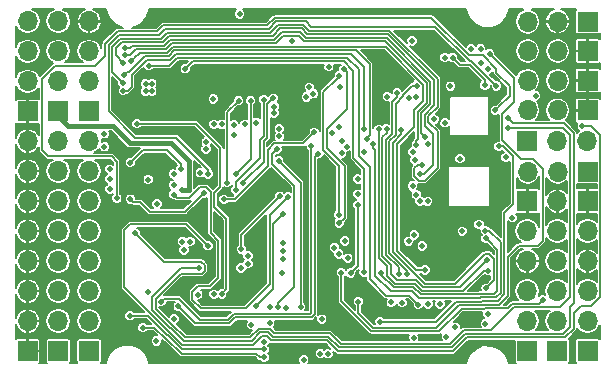
<source format=gbr>
G04 #@! TF.FileFunction,Copper,L2,Inr*
%FSLAX46Y46*%
G04 Gerber Fmt 4.6, Leading zero omitted, Abs format (unit mm)*
G04 Created by KiCad (PCBNEW 4.0.7-e2-6376~58~ubuntu16.04.1) date Mon Mar 12 00:56:02 2018*
%MOMM*%
%LPD*%
G01*
G04 APERTURE LIST*
%ADD10C,0.100000*%
%ADD11R,1.700000X1.700000*%
%ADD12O,1.700000X1.700000*%
%ADD13C,0.500000*%
%ADD14C,0.450000*%
%ADD15C,0.150000*%
G04 APERTURE END LIST*
D10*
D11*
X68700000Y-36500000D03*
D12*
X68700000Y-39040000D03*
D11*
X63600000Y-36500000D03*
D12*
X63600000Y-39040000D03*
D11*
X21300000Y-28900000D03*
D12*
X21300000Y-26360000D03*
X21300000Y-23820000D03*
X21300000Y-21280000D03*
D11*
X23900000Y-28900000D03*
D12*
X23900000Y-26360000D03*
X23900000Y-23820000D03*
X23900000Y-21280000D03*
D11*
X26500000Y-28900000D03*
D12*
X26500000Y-26360000D03*
X26500000Y-23820000D03*
X26500000Y-21280000D03*
D11*
X68700000Y-49200000D03*
D12*
X68700000Y-46660000D03*
X68700000Y-44120000D03*
X68700000Y-41580000D03*
D11*
X66150000Y-49200000D03*
D12*
X66150000Y-46660000D03*
X66150000Y-44120000D03*
X66150000Y-41580000D03*
X66150000Y-39040000D03*
X66150000Y-36500000D03*
D11*
X63600000Y-49200000D03*
D12*
X63600000Y-46660000D03*
X63600000Y-44120000D03*
X63600000Y-41580000D03*
D11*
X68700000Y-21300000D03*
D12*
X66160000Y-21300000D03*
X63620000Y-21300000D03*
D11*
X68700000Y-23800000D03*
D12*
X66160000Y-23800000D03*
X63620000Y-23800000D03*
D11*
X68700000Y-26300000D03*
D12*
X66160000Y-26300000D03*
X63620000Y-26300000D03*
D11*
X68700000Y-28825000D03*
D12*
X66160000Y-28825000D03*
X63620000Y-28825000D03*
D11*
X63600000Y-31400000D03*
D12*
X66140000Y-31400000D03*
X68680000Y-31400000D03*
D11*
X68700000Y-34000000D03*
D12*
X66160000Y-34000000D03*
X63620000Y-34000000D03*
D11*
X21300000Y-49200000D03*
D12*
X21300000Y-46660000D03*
X21300000Y-44120000D03*
X21300000Y-41580000D03*
X21300000Y-39040000D03*
X21300000Y-36500000D03*
X21300000Y-33960000D03*
X21300000Y-31420000D03*
D11*
X23900000Y-49200000D03*
D12*
X23900000Y-46660000D03*
X23900000Y-44120000D03*
X23900000Y-41580000D03*
X23900000Y-39040000D03*
X23900000Y-36500000D03*
X23900000Y-33960000D03*
X23900000Y-31420000D03*
D11*
X26500000Y-49200000D03*
D12*
X26500000Y-46660000D03*
X26500000Y-44120000D03*
X26500000Y-41580000D03*
X26500000Y-39040000D03*
X26500000Y-36500000D03*
X26500000Y-33960000D03*
X26500000Y-31420000D03*
D13*
X43500000Y-30500000D03*
X58000000Y-50000000D03*
X28000000Y-21500000D03*
X30000000Y-48000000D03*
X29000000Y-48000000D03*
X37353240Y-20846980D03*
X36835309Y-20849810D03*
X68329258Y-47901885D03*
X29079880Y-36882729D03*
X44625000Y-32425000D03*
X31575000Y-35875000D03*
X31317307Y-39199131D03*
X49215170Y-48100643D03*
X61604786Y-48625109D03*
X59472056Y-43712798D03*
X55530999Y-42941405D03*
X32050000Y-28850000D03*
X57967608Y-25454720D03*
X39647145Y-36249020D03*
X29850000Y-29600000D03*
X54050000Y-41475000D03*
X53605903Y-41027070D03*
X35425000Y-50050000D03*
X31800000Y-20925000D03*
X64900000Y-47260001D03*
X30630000Y-37380000D03*
X32249964Y-33306237D03*
X31595825Y-33306237D03*
X59049998Y-37549999D03*
X46142502Y-34437808D03*
X53238943Y-37625470D03*
X58516633Y-25441240D03*
X58849998Y-40600000D03*
X31800000Y-21600000D03*
X31100000Y-21600000D03*
X57542782Y-40239738D03*
X36784647Y-34831383D03*
X38608000Y-42164000D03*
X59000000Y-46600000D03*
X55377826Y-45913076D03*
X54545692Y-45893266D03*
X47400000Y-42081125D03*
X47163515Y-36500000D03*
X47150309Y-35727993D03*
X53860000Y-45890000D03*
X47320394Y-44830836D03*
X36906525Y-42205203D03*
X39096507Y-46989920D03*
X34250000Y-50050000D03*
X59500000Y-31341353D03*
X48166675Y-48100000D03*
X37657989Y-38728500D03*
X37657989Y-39343661D03*
X34244169Y-28802237D03*
X33740000Y-28802237D03*
X45846106Y-47206396D03*
X33740000Y-29320000D03*
X34244169Y-29328412D03*
X51380920Y-48100000D03*
X55694200Y-48014074D03*
X54680545Y-48031551D03*
X36410308Y-44397641D03*
X53125001Y-26383186D03*
X56207414Y-45206940D03*
X55703371Y-29576528D03*
X42189673Y-28497544D03*
X42172326Y-29063041D03*
X39952000Y-41798000D03*
X41336300Y-48388417D03*
X39950000Y-41150000D03*
X37019466Y-27858040D03*
X39250940Y-20649401D03*
X60275000Y-25332550D03*
X62340437Y-37905590D03*
X49264058Y-34627923D03*
X54000000Y-48100000D03*
X46200000Y-46500000D03*
X53000000Y-45100000D03*
X52079522Y-45071647D03*
X43173481Y-45511974D03*
X56620012Y-24342222D03*
X33684236Y-46484261D03*
X34944753Y-35573255D03*
X43688000Y-22957541D03*
X34350000Y-35573255D03*
X34406308Y-39920430D03*
X35052012Y-39920430D03*
X53848000Y-22940002D03*
X60406666Y-24008976D03*
X49300000Y-45006217D03*
X31282767Y-26572244D03*
X31286875Y-27217153D03*
X46088783Y-49409241D03*
X46749099Y-49425038D03*
X28265150Y-35499999D03*
X28265150Y-33796965D03*
X28265150Y-34648482D03*
X31811330Y-27210123D03*
X31811330Y-26549425D03*
X59512050Y-38471047D03*
X56640053Y-29874990D03*
X57100011Y-26775010D03*
X61793900Y-32800014D03*
X32256624Y-36750003D03*
X44678706Y-49941241D03*
X42794279Y-42592748D03*
X32199993Y-48337313D03*
X41803759Y-46838384D03*
X31500000Y-34675000D03*
X27800000Y-31900000D03*
X27800000Y-30800000D03*
X47730970Y-26855355D03*
X36417024Y-31531571D03*
X36400000Y-32100000D03*
X37060290Y-44391471D03*
X64300000Y-27575000D03*
X58099688Y-39053165D03*
X40236270Y-46958092D03*
X39370000Y-42164000D03*
X40649225Y-45368931D03*
X42926000Y-37612600D03*
X59708436Y-24774521D03*
X45146717Y-26860540D03*
X59641628Y-23629824D03*
X42600000Y-30378994D03*
X37071271Y-30003739D03*
X47108355Y-30732340D03*
X37721100Y-29988335D03*
X47681416Y-30193997D03*
X38810049Y-30880615D03*
X38774389Y-30035778D03*
X39681299Y-30003345D03*
X40666836Y-29846339D03*
X42908482Y-40068435D03*
X29958216Y-46214372D03*
X41317823Y-49056719D03*
X31050000Y-47215002D03*
X41324072Y-49734720D03*
X47699482Y-25870575D03*
X47650000Y-37650000D03*
X48074992Y-25340014D03*
X47675000Y-38375000D03*
X46799778Y-25117966D03*
X35910566Y-34105250D03*
X43353025Y-36122913D03*
X33661460Y-35950000D03*
X55155538Y-31688581D03*
X45562461Y-30684091D03*
X29999508Y-36339240D03*
X36194775Y-35820368D03*
X37898488Y-36348512D03*
X55211538Y-45226038D03*
X49780436Y-42500000D03*
X34637311Y-25300012D03*
X54380635Y-45264560D03*
X31540066Y-25035391D03*
X30078230Y-24657008D03*
X54950000Y-42335353D03*
X34050012Y-45412078D03*
X45900000Y-32500000D03*
X47904458Y-32436209D03*
X32600000Y-45000000D03*
X45300000Y-31800000D03*
X47890308Y-31418090D03*
X33661460Y-34200000D03*
X33661460Y-35150000D03*
X68252736Y-30150684D03*
X36571750Y-40290298D03*
X29575268Y-23508280D03*
X54983640Y-31061710D03*
X54196209Y-31724051D03*
X29573259Y-24158288D03*
X29381287Y-26497624D03*
X54705997Y-33433156D03*
X54523970Y-34175527D03*
X29404200Y-24785930D03*
X29450000Y-25851254D03*
X50000000Y-31200000D03*
X49787049Y-30375002D03*
X29400946Y-27147338D03*
X58836332Y-23629824D03*
X42600000Y-31029007D03*
X60108124Y-39665446D03*
X51249091Y-42613097D03*
X34540000Y-40649988D03*
X62006718Y-30268235D03*
X30393660Y-39199980D03*
X39160164Y-28000000D03*
X38196110Y-34924255D03*
X40175000Y-28000000D03*
X38928590Y-34191349D03*
X41286752Y-27900000D03*
X38915492Y-35579204D03*
X39490441Y-35004254D03*
X42105159Y-27792255D03*
X60047295Y-39018287D03*
X50523057Y-31626943D03*
X60185406Y-41479155D03*
X51685439Y-30371871D03*
X60250001Y-42390296D03*
X51037072Y-30418084D03*
X60099609Y-43882190D03*
X52935461Y-30474191D03*
X60980942Y-26750526D03*
X36595525Y-34196330D03*
X61946469Y-29460470D03*
X35814000Y-42164000D03*
X60899986Y-28823664D03*
X28852209Y-36264988D03*
X42887132Y-40718096D03*
X56751527Y-47964686D03*
X42926928Y-41378116D03*
X57500002Y-47175033D03*
X60237919Y-46047803D03*
X55163043Y-36515871D03*
X60058287Y-46900000D03*
X54509265Y-36509668D03*
X52585257Y-27342977D03*
X52700000Y-42650000D03*
X53432050Y-42667950D03*
X54225221Y-26720595D03*
X31502390Y-44172452D03*
X35707794Y-44407794D03*
X48157956Y-39880027D03*
X41825557Y-45500643D03*
X48400926Y-41331078D03*
X47275012Y-40433325D03*
X47642602Y-40977917D03*
X49276634Y-35916815D03*
X57910000Y-32910287D03*
X47852310Y-42547955D03*
X64910000Y-44880000D03*
X61200014Y-31866740D03*
X51105193Y-46709892D03*
X54697258Y-40299050D03*
X54189208Y-35943913D03*
X54071389Y-33043556D03*
X53550399Y-39906754D03*
X53889197Y-35225010D03*
X53905517Y-32315195D03*
X54026301Y-39368571D03*
X54220065Y-27697983D03*
X49795667Y-32300000D03*
X53572296Y-27751938D03*
X51750000Y-27650000D03*
X60020150Y-26707389D03*
X57278917Y-24342222D03*
X48346492Y-31881135D03*
X42523580Y-45500012D03*
X42418408Y-32079400D03*
X42561036Y-33083283D03*
X44413966Y-45447498D03*
X49275036Y-36815643D03*
X48644452Y-42589519D03*
X37739196Y-44370177D03*
X30533315Y-29944415D03*
X42658581Y-36083231D03*
X29987719Y-33238209D03*
X34275000Y-33800000D03*
X39400000Y-40550002D03*
X45499990Y-27418956D03*
X44903025Y-27676148D03*
D14*
X23900000Y-29296146D02*
X24720558Y-30116704D01*
X24720558Y-30116704D02*
X25341702Y-30116704D01*
X25341702Y-30116704D02*
X25349999Y-30125001D01*
X25349999Y-30125001D02*
X27650001Y-30125001D01*
X27650001Y-30125001D02*
X27658298Y-30116704D01*
X27658298Y-30116704D02*
X28524897Y-30116704D01*
X28524897Y-30116704D02*
X29985301Y-31577108D01*
X29985301Y-31577108D02*
X33415533Y-31577108D01*
X33415533Y-31577108D02*
X34971438Y-33133013D01*
X34971438Y-33133013D02*
X34971438Y-35239064D01*
X34971438Y-35239064D02*
X34971438Y-35592617D01*
D15*
X34941472Y-35573255D02*
X34960834Y-35592617D01*
X34960834Y-35592617D02*
X34971438Y-35592617D01*
X23900000Y-29296146D02*
X23900000Y-28900000D01*
D14*
X34410253Y-35573255D02*
X34941472Y-35573255D01*
D15*
X63092001Y-32924999D02*
X64069570Y-32924999D01*
X59836042Y-45304816D02*
X57788249Y-45304816D01*
X62437115Y-28145917D02*
X61468000Y-29115032D01*
X61963339Y-44498536D02*
X61204642Y-45257233D01*
X62437115Y-26039425D02*
X62437115Y-28145917D01*
X55888540Y-47204525D02*
X50529708Y-47204525D01*
X62899715Y-40293622D02*
X61963339Y-41229998D01*
X59883625Y-45257233D02*
X59836042Y-45304816D01*
X64069570Y-32924999D02*
X64926571Y-33782000D01*
X50529708Y-47204525D02*
X49300000Y-45974817D01*
X61468000Y-29115032D02*
X61468000Y-31300998D01*
X64926571Y-39845964D02*
X64478913Y-40293622D01*
X64478913Y-40293622D02*
X62899715Y-40293622D01*
X49300000Y-45359770D02*
X49300000Y-45006217D01*
X61204642Y-45257233D02*
X59883625Y-45257233D01*
X64926571Y-33782000D02*
X64926571Y-39845964D01*
X57788249Y-45304816D02*
X55888540Y-47204525D01*
X60406666Y-24008976D02*
X62437115Y-26039425D01*
X61468000Y-31300998D02*
X63092001Y-32924999D01*
X61963339Y-41229998D02*
X61963339Y-44498536D01*
X49300000Y-45974817D02*
X49300000Y-45359770D01*
X42926000Y-37612600D02*
X42099641Y-38438959D01*
X42099641Y-38438959D02*
X42099641Y-43918515D01*
X42099641Y-43918515D02*
X40899224Y-45118932D01*
X40899224Y-45118932D02*
X40649225Y-45368931D01*
X41317823Y-49056719D02*
X34370627Y-49056719D01*
X33178191Y-47864283D02*
X33108368Y-47864283D01*
X31458457Y-46214372D02*
X30311769Y-46214372D01*
X33108368Y-47864283D02*
X31458457Y-46214372D01*
X34370627Y-49056719D02*
X33178191Y-47864283D01*
X30311769Y-46214372D02*
X29958216Y-46214372D01*
X31050000Y-47215002D02*
X32034808Y-47215002D01*
X34326049Y-49436420D02*
X40672219Y-49436420D01*
X32034808Y-47215002D02*
X32984100Y-48164294D01*
X32984100Y-48164294D02*
X33053923Y-48164294D01*
X33053923Y-48164294D02*
X34326049Y-49436420D01*
X40672219Y-49436420D02*
X40970519Y-49734720D01*
X40970519Y-49734720D02*
X41324072Y-49734720D01*
X47449483Y-26120574D02*
X47699482Y-25870575D01*
X46333334Y-27236723D02*
X47449483Y-26120574D01*
X47650000Y-33500000D02*
X46333334Y-32183334D01*
X47650000Y-37650000D02*
X47650000Y-33500000D01*
X46333334Y-32183334D02*
X46333334Y-27236723D01*
X48138627Y-37911373D02*
X48138627Y-33528057D01*
X48324991Y-28693782D02*
X48324991Y-25590013D01*
X48324991Y-25590013D02*
X48074992Y-25340014D01*
X46633345Y-30385428D02*
X48324991Y-28693782D01*
X46633345Y-32022775D02*
X46633345Y-30385428D01*
X48138627Y-33528057D02*
X46633345Y-32022775D01*
X47675000Y-38375000D02*
X48138627Y-37911373D01*
X43103026Y-36372912D02*
X43353025Y-36122913D01*
X41799631Y-37676307D02*
X43103026Y-36372912D01*
X41799631Y-43519305D02*
X41799631Y-37676307D01*
X39744750Y-45574186D02*
X41799631Y-43519305D01*
X35969757Y-45574186D02*
X39744750Y-45574186D01*
X35710608Y-43701978D02*
X35232793Y-44179793D01*
X36721099Y-43701978D02*
X35710608Y-43701978D01*
X37439186Y-42983891D02*
X36721099Y-43701978D01*
X36791740Y-35714331D02*
X36791740Y-39194199D01*
X36422776Y-35345367D02*
X36791740Y-35714331D01*
X35855098Y-35345367D02*
X36422776Y-35345367D01*
X33911459Y-36199999D02*
X35000466Y-36199999D01*
X35000466Y-36199999D02*
X35855098Y-35345367D01*
X33661460Y-35950000D02*
X33911459Y-36199999D01*
X37439186Y-39841645D02*
X37439186Y-42983891D01*
X35232793Y-44179793D02*
X35232793Y-44837222D01*
X36791740Y-39194199D02*
X37439186Y-39841645D01*
X35232793Y-44837222D02*
X35969757Y-45574186D01*
X45312462Y-30934090D02*
X45562461Y-30684091D01*
X44642153Y-31604399D02*
X45312462Y-30934090D01*
X41656000Y-32138806D02*
X42190407Y-31604399D01*
X41656000Y-33510462D02*
X41656000Y-32138806D01*
X37898488Y-36348512D02*
X38817950Y-36348512D01*
X38817950Y-36348512D02*
X41656000Y-33510462D01*
X42190407Y-31604399D02*
X44642153Y-31604399D01*
X31625000Y-37400000D02*
X34615143Y-37400000D01*
X34615143Y-37400000D02*
X36194775Y-35820368D01*
X30814239Y-36589239D02*
X31625000Y-37400000D01*
X29999508Y-36339240D02*
X30249507Y-36589239D01*
X30249507Y-36589239D02*
X30814239Y-36589239D01*
X34887310Y-25050013D02*
X34637311Y-25300012D01*
X48080936Y-24642956D02*
X35294367Y-24642956D01*
X35294367Y-24642956D02*
X34887310Y-25050013D01*
X49780436Y-33744501D02*
X48884811Y-32848876D01*
X48884811Y-32848876D02*
X48884811Y-25446831D01*
X48884811Y-25446831D02*
X48080936Y-24642956D01*
X49780436Y-42500000D02*
X49780436Y-33744501D01*
X54130636Y-45014561D02*
X54380635Y-45264560D01*
X53608099Y-44492024D02*
X54130636Y-45014561D01*
X49312048Y-32688747D02*
X50261597Y-33638296D01*
X48367224Y-24342945D02*
X49312048Y-25287769D01*
X33978406Y-24342945D02*
X48367224Y-24342945D01*
X33285960Y-25035391D02*
X33978406Y-24342945D01*
X31540066Y-25035391D02*
X33285960Y-25035391D01*
X49312048Y-25287769D02*
X49312048Y-32688747D01*
X51620021Y-44492024D02*
X53608099Y-44492024D01*
X50261597Y-33638296D02*
X50261597Y-43133600D01*
X50261597Y-43133600D02*
X51620021Y-44492024D01*
X54028326Y-30257393D02*
X54028326Y-28807248D01*
X33611392Y-23437121D02*
X33116153Y-23932361D01*
X52602728Y-31682991D02*
X54028326Y-30257393D01*
X54950000Y-42335353D02*
X54196389Y-42335353D01*
X30328229Y-24407009D02*
X30078230Y-24657008D01*
X54805465Y-26629073D02*
X51613513Y-23437121D01*
X52602728Y-40741692D02*
X52602728Y-31682991D01*
X54196389Y-42335353D02*
X52602728Y-40741692D01*
X51613513Y-23437121D02*
X33611392Y-23437121D01*
X30802877Y-23932361D02*
X30328229Y-24407009D01*
X54028326Y-28807248D02*
X54805465Y-28030109D01*
X33116153Y-23932361D02*
X30802877Y-23932361D01*
X54805465Y-28030109D02*
X54805465Y-26629073D01*
X45900000Y-32500000D02*
X45617314Y-32782686D01*
X45617314Y-32782686D02*
X45617314Y-46055312D01*
X45617314Y-46055312D02*
X45349551Y-46323075D01*
X45349551Y-46323075D02*
X38888065Y-46323075D01*
X38888065Y-46323075D02*
X38370394Y-46840746D01*
X38370394Y-46840746D02*
X35478680Y-46840746D01*
X35478680Y-46840746D02*
X34300011Y-45662077D01*
X34300011Y-45662077D02*
X34050012Y-45412078D01*
X34075977Y-44750001D02*
X35866711Y-46540735D01*
X32600000Y-45000000D02*
X32849999Y-44750001D01*
X38246127Y-46540735D02*
X38763797Y-46023064D01*
X35866711Y-46540735D02*
X38246127Y-46540735D01*
X38763797Y-46023064D02*
X45225283Y-46023064D01*
X32849999Y-44750001D02*
X34075977Y-44750001D01*
X45300000Y-45948347D02*
X45300000Y-32153553D01*
X45300000Y-32153553D02*
X45300000Y-31800000D01*
X45225283Y-46023064D02*
X45300000Y-45948347D01*
X69775001Y-30903999D02*
X69021686Y-30150684D01*
X67525012Y-47300269D02*
X67525012Y-46012988D01*
X66788789Y-48036492D02*
X67525012Y-47300269D01*
X57324499Y-49189579D02*
X58477586Y-48036492D01*
X46644021Y-48282518D02*
X47551082Y-49189579D01*
X41111378Y-47913416D02*
X41564301Y-47913416D01*
X40376859Y-48647935D02*
X41111378Y-47913416D01*
X41564301Y-47913416D02*
X41933402Y-48282518D01*
X33232636Y-47564272D02*
X33302459Y-47564272D01*
X29468410Y-43800046D02*
X33232636Y-47564272D01*
X69018725Y-45392277D02*
X69775001Y-44636001D01*
X29468410Y-38981590D02*
X29468410Y-43800046D01*
X30000000Y-38450000D02*
X29468410Y-38981590D01*
X34731452Y-38450000D02*
X30000000Y-38450000D01*
X67525012Y-46012988D02*
X68145723Y-45392277D01*
X47551082Y-49189579D02*
X57324499Y-49189579D01*
X68606289Y-30150684D02*
X68252736Y-30150684D01*
X69021686Y-30150684D02*
X68606289Y-30150684D01*
X69775001Y-44636001D02*
X69775001Y-30903999D01*
X33302459Y-47564272D02*
X34386122Y-48647935D01*
X68145723Y-45392277D02*
X69018725Y-45392277D01*
X58477586Y-48036492D02*
X66788789Y-48036492D01*
X34386122Y-48647935D02*
X40376859Y-48647935D01*
X36571750Y-40290298D02*
X34731452Y-38450000D01*
X41933402Y-48282518D02*
X46644021Y-48282518D01*
X42170724Y-22826949D02*
X33373007Y-22826949D01*
X44849323Y-22657146D02*
X44374698Y-22182520D01*
X30104762Y-23332339D02*
X29928821Y-23508280D01*
X33373007Y-22826949D02*
X32867617Y-23332339D01*
X55405487Y-26380537D02*
X51686269Y-22661319D01*
X42815153Y-22182520D02*
X42170724Y-22826949D01*
X44853498Y-22661319D02*
X44849323Y-22657146D01*
X54628348Y-29055784D02*
X55405487Y-28278645D01*
X55405487Y-28278645D02*
X55405487Y-26380537D01*
X32867617Y-23332339D02*
X30104762Y-23332339D01*
X51686269Y-22661319D02*
X44853498Y-22661319D01*
X44374698Y-22182520D02*
X42815153Y-22182520D01*
X54983640Y-31061710D02*
X54628348Y-30706418D01*
X29928821Y-23508280D02*
X29575268Y-23508280D01*
X54628348Y-30706418D02*
X54628348Y-29055784D01*
X54196209Y-31370498D02*
X54196209Y-31724051D01*
X51562001Y-22961330D02*
X55105476Y-26504805D01*
X44729229Y-22961330D02*
X51562001Y-22961330D01*
X55105476Y-28154377D02*
X54328337Y-28931516D01*
X54328337Y-28931516D02*
X54328337Y-31238370D01*
X54328337Y-31238370D02*
X54196209Y-31370498D01*
X32991885Y-23632350D02*
X33497275Y-23126960D01*
X33497275Y-23126960D02*
X42300436Y-23126960D01*
X42300436Y-23126960D02*
X42944865Y-22482531D01*
X29964194Y-24158288D02*
X30490132Y-23632350D01*
X29573259Y-24158288D02*
X29964194Y-24158288D01*
X44250430Y-22482531D02*
X44729229Y-22961330D01*
X55105476Y-26504805D02*
X55105476Y-28154377D01*
X42944865Y-22482531D02*
X44250430Y-22482531D01*
X30490132Y-23632350D02*
X32991885Y-23632350D01*
X45097861Y-22057126D02*
X44623234Y-21582498D01*
X51930634Y-22057126D02*
X45097861Y-22057126D01*
X29131288Y-26247625D02*
X29381287Y-26497624D01*
X32619081Y-22732317D02*
X29151373Y-22732317D01*
X33124471Y-22226927D02*
X32619081Y-22732317D01*
X56005857Y-30586493D02*
X55228370Y-29809006D01*
X41842577Y-22226927D02*
X33124471Y-22226927D01*
X42487006Y-21582498D02*
X41842577Y-22226927D01*
X29151373Y-22732317D02*
X28449992Y-23433698D01*
X54412067Y-34766628D02*
X54911374Y-34766628D01*
X55228370Y-29809006D02*
X55228370Y-29304320D01*
X56005509Y-26132001D02*
X51930634Y-22057126D01*
X56005509Y-28527181D02*
X56005509Y-26132001D01*
X28449992Y-23433698D02*
X28449992Y-25566329D01*
X56005857Y-33672145D02*
X56005857Y-30586493D01*
X54911374Y-34766628D02*
X56005857Y-33672145D01*
X54705997Y-33433156D02*
X54352444Y-33433156D01*
X55228370Y-29304320D02*
X56005509Y-28527181D01*
X28449992Y-25566329D02*
X29131288Y-26247625D01*
X44623234Y-21582498D02*
X42487006Y-21582498D01*
X54048968Y-33736632D02*
X54048968Y-34403529D01*
X54048968Y-34403529D02*
X54412067Y-34766628D01*
X54352444Y-33433156D02*
X54048968Y-33736632D01*
X54688013Y-33433156D02*
X54705997Y-33433156D01*
X42690885Y-21882509D02*
X44498966Y-21882509D01*
X54928359Y-30148656D02*
X55631019Y-30851316D01*
X44973593Y-22357137D02*
X51806366Y-22357137D01*
X51806366Y-22357137D02*
X55705498Y-26256269D01*
X55631019Y-33422031D02*
X54877523Y-34175527D01*
X55631019Y-30851316D02*
X55631019Y-33422031D01*
X55705498Y-28402913D02*
X54928359Y-29180052D01*
X42046456Y-22526938D02*
X42690885Y-21882509D01*
X33248739Y-22526938D02*
X42046456Y-22526938D01*
X32743349Y-23032328D02*
X33248739Y-22526938D01*
X28750003Y-24131733D02*
X28750003Y-23557966D01*
X28750003Y-23557966D02*
X29275641Y-23032328D01*
X54928359Y-29180052D02*
X54928359Y-30148656D01*
X29404200Y-24785930D02*
X28750003Y-24131733D01*
X55705498Y-26256269D02*
X55705498Y-28402913D01*
X54877523Y-34175527D02*
X54523970Y-34175527D01*
X44498966Y-21882509D02*
X44973593Y-22357137D01*
X29275641Y-23032328D02*
X32743349Y-23032328D01*
X33729870Y-23742923D02*
X33240421Y-24232372D01*
X50000000Y-31200000D02*
X50270668Y-30929332D01*
X50270668Y-24904638D02*
X49108953Y-23742923D01*
X50270668Y-30929332D02*
X50270668Y-24904638D01*
X29699999Y-25601255D02*
X29450000Y-25851254D01*
X29873634Y-25601255D02*
X29699999Y-25601255D01*
X31242517Y-24232372D02*
X29873634Y-25601255D01*
X33240421Y-24232372D02*
X31242517Y-24232372D01*
X49108953Y-23742923D02*
X33729870Y-23742923D01*
X49787049Y-30375002D02*
X49787049Y-25179921D01*
X49787049Y-25179921D02*
X48650062Y-24042934D01*
X33854137Y-24042934D02*
X33364689Y-24532383D01*
X30100000Y-25799169D02*
X30100000Y-26801837D01*
X48650062Y-24042934D02*
X33854137Y-24042934D01*
X29754499Y-27147338D02*
X29400946Y-27147338D01*
X31366786Y-24532383D02*
X30100000Y-25799169D01*
X33364689Y-24532383D02*
X31366786Y-24532383D01*
X30100000Y-26801837D02*
X29754499Y-27147338D01*
X54560466Y-44397437D02*
X59470584Y-44397437D01*
X59510821Y-44357200D02*
X60783103Y-44357200D01*
X59470584Y-44397437D02*
X59510821Y-44357200D01*
X51230451Y-42732010D02*
X52300817Y-43802376D01*
X53965407Y-43802376D02*
X54560466Y-44397437D01*
X61063304Y-40620626D02*
X60358123Y-39915445D01*
X60783103Y-44357200D02*
X61063304Y-44076999D01*
X61063304Y-44076999D02*
X61063304Y-40620626D01*
X52300817Y-43802376D02*
X53965407Y-43802376D01*
X60358123Y-39915445D02*
X60108124Y-39665446D01*
X51299798Y-42723111D02*
X51249091Y-42672404D01*
X51249091Y-42672404D02*
X51249091Y-42613097D01*
X66599237Y-30268235D02*
X62360271Y-30268235D01*
X60505940Y-47436470D02*
X62445931Y-45496479D01*
X58229050Y-47436470D02*
X60505940Y-47436470D01*
X57075963Y-48589557D02*
X58229050Y-47436470D01*
X62360271Y-30268235D02*
X62006718Y-30268235D01*
X40127721Y-48045436D02*
X40859763Y-47313394D01*
X34632181Y-48045436D02*
X40127721Y-48045436D01*
X33481172Y-46964250D02*
X33550995Y-46964250D01*
X32124999Y-45608077D02*
X33481172Y-46964250D01*
X32124999Y-44771999D02*
X32124999Y-45608077D01*
X34257997Y-42639001D02*
X32124999Y-44771999D01*
X36042001Y-42639001D02*
X34257997Y-42639001D01*
X40859763Y-47313394D02*
X41812838Y-47313395D01*
X67235001Y-30903999D02*
X66599237Y-30268235D01*
X32844246Y-41650566D02*
X36003568Y-41650566D01*
X67235001Y-44615664D02*
X67235001Y-30903999D01*
X41812838Y-47313395D02*
X42181938Y-47682496D01*
X47799618Y-48589557D02*
X57075963Y-48589557D01*
X66354186Y-45496479D02*
X67235001Y-44615664D01*
X36289001Y-42392001D02*
X36042001Y-42639001D01*
X42181938Y-47682496D02*
X46892557Y-47682496D01*
X46892557Y-47682496D02*
X47799618Y-48589557D01*
X33550995Y-46964250D02*
X34632181Y-48045436D01*
X36289001Y-41935999D02*
X36289001Y-42392001D01*
X30393660Y-39199980D02*
X32844246Y-41650566D01*
X36003568Y-41650566D02*
X36289001Y-41935999D01*
X62445931Y-45496479D02*
X66354186Y-45496479D01*
X39160164Y-28000000D02*
X38196110Y-28964054D01*
X38196110Y-28964054D02*
X38196110Y-34570702D01*
X38196110Y-34570702D02*
X38196110Y-34924255D01*
X40175000Y-32944939D02*
X39178589Y-33941350D01*
X40175000Y-28000000D02*
X40175000Y-32944939D01*
X39178589Y-33941350D02*
X38928590Y-34191349D01*
X41286752Y-31004573D02*
X40943397Y-31347928D01*
X40943397Y-32857304D02*
X38915492Y-34885209D01*
X40943397Y-31347928D02*
X40943397Y-32857304D01*
X38915492Y-35225651D02*
X38915492Y-35579204D01*
X38915492Y-34885209D02*
X38915492Y-35225651D01*
X41286752Y-27900000D02*
X41286752Y-31004573D01*
X41587538Y-31128065D02*
X41277598Y-31438005D01*
X41587538Y-28309876D02*
X41587538Y-31128065D01*
X39740440Y-34754255D02*
X39490441Y-35004254D01*
X41277598Y-31438005D02*
X41277598Y-33217097D01*
X42105159Y-27792255D02*
X41587538Y-28309876D01*
X41277598Y-33217097D02*
X39740440Y-34754255D01*
X60400848Y-39018287D02*
X60047295Y-39018287D01*
X61363315Y-44250002D02*
X61363315Y-39980754D01*
X54436198Y-44697448D02*
X59594852Y-44697448D01*
X52022982Y-44102387D02*
X53841139Y-44102387D01*
X59594852Y-44697448D02*
X59635089Y-44657211D01*
X50523057Y-31626943D02*
X50523057Y-31980496D01*
X61363315Y-39980754D02*
X60400848Y-39018287D01*
X60956106Y-44657211D02*
X61363315Y-44250002D01*
X50523057Y-31980496D02*
X50732057Y-32189496D01*
X59635089Y-44657211D02*
X60956106Y-44657211D01*
X50732057Y-42811462D02*
X52022982Y-44102387D01*
X53841139Y-44102387D02*
X54436198Y-44697448D01*
X50732057Y-32189496D02*
X50732057Y-42811462D01*
X54213942Y-43202354D02*
X54809002Y-43797415D01*
X57867146Y-43797415D02*
X59935407Y-41729154D01*
X59935407Y-41729154D02*
X60185406Y-41479155D01*
X51685439Y-30371871D02*
X51685439Y-30725424D01*
X54809002Y-43797415D02*
X57867146Y-43797415D01*
X51685439Y-30725424D02*
X51332079Y-31078784D01*
X52562804Y-43202354D02*
X54213942Y-43202354D01*
X52057963Y-42697513D02*
X52562804Y-43202354D01*
X52057963Y-41894934D02*
X52057963Y-42697513D01*
X51332079Y-41169050D02*
X52057963Y-41894934D01*
X51332079Y-31078784D02*
X51332079Y-41169050D01*
X59896448Y-42390296D02*
X60250001Y-42390296D01*
X51037072Y-30771637D02*
X51032068Y-30776641D01*
X51757952Y-42019202D02*
X51757952Y-42821781D01*
X51032068Y-30776641D02*
X51032068Y-41293318D01*
X58189317Y-44097426D02*
X59896448Y-42390296D01*
X51757952Y-42821781D02*
X52438536Y-43502365D01*
X51037072Y-30418084D02*
X51037072Y-30771637D01*
X52438536Y-43502365D02*
X54089675Y-43502365D01*
X54089675Y-43502365D02*
X54684734Y-44097426D01*
X51032068Y-41293318D02*
X51757952Y-42019202D01*
X54684734Y-44097426D02*
X58189317Y-44097426D01*
X52232112Y-40796246D02*
X54933270Y-43497404D01*
X60763298Y-43218501D02*
X60349608Y-43632191D01*
X52232112Y-31561647D02*
X52232112Y-40796246D01*
X60349608Y-43632191D02*
X60099609Y-43882190D01*
X60763298Y-41360296D02*
X60763298Y-43218501D01*
X60378001Y-40974999D02*
X60763298Y-41360296D01*
X52935461Y-30474191D02*
X52935461Y-30858298D01*
X52935461Y-30858298D02*
X52232112Y-31561647D01*
X54933270Y-43497404D02*
X57489130Y-43497404D01*
X57489130Y-43497404D02*
X60011535Y-40974999D01*
X60011535Y-40974999D02*
X60378001Y-40974999D01*
X58718527Y-24647419D02*
X58877835Y-24647419D01*
X55828223Y-21757115D02*
X58718527Y-24647419D01*
X60730943Y-26500527D02*
X60980942Y-26750526D01*
X58877835Y-24647419D02*
X60730943Y-26500527D01*
X44831512Y-21282487D02*
X45306139Y-21757115D01*
X42362738Y-21282487D02*
X44831512Y-21282487D01*
X41718309Y-21926916D02*
X42362738Y-21282487D01*
X32431693Y-22432307D02*
X32937084Y-21926916D01*
X29027104Y-22432308D02*
X32431693Y-22432307D01*
X32937084Y-21926916D02*
X41718309Y-21926916D01*
X28149981Y-23309431D02*
X29027104Y-22432308D01*
X28149981Y-28911981D02*
X28149981Y-23309431D01*
X30365098Y-31127098D02*
X28149981Y-28911981D01*
X33879846Y-31127098D02*
X30365098Y-31127098D01*
X36595525Y-33842777D02*
X33879846Y-31127098D01*
X45306139Y-21757115D02*
X55828223Y-21757115D01*
X36595525Y-34196330D02*
X36595525Y-33842777D01*
X62196468Y-29710469D02*
X61946469Y-29460470D01*
X62409521Y-29923522D02*
X62196468Y-29710469D01*
X67225001Y-47176001D02*
X67225001Y-45432261D01*
X66664521Y-47736481D02*
X67225001Y-47176001D01*
X46768289Y-47982507D02*
X47675350Y-48889568D01*
X58353318Y-47736481D02*
X66664521Y-47736481D01*
X41688569Y-47613405D02*
X42057670Y-47982507D01*
X40984031Y-47613405D02*
X41688569Y-47613405D01*
X66724522Y-29923522D02*
X62409521Y-29923522D01*
X40251989Y-48345447D02*
X40984031Y-47613405D01*
X34507913Y-48345447D02*
X40251989Y-48345447D01*
X33426727Y-47264261D02*
X34507913Y-48345447D01*
X31824988Y-45732345D02*
X33356904Y-47264261D01*
X34308719Y-42164000D02*
X31824988Y-44647731D01*
X35814000Y-42164000D02*
X34308719Y-42164000D01*
X67225001Y-45432261D02*
X67535010Y-45122252D01*
X33356904Y-47264261D02*
X33426727Y-47264261D01*
X57200231Y-48889568D02*
X58353318Y-47736481D01*
X47675350Y-48889568D02*
X57200231Y-48889568D01*
X31824988Y-44647731D02*
X31824988Y-45732345D01*
X67535010Y-30734010D02*
X66724522Y-29923522D01*
X67535010Y-45122252D02*
X67535010Y-30734010D01*
X42057670Y-47982507D02*
X46768289Y-47982507D01*
X28405348Y-32704081D02*
X23027656Y-32704081D01*
X28852209Y-33150942D02*
X28405348Y-32704081D01*
X28852209Y-36264988D02*
X28852209Y-33150942D01*
X22536075Y-26132923D02*
X23636815Y-25032183D01*
X22536075Y-32212500D02*
X22536075Y-26132923D01*
X23027656Y-32704081D02*
X22536075Y-32212500D01*
X32781652Y-21626905D02*
X41594041Y-21626905D01*
X32287023Y-22121534D02*
X32781652Y-21626905D01*
X28912895Y-22121534D02*
X32287023Y-22121534D01*
X27846893Y-23187536D02*
X28912895Y-22121534D01*
X27846893Y-24197061D02*
X27846893Y-23187536D01*
X27011771Y-25032183D02*
X27846893Y-24197061D01*
X23636815Y-25032183D02*
X27011771Y-25032183D01*
X55477862Y-20982476D02*
X58653565Y-24158179D01*
X42238470Y-20982476D02*
X55477862Y-20982476D01*
X41594041Y-21626905D02*
X42238470Y-20982476D01*
X58653565Y-24158179D02*
X59852867Y-24158179D01*
X59852867Y-24158179D02*
X60994688Y-25300000D01*
X60994688Y-25300000D02*
X60994688Y-25633513D01*
X60994688Y-25633513D02*
X62137104Y-26775929D01*
X62137104Y-26775929D02*
X62137104Y-27586546D01*
X62137104Y-27586546D02*
X61149985Y-28573665D01*
X61149985Y-28573665D02*
X60899986Y-28823664D01*
X51632090Y-31313111D02*
X52160449Y-30784752D01*
X52160449Y-30784752D02*
X52160449Y-30121922D01*
X52700000Y-42650000D02*
X52700000Y-42112692D01*
X52169103Y-30113268D02*
X52169103Y-28112684D01*
X52160449Y-30121922D02*
X52169103Y-30113268D01*
X52169103Y-28112684D02*
X52585257Y-27696530D01*
X51632090Y-41044782D02*
X51632090Y-31313111D01*
X52700000Y-42112692D02*
X51632090Y-41044782D01*
X52585257Y-27696530D02*
X52585257Y-27342977D01*
X51932101Y-40920513D02*
X51932101Y-31437379D01*
X53434743Y-42634743D02*
X53434743Y-42423155D01*
X53434743Y-42423155D02*
X51932101Y-40920513D01*
X51932101Y-31437379D02*
X52460460Y-30909020D01*
X52460460Y-30909020D02*
X52460460Y-30246190D01*
X52460460Y-30246190D02*
X52469114Y-30237536D01*
X52469114Y-30237536D02*
X52469114Y-28256561D01*
X52469114Y-28256561D02*
X53118420Y-27607255D01*
X53118420Y-27607255D02*
X53118420Y-27473843D01*
X53118420Y-27473843D02*
X53871668Y-26720595D01*
X53871668Y-26720595D02*
X54225221Y-26720595D01*
X62322524Y-45195608D02*
X61960888Y-45557244D01*
X59960310Y-45604827D02*
X58064769Y-45604827D01*
X58064769Y-45604827D02*
X56165060Y-47504536D01*
X50395465Y-47504536D02*
X47852310Y-44961381D01*
X60007893Y-45557244D02*
X59960310Y-45604827D01*
X64594392Y-45195608D02*
X62322524Y-45195608D01*
X64910000Y-44880000D02*
X64594392Y-45195608D01*
X61960888Y-45557244D02*
X60007893Y-45557244D01*
X47852310Y-42901508D02*
X47852310Y-42547955D01*
X56165060Y-47504536D02*
X50395465Y-47504536D01*
X47852310Y-44961381D02*
X47852310Y-42901508D01*
X57558064Y-45004805D02*
X59711774Y-45004805D01*
X59759357Y-44957222D02*
X61080374Y-44957222D01*
X62400000Y-36759130D02*
X62400000Y-32713173D01*
X61663326Y-44374270D02*
X61663326Y-37495804D01*
X59711774Y-45004805D02*
X59759357Y-44957222D01*
X62400000Y-32713173D02*
X61553567Y-31866740D01*
X61553567Y-31866740D02*
X61200014Y-31866740D01*
X61663326Y-37495804D02*
X62400000Y-36759130D01*
X51105193Y-46709892D02*
X55852977Y-46709892D01*
X61080374Y-44957222D02*
X61663326Y-44374270D01*
X55852977Y-46709892D02*
X57558064Y-45004805D01*
X60020150Y-26353836D02*
X60020150Y-26707389D01*
X60020150Y-26222946D02*
X60020150Y-26353836D01*
X58744634Y-24947430D02*
X60020150Y-26222946D01*
X57884125Y-24947430D02*
X58744634Y-24947430D01*
X57278917Y-24342222D02*
X57884125Y-24947430D01*
X42523580Y-45146459D02*
X42523580Y-45500012D01*
X42523580Y-45110657D02*
X42523580Y-45146459D01*
X41988667Y-32509141D02*
X41988667Y-33340852D01*
X43865926Y-35218111D02*
X43865926Y-36078727D01*
X41988667Y-33340852D02*
X43865926Y-35218111D01*
X43839644Y-36105009D02*
X43839644Y-43794593D01*
X43839644Y-43794593D02*
X42523580Y-45110657D01*
X43865926Y-36078727D02*
X43839644Y-36105009D01*
X42418408Y-32079400D02*
X41988667Y-32509141D01*
X44413966Y-34936213D02*
X42811035Y-33333282D01*
X44413966Y-45447498D02*
X44413966Y-34936213D01*
X42811035Y-33333282D02*
X42561036Y-33083283D01*
X49275036Y-36815643D02*
X49261102Y-36829577D01*
X49261102Y-36829577D02*
X49261102Y-41972869D01*
X49261102Y-41972869D02*
X48894451Y-42339520D01*
X48894451Y-42339520D02*
X48644452Y-42589519D01*
X37739196Y-44370177D02*
X38132990Y-43976383D01*
X38132990Y-43976383D02*
X38132990Y-38008247D01*
X38132990Y-38008247D02*
X37094227Y-36969484D01*
X37094227Y-36969484D02*
X37094227Y-35778943D01*
X37094227Y-35778943D02*
X37600000Y-35273170D01*
X37600000Y-35273170D02*
X37600000Y-32011545D01*
X37600000Y-32011545D02*
X35532870Y-29944415D01*
X35532870Y-29944415D02*
X30533315Y-29944415D01*
X39400000Y-39341812D02*
X42408582Y-36333230D01*
X39400000Y-40550002D02*
X39400000Y-39341812D01*
X42408582Y-36333230D02*
X42658581Y-36083231D01*
X29987719Y-33238209D02*
X31054487Y-32171441D01*
X31054487Y-32171441D02*
X33082435Y-32171441D01*
X33082435Y-32171441D02*
X34275000Y-33364006D01*
X34275000Y-33364006D02*
X34275000Y-33800000D01*
G36*
X69725000Y-48206449D02*
X69714441Y-48190040D01*
X69639253Y-48138666D01*
X69550000Y-48120592D01*
X67850000Y-48120592D01*
X67766620Y-48136281D01*
X67690040Y-48185559D01*
X67638666Y-48260747D01*
X67620592Y-48350000D01*
X67620592Y-50050000D01*
X67636281Y-50133380D01*
X67685559Y-50209960D01*
X67707571Y-50225000D01*
X67143551Y-50225000D01*
X67159960Y-50214441D01*
X67211334Y-50139253D01*
X67229408Y-50050000D01*
X67229408Y-48350000D01*
X67213719Y-48266620D01*
X67164441Y-48190040D01*
X67102101Y-48147444D01*
X67737144Y-47512401D01*
X67802176Y-47415074D01*
X67825012Y-47300269D01*
X67825012Y-47279776D01*
X67918800Y-47420140D01*
X68267555Y-47653170D01*
X68678940Y-47735000D01*
X68721060Y-47735000D01*
X69132445Y-47653170D01*
X69481200Y-47420140D01*
X69714230Y-47071385D01*
X69725000Y-47017241D01*
X69725000Y-48206449D01*
X69725000Y-48206449D01*
G37*
X69725000Y-48206449D02*
X69714441Y-48190040D01*
X69639253Y-48138666D01*
X69550000Y-48120592D01*
X67850000Y-48120592D01*
X67766620Y-48136281D01*
X67690040Y-48185559D01*
X67638666Y-48260747D01*
X67620592Y-48350000D01*
X67620592Y-50050000D01*
X67636281Y-50133380D01*
X67685559Y-50209960D01*
X67707571Y-50225000D01*
X67143551Y-50225000D01*
X67159960Y-50214441D01*
X67211334Y-50139253D01*
X67229408Y-50050000D01*
X67229408Y-48350000D01*
X67213719Y-48266620D01*
X67164441Y-48190040D01*
X67102101Y-48147444D01*
X67737144Y-47512401D01*
X67802176Y-47415074D01*
X67825012Y-47300269D01*
X67825012Y-47279776D01*
X67918800Y-47420140D01*
X68267555Y-47653170D01*
X68678940Y-47735000D01*
X68721060Y-47735000D01*
X69132445Y-47653170D01*
X69481200Y-47420140D01*
X69714230Y-47071385D01*
X69725000Y-47017241D01*
X69725000Y-48206449D01*
G36*
X20285770Y-26771385D02*
X20518800Y-27120140D01*
X20867555Y-27353170D01*
X21278940Y-27435000D01*
X21321060Y-27435000D01*
X21732445Y-27353170D01*
X22081200Y-27120140D01*
X22236075Y-26888353D01*
X22236075Y-27842115D01*
X22194755Y-27825000D01*
X21381250Y-27825000D01*
X21325000Y-27881250D01*
X21325000Y-28875000D01*
X21345000Y-28875000D01*
X21345000Y-28925000D01*
X21325000Y-28925000D01*
X21325000Y-29918750D01*
X21381250Y-29975000D01*
X22194755Y-29975000D01*
X22236075Y-29957885D01*
X22236075Y-30928405D01*
X22184155Y-30808525D01*
X21882851Y-30516719D01*
X21492814Y-30362430D01*
X21325000Y-30401538D01*
X21325000Y-31395000D01*
X21345000Y-31395000D01*
X21345000Y-31445000D01*
X21325000Y-31445000D01*
X21325000Y-32438462D01*
X21492814Y-32477570D01*
X21882851Y-32323281D01*
X22184155Y-32031475D01*
X22236075Y-31911595D01*
X22236075Y-32212500D01*
X22258911Y-32327305D01*
X22323943Y-32424632D01*
X22815524Y-32916213D01*
X22912851Y-32981245D01*
X23027656Y-33004081D01*
X23411805Y-33004081D01*
X23118800Y-33199860D01*
X22885770Y-33548615D01*
X22803940Y-33960000D01*
X22885770Y-34371385D01*
X23118800Y-34720140D01*
X23467555Y-34953170D01*
X23878940Y-35035000D01*
X23921060Y-35035000D01*
X24332445Y-34953170D01*
X24681200Y-34720140D01*
X24914230Y-34371385D01*
X24996060Y-33960000D01*
X24914230Y-33548615D01*
X24681200Y-33199860D01*
X24388195Y-33004081D01*
X26011805Y-33004081D01*
X25718800Y-33199860D01*
X25485770Y-33548615D01*
X25403940Y-33960000D01*
X25485770Y-34371385D01*
X25718800Y-34720140D01*
X26067555Y-34953170D01*
X26478940Y-35035000D01*
X26521060Y-35035000D01*
X26932445Y-34953170D01*
X27281200Y-34720140D01*
X27514230Y-34371385D01*
X27596060Y-33960000D01*
X27514230Y-33548615D01*
X27281200Y-33199860D01*
X26988195Y-33004081D01*
X28281084Y-33004081D01*
X28552209Y-33275206D01*
X28552209Y-33412187D01*
X28534567Y-33394514D01*
X28360048Y-33322047D01*
X28171081Y-33321883D01*
X27996436Y-33394045D01*
X27862699Y-33527548D01*
X27790232Y-33702067D01*
X27790068Y-33891034D01*
X27862230Y-34065679D01*
X27995733Y-34199416D01*
X28051787Y-34222692D01*
X27996436Y-34245562D01*
X27862699Y-34379065D01*
X27790232Y-34553584D01*
X27790068Y-34742551D01*
X27862230Y-34917196D01*
X27995733Y-35050933D01*
X28051787Y-35074209D01*
X27996436Y-35097079D01*
X27862699Y-35230582D01*
X27790232Y-35405101D01*
X27790068Y-35594068D01*
X27862230Y-35768713D01*
X27995733Y-35902450D01*
X28170252Y-35974917D01*
X28359219Y-35975081D01*
X28533864Y-35902919D01*
X28552209Y-35884606D01*
X28552209Y-35893299D01*
X28449758Y-35995571D01*
X28377291Y-36170090D01*
X28377127Y-36359057D01*
X28449289Y-36533702D01*
X28582792Y-36667439D01*
X28757311Y-36739906D01*
X28946278Y-36740070D01*
X29120923Y-36667908D01*
X29254660Y-36534405D01*
X29327127Y-36359886D01*
X29327291Y-36170919D01*
X29255129Y-35996274D01*
X29152209Y-35893174D01*
X29152209Y-34769069D01*
X31024918Y-34769069D01*
X31097080Y-34943714D01*
X31230583Y-35077451D01*
X31405102Y-35149918D01*
X31594069Y-35150082D01*
X31768714Y-35077920D01*
X31902451Y-34944417D01*
X31974918Y-34769898D01*
X31975082Y-34580931D01*
X31902920Y-34406286D01*
X31769417Y-34272549D01*
X31594898Y-34200082D01*
X31405931Y-34199918D01*
X31231286Y-34272080D01*
X31097549Y-34405583D01*
X31025082Y-34580102D01*
X31024918Y-34769069D01*
X29152209Y-34769069D01*
X29152209Y-33150942D01*
X29129373Y-33036137D01*
X29064341Y-32938810D01*
X28617480Y-32491949D01*
X28520153Y-32426917D01*
X28405348Y-32404081D01*
X26946048Y-32404081D01*
X27281200Y-32180140D01*
X27355719Y-32068614D01*
X27397080Y-32168714D01*
X27530583Y-32302451D01*
X27705102Y-32374918D01*
X27894069Y-32375082D01*
X28068714Y-32302920D01*
X28202451Y-32169417D01*
X28274918Y-31994898D01*
X28275082Y-31805931D01*
X28202920Y-31631286D01*
X28069417Y-31497549D01*
X27894898Y-31425082D01*
X27705931Y-31424918D01*
X27585155Y-31474822D01*
X27596060Y-31420000D01*
X27554786Y-31212501D01*
X27705102Y-31274918D01*
X27894069Y-31275082D01*
X28068714Y-31202920D01*
X28202451Y-31069417D01*
X28274918Y-30894898D01*
X28275082Y-30705931D01*
X28217554Y-30566704D01*
X28338501Y-30566704D01*
X29667103Y-31895306D01*
X29813093Y-31992854D01*
X29985301Y-32027108D01*
X30774556Y-32027108D01*
X30038411Y-32763253D01*
X29893650Y-32763127D01*
X29719005Y-32835289D01*
X29585268Y-32968792D01*
X29512801Y-33143311D01*
X29512637Y-33332278D01*
X29584799Y-33506923D01*
X29718302Y-33640660D01*
X29892821Y-33713127D01*
X30081788Y-33713291D01*
X30256433Y-33641129D01*
X30390170Y-33507626D01*
X30462637Y-33333107D01*
X30462763Y-33187429D01*
X31178751Y-32471441D01*
X32958171Y-32471441D01*
X33944994Y-33458264D01*
X33872549Y-33530583D01*
X33800082Y-33705102D01*
X33800049Y-33743224D01*
X33756358Y-33725082D01*
X33567391Y-33724918D01*
X33392746Y-33797080D01*
X33259009Y-33930583D01*
X33186542Y-34105102D01*
X33186378Y-34294069D01*
X33258540Y-34468714D01*
X33392043Y-34602451D01*
X33566562Y-34674918D01*
X33567389Y-34674919D01*
X33392746Y-34747080D01*
X33259009Y-34880583D01*
X33186542Y-35055102D01*
X33186378Y-35244069D01*
X33258540Y-35418714D01*
X33389708Y-35550112D01*
X33259009Y-35680583D01*
X33186542Y-35855102D01*
X33186378Y-36044069D01*
X33258540Y-36218714D01*
X33392043Y-36352451D01*
X33566562Y-36424918D01*
X33718662Y-36425050D01*
X33796654Y-36477163D01*
X33911459Y-36499999D01*
X35000466Y-36499999D01*
X35113330Y-36477549D01*
X34490879Y-37100000D01*
X32578354Y-37100000D01*
X32659075Y-37019420D01*
X32731542Y-36844901D01*
X32731706Y-36655934D01*
X32659544Y-36481289D01*
X32526041Y-36347552D01*
X32351522Y-36275085D01*
X32162555Y-36274921D01*
X31987910Y-36347083D01*
X31854173Y-36480586D01*
X31781706Y-36655105D01*
X31781542Y-36844072D01*
X31853704Y-37018717D01*
X31934845Y-37100000D01*
X31749264Y-37100000D01*
X31026371Y-36377107D01*
X30929044Y-36312075D01*
X30814239Y-36289239D01*
X30474552Y-36289239D01*
X30474590Y-36245171D01*
X30402428Y-36070526D01*
X30268925Y-35936789D01*
X30094406Y-35864322D01*
X29905439Y-35864158D01*
X29730794Y-35936320D01*
X29597057Y-36069823D01*
X29524590Y-36244342D01*
X29524426Y-36433309D01*
X29596588Y-36607954D01*
X29730091Y-36741691D01*
X29904610Y-36814158D01*
X30056710Y-36814290D01*
X30134702Y-36866403D01*
X30249507Y-36889239D01*
X30689975Y-36889239D01*
X31412868Y-37612132D01*
X31510195Y-37677164D01*
X31625000Y-37700000D01*
X34615143Y-37700000D01*
X34729948Y-37677164D01*
X34827275Y-37612132D01*
X36144083Y-36295324D01*
X36288844Y-36295450D01*
X36463489Y-36223288D01*
X36491740Y-36195086D01*
X36491740Y-39194199D01*
X36514576Y-39309004D01*
X36579608Y-39406331D01*
X37139186Y-39965909D01*
X37139186Y-42859627D01*
X36596835Y-43401978D01*
X35710608Y-43401978D01*
X35595803Y-43424814D01*
X35498476Y-43489846D01*
X35020661Y-43967661D01*
X34955629Y-44064988D01*
X34932793Y-44179793D01*
X34932793Y-44837222D01*
X34955629Y-44952027D01*
X35020661Y-45049354D01*
X35757625Y-45786318D01*
X35854952Y-45851350D01*
X35969757Y-45874186D01*
X38488411Y-45874186D01*
X38121863Y-46240735D01*
X35990975Y-46240735D01*
X34288109Y-44537869D01*
X34190782Y-44472837D01*
X34075977Y-44450001D01*
X32871261Y-44450001D01*
X34382261Y-42939001D01*
X36042001Y-42939001D01*
X36156806Y-42916165D01*
X36254133Y-42851133D01*
X36501133Y-42604133D01*
X36566165Y-42506806D01*
X36589001Y-42392001D01*
X36589001Y-41935999D01*
X36566165Y-41821194D01*
X36501133Y-41723867D01*
X36215700Y-41438434D01*
X36118373Y-41373402D01*
X36003568Y-41350566D01*
X32968510Y-41350566D01*
X31632443Y-40014499D01*
X33931226Y-40014499D01*
X34003388Y-40189144D01*
X34136891Y-40322881D01*
X34178170Y-40340021D01*
X34137549Y-40380571D01*
X34065082Y-40555090D01*
X34064918Y-40744057D01*
X34137080Y-40918702D01*
X34270583Y-41052439D01*
X34445102Y-41124906D01*
X34634069Y-41125070D01*
X34808714Y-41052908D01*
X34942451Y-40919405D01*
X35014918Y-40744886D01*
X35015082Y-40555919D01*
X34947000Y-40391148D01*
X34957114Y-40395348D01*
X35146081Y-40395512D01*
X35320726Y-40323350D01*
X35454463Y-40189847D01*
X35526930Y-40015328D01*
X35527094Y-39826361D01*
X35454932Y-39651716D01*
X35321429Y-39517979D01*
X35146910Y-39445512D01*
X34957943Y-39445348D01*
X34783298Y-39517510D01*
X34729183Y-39571531D01*
X34675725Y-39517979D01*
X34501206Y-39445512D01*
X34312239Y-39445348D01*
X34137594Y-39517510D01*
X34003857Y-39651013D01*
X33931390Y-39825532D01*
X33931226Y-40014499D01*
X31632443Y-40014499D01*
X30868616Y-39250672D01*
X30868742Y-39105911D01*
X30796580Y-38931266D01*
X30663077Y-38797529D01*
X30548615Y-38750000D01*
X34607188Y-38750000D01*
X36096794Y-40239606D01*
X36096668Y-40384367D01*
X36168830Y-40559012D01*
X36302333Y-40692749D01*
X36476852Y-40765216D01*
X36665819Y-40765380D01*
X36840464Y-40693218D01*
X36974201Y-40559715D01*
X37046668Y-40385196D01*
X37046832Y-40196229D01*
X36974670Y-40021584D01*
X36841167Y-39887847D01*
X36666648Y-39815380D01*
X36520970Y-39815254D01*
X34943584Y-38237868D01*
X34846257Y-38172836D01*
X34731452Y-38150000D01*
X30000000Y-38150000D01*
X29885195Y-38172836D01*
X29787868Y-38237868D01*
X29256278Y-38769458D01*
X29191246Y-38866785D01*
X29168410Y-38981590D01*
X29168410Y-43800046D01*
X29191246Y-43914851D01*
X29256278Y-44012178D01*
X31158472Y-45914372D01*
X30329905Y-45914372D01*
X30227633Y-45811921D01*
X30053114Y-45739454D01*
X29864147Y-45739290D01*
X29689502Y-45811452D01*
X29555765Y-45944955D01*
X29483298Y-46119474D01*
X29483134Y-46308441D01*
X29555296Y-46483086D01*
X29688799Y-46616823D01*
X29863318Y-46689290D01*
X30052285Y-46689454D01*
X30226930Y-46617292D01*
X30330030Y-46514372D01*
X31334193Y-46514372D01*
X31734823Y-46915002D01*
X31421689Y-46915002D01*
X31319417Y-46812551D01*
X31144898Y-46740084D01*
X30955931Y-46739920D01*
X30781286Y-46812082D01*
X30647549Y-46945585D01*
X30575082Y-47120104D01*
X30574918Y-47309071D01*
X30647080Y-47483716D01*
X30780583Y-47617453D01*
X30955102Y-47689920D01*
X31144069Y-47690084D01*
X31318714Y-47617922D01*
X31421814Y-47515002D01*
X31910544Y-47515002D01*
X32257905Y-47862363D01*
X32105924Y-47862231D01*
X31931279Y-47934393D01*
X31797542Y-48067896D01*
X31725075Y-48242415D01*
X31724911Y-48431382D01*
X31797073Y-48606027D01*
X31930576Y-48739764D01*
X32105095Y-48812231D01*
X32294062Y-48812395D01*
X32468707Y-48740233D01*
X32602444Y-48606730D01*
X32674911Y-48432211D01*
X32675044Y-48279502D01*
X32771968Y-48376426D01*
X32869295Y-48441458D01*
X32916141Y-48450776D01*
X34113917Y-49648552D01*
X34211244Y-49713584D01*
X34326049Y-49736420D01*
X40547955Y-49736420D01*
X40758387Y-49946852D01*
X40855714Y-50011884D01*
X40947890Y-50030219D01*
X41054655Y-50137171D01*
X41229174Y-50209638D01*
X41418141Y-50209802D01*
X41592786Y-50137640D01*
X41726523Y-50004137D01*
X41798990Y-49829618D01*
X41799154Y-49640651D01*
X41726992Y-49466006D01*
X41653704Y-49392590D01*
X41720274Y-49326136D01*
X41792741Y-49151617D01*
X41792905Y-48962650D01*
X41720743Y-48788005D01*
X41664646Y-48731810D01*
X41738751Y-48657834D01*
X41787997Y-48539237D01*
X41818596Y-48559682D01*
X41933401Y-48582518D01*
X46519757Y-48582518D01*
X46918150Y-48980911D01*
X46843997Y-48950120D01*
X46655030Y-48949956D01*
X46480385Y-49022118D01*
X46426850Y-49075560D01*
X46358200Y-49006790D01*
X46183681Y-48934323D01*
X45994714Y-48934159D01*
X45820069Y-49006321D01*
X45686332Y-49139824D01*
X45613865Y-49314343D01*
X45613701Y-49503310D01*
X45685863Y-49677955D01*
X45819366Y-49811692D01*
X45993885Y-49884159D01*
X46182852Y-49884323D01*
X46357497Y-49812161D01*
X46411032Y-49758719D01*
X46479682Y-49827489D01*
X46654201Y-49899956D01*
X46843168Y-49900120D01*
X47017813Y-49827958D01*
X47151550Y-49694455D01*
X47224017Y-49519936D01*
X47224181Y-49330969D01*
X47193180Y-49255941D01*
X47338950Y-49401711D01*
X47436277Y-49466743D01*
X47551082Y-49489579D01*
X57324499Y-49489579D01*
X57439304Y-49466743D01*
X57536631Y-49401711D01*
X58601850Y-48336492D01*
X62523327Y-48336492D01*
X62520592Y-48350000D01*
X62520592Y-50050000D01*
X62536281Y-50133380D01*
X62585559Y-50209960D01*
X62607571Y-50225000D01*
X62075284Y-50225000D01*
X62075316Y-50188578D01*
X61798062Y-49517571D01*
X61285129Y-49003742D01*
X60614608Y-48725317D01*
X59888578Y-48724684D01*
X59217571Y-49001938D01*
X58703742Y-49514871D01*
X58425317Y-50185392D01*
X58425282Y-50225000D01*
X45066790Y-50225000D01*
X45081157Y-50210658D01*
X45153624Y-50036139D01*
X45153788Y-49847172D01*
X45081626Y-49672527D01*
X44948123Y-49538790D01*
X44773604Y-49466323D01*
X44584637Y-49466159D01*
X44409992Y-49538321D01*
X44276255Y-49671824D01*
X44203788Y-49846343D01*
X44203624Y-50035310D01*
X44275786Y-50209955D01*
X44290805Y-50225000D01*
X31575241Y-50225000D01*
X31575316Y-50138578D01*
X31298062Y-49467571D01*
X30785129Y-48953742D01*
X30114608Y-48675317D01*
X29388578Y-48674684D01*
X28717571Y-48951938D01*
X28203742Y-49464871D01*
X27925317Y-50135392D01*
X27925239Y-50225000D01*
X27493551Y-50225000D01*
X27509960Y-50214441D01*
X27561334Y-50139253D01*
X27579408Y-50050000D01*
X27579408Y-48350000D01*
X27563719Y-48266620D01*
X27514441Y-48190040D01*
X27439253Y-48138666D01*
X27350000Y-48120592D01*
X25650000Y-48120592D01*
X25566620Y-48136281D01*
X25490040Y-48185559D01*
X25438666Y-48260747D01*
X25420592Y-48350000D01*
X25420592Y-50050000D01*
X25436281Y-50133380D01*
X25485559Y-50209960D01*
X25507571Y-50225000D01*
X24893551Y-50225000D01*
X24909960Y-50214441D01*
X24961334Y-50139253D01*
X24979408Y-50050000D01*
X24979408Y-48350000D01*
X24963719Y-48266620D01*
X24914441Y-48190040D01*
X24839253Y-48138666D01*
X24750000Y-48120592D01*
X23050000Y-48120592D01*
X22966620Y-48136281D01*
X22890040Y-48185559D01*
X22838666Y-48260747D01*
X22820592Y-48350000D01*
X22820592Y-50050000D01*
X22836281Y-50133380D01*
X22885559Y-50209960D01*
X22907571Y-50225000D01*
X22293198Y-50225000D01*
X22340746Y-50177452D01*
X22375000Y-50094756D01*
X22375000Y-49281250D01*
X22318750Y-49225000D01*
X21325000Y-49225000D01*
X21325000Y-49245000D01*
X21275000Y-49245000D01*
X21275000Y-49225000D01*
X21255000Y-49225000D01*
X21255000Y-49175000D01*
X21275000Y-49175000D01*
X21275000Y-48181250D01*
X21325000Y-48181250D01*
X21325000Y-49175000D01*
X22318750Y-49175000D01*
X22375000Y-49118750D01*
X22375000Y-48305244D01*
X22340746Y-48222548D01*
X22277452Y-48159254D01*
X22194755Y-48125000D01*
X21381250Y-48125000D01*
X21325000Y-48181250D01*
X21275000Y-48181250D01*
X21218750Y-48125000D01*
X20405245Y-48125000D01*
X20322548Y-48159254D01*
X20275000Y-48206802D01*
X20275000Y-46946273D01*
X20415845Y-47271475D01*
X20717149Y-47563281D01*
X21107186Y-47717570D01*
X21275000Y-47678462D01*
X21275000Y-46685000D01*
X21325000Y-46685000D01*
X21325000Y-47678462D01*
X21492814Y-47717570D01*
X21882851Y-47563281D01*
X22184155Y-47271475D01*
X22350854Y-46886578D01*
X22357567Y-46852814D01*
X22318443Y-46685000D01*
X21325000Y-46685000D01*
X21275000Y-46685000D01*
X21255000Y-46685000D01*
X21255000Y-46660000D01*
X22803940Y-46660000D01*
X22885770Y-47071385D01*
X23118800Y-47420140D01*
X23467555Y-47653170D01*
X23878940Y-47735000D01*
X23921060Y-47735000D01*
X24332445Y-47653170D01*
X24681200Y-47420140D01*
X24914230Y-47071385D01*
X24996060Y-46660000D01*
X25403940Y-46660000D01*
X25485770Y-47071385D01*
X25718800Y-47420140D01*
X26067555Y-47653170D01*
X26478940Y-47735000D01*
X26521060Y-47735000D01*
X26932445Y-47653170D01*
X27281200Y-47420140D01*
X27514230Y-47071385D01*
X27596060Y-46660000D01*
X27514230Y-46248615D01*
X27281200Y-45899860D01*
X26932445Y-45666830D01*
X26521060Y-45585000D01*
X26478940Y-45585000D01*
X26067555Y-45666830D01*
X25718800Y-45899860D01*
X25485770Y-46248615D01*
X25403940Y-46660000D01*
X24996060Y-46660000D01*
X24914230Y-46248615D01*
X24681200Y-45899860D01*
X24332445Y-45666830D01*
X23921060Y-45585000D01*
X23878940Y-45585000D01*
X23467555Y-45666830D01*
X23118800Y-45899860D01*
X22885770Y-46248615D01*
X22803940Y-46660000D01*
X21255000Y-46660000D01*
X21255000Y-46635000D01*
X21275000Y-46635000D01*
X21275000Y-45641538D01*
X21325000Y-45641538D01*
X21325000Y-46635000D01*
X22318443Y-46635000D01*
X22357567Y-46467186D01*
X22350854Y-46433422D01*
X22184155Y-46048525D01*
X21882851Y-45756719D01*
X21492814Y-45602430D01*
X21325000Y-45641538D01*
X21275000Y-45641538D01*
X21107186Y-45602430D01*
X20717149Y-45756719D01*
X20415845Y-46048525D01*
X20275000Y-46373727D01*
X20275000Y-44406273D01*
X20415845Y-44731475D01*
X20717149Y-45023281D01*
X21107186Y-45177570D01*
X21275000Y-45138462D01*
X21275000Y-44145000D01*
X21325000Y-44145000D01*
X21325000Y-45138462D01*
X21492814Y-45177570D01*
X21882851Y-45023281D01*
X22184155Y-44731475D01*
X22350854Y-44346578D01*
X22357567Y-44312814D01*
X22318443Y-44145000D01*
X21325000Y-44145000D01*
X21275000Y-44145000D01*
X21255000Y-44145000D01*
X21255000Y-44120000D01*
X22803940Y-44120000D01*
X22885770Y-44531385D01*
X23118800Y-44880140D01*
X23467555Y-45113170D01*
X23878940Y-45195000D01*
X23921060Y-45195000D01*
X24332445Y-45113170D01*
X24681200Y-44880140D01*
X24914230Y-44531385D01*
X24996060Y-44120000D01*
X25403940Y-44120000D01*
X25485770Y-44531385D01*
X25718800Y-44880140D01*
X26067555Y-45113170D01*
X26478940Y-45195000D01*
X26521060Y-45195000D01*
X26932445Y-45113170D01*
X27281200Y-44880140D01*
X27514230Y-44531385D01*
X27596060Y-44120000D01*
X27514230Y-43708615D01*
X27281200Y-43359860D01*
X26932445Y-43126830D01*
X26521060Y-43045000D01*
X26478940Y-43045000D01*
X26067555Y-43126830D01*
X25718800Y-43359860D01*
X25485770Y-43708615D01*
X25403940Y-44120000D01*
X24996060Y-44120000D01*
X24914230Y-43708615D01*
X24681200Y-43359860D01*
X24332445Y-43126830D01*
X23921060Y-43045000D01*
X23878940Y-43045000D01*
X23467555Y-43126830D01*
X23118800Y-43359860D01*
X22885770Y-43708615D01*
X22803940Y-44120000D01*
X21255000Y-44120000D01*
X21255000Y-44095000D01*
X21275000Y-44095000D01*
X21275000Y-43101538D01*
X21325000Y-43101538D01*
X21325000Y-44095000D01*
X22318443Y-44095000D01*
X22357567Y-43927186D01*
X22350854Y-43893422D01*
X22184155Y-43508525D01*
X21882851Y-43216719D01*
X21492814Y-43062430D01*
X21325000Y-43101538D01*
X21275000Y-43101538D01*
X21107186Y-43062430D01*
X20717149Y-43216719D01*
X20415845Y-43508525D01*
X20275000Y-43833727D01*
X20275000Y-41866273D01*
X20415845Y-42191475D01*
X20717149Y-42483281D01*
X21107186Y-42637570D01*
X21275000Y-42598462D01*
X21275000Y-41605000D01*
X21325000Y-41605000D01*
X21325000Y-42598462D01*
X21492814Y-42637570D01*
X21882851Y-42483281D01*
X22184155Y-42191475D01*
X22350854Y-41806578D01*
X22357567Y-41772814D01*
X22318443Y-41605000D01*
X21325000Y-41605000D01*
X21275000Y-41605000D01*
X21255000Y-41605000D01*
X21255000Y-41580000D01*
X22803940Y-41580000D01*
X22885770Y-41991385D01*
X23118800Y-42340140D01*
X23467555Y-42573170D01*
X23878940Y-42655000D01*
X23921060Y-42655000D01*
X24332445Y-42573170D01*
X24681200Y-42340140D01*
X24914230Y-41991385D01*
X24996060Y-41580000D01*
X25403940Y-41580000D01*
X25485770Y-41991385D01*
X25718800Y-42340140D01*
X26067555Y-42573170D01*
X26478940Y-42655000D01*
X26521060Y-42655000D01*
X26932445Y-42573170D01*
X27281200Y-42340140D01*
X27514230Y-41991385D01*
X27596060Y-41580000D01*
X27514230Y-41168615D01*
X27281200Y-40819860D01*
X26932445Y-40586830D01*
X26521060Y-40505000D01*
X26478940Y-40505000D01*
X26067555Y-40586830D01*
X25718800Y-40819860D01*
X25485770Y-41168615D01*
X25403940Y-41580000D01*
X24996060Y-41580000D01*
X24914230Y-41168615D01*
X24681200Y-40819860D01*
X24332445Y-40586830D01*
X23921060Y-40505000D01*
X23878940Y-40505000D01*
X23467555Y-40586830D01*
X23118800Y-40819860D01*
X22885770Y-41168615D01*
X22803940Y-41580000D01*
X21255000Y-41580000D01*
X21255000Y-41555000D01*
X21275000Y-41555000D01*
X21275000Y-40561538D01*
X21325000Y-40561538D01*
X21325000Y-41555000D01*
X22318443Y-41555000D01*
X22357567Y-41387186D01*
X22350854Y-41353422D01*
X22184155Y-40968525D01*
X21882851Y-40676719D01*
X21492814Y-40522430D01*
X21325000Y-40561538D01*
X21275000Y-40561538D01*
X21107186Y-40522430D01*
X20717149Y-40676719D01*
X20415845Y-40968525D01*
X20275000Y-41293727D01*
X20275000Y-39326273D01*
X20415845Y-39651475D01*
X20717149Y-39943281D01*
X21107186Y-40097570D01*
X21275000Y-40058462D01*
X21275000Y-39065000D01*
X21325000Y-39065000D01*
X21325000Y-40058462D01*
X21492814Y-40097570D01*
X21882851Y-39943281D01*
X22184155Y-39651475D01*
X22350854Y-39266578D01*
X22357567Y-39232814D01*
X22318443Y-39065000D01*
X21325000Y-39065000D01*
X21275000Y-39065000D01*
X21255000Y-39065000D01*
X21255000Y-39040000D01*
X22803940Y-39040000D01*
X22885770Y-39451385D01*
X23118800Y-39800140D01*
X23467555Y-40033170D01*
X23878940Y-40115000D01*
X23921060Y-40115000D01*
X24332445Y-40033170D01*
X24681200Y-39800140D01*
X24914230Y-39451385D01*
X24996060Y-39040000D01*
X25403940Y-39040000D01*
X25485770Y-39451385D01*
X25718800Y-39800140D01*
X26067555Y-40033170D01*
X26478940Y-40115000D01*
X26521060Y-40115000D01*
X26932445Y-40033170D01*
X27281200Y-39800140D01*
X27514230Y-39451385D01*
X27596060Y-39040000D01*
X27514230Y-38628615D01*
X27281200Y-38279860D01*
X26932445Y-38046830D01*
X26521060Y-37965000D01*
X26478940Y-37965000D01*
X26067555Y-38046830D01*
X25718800Y-38279860D01*
X25485770Y-38628615D01*
X25403940Y-39040000D01*
X24996060Y-39040000D01*
X24914230Y-38628615D01*
X24681200Y-38279860D01*
X24332445Y-38046830D01*
X23921060Y-37965000D01*
X23878940Y-37965000D01*
X23467555Y-38046830D01*
X23118800Y-38279860D01*
X22885770Y-38628615D01*
X22803940Y-39040000D01*
X21255000Y-39040000D01*
X21255000Y-39015000D01*
X21275000Y-39015000D01*
X21275000Y-38021538D01*
X21325000Y-38021538D01*
X21325000Y-39015000D01*
X22318443Y-39015000D01*
X22357567Y-38847186D01*
X22350854Y-38813422D01*
X22184155Y-38428525D01*
X21882851Y-38136719D01*
X21492814Y-37982430D01*
X21325000Y-38021538D01*
X21275000Y-38021538D01*
X21107186Y-37982430D01*
X20717149Y-38136719D01*
X20415845Y-38428525D01*
X20275000Y-38753727D01*
X20275000Y-36786273D01*
X20415845Y-37111475D01*
X20717149Y-37403281D01*
X21107186Y-37557570D01*
X21275000Y-37518462D01*
X21275000Y-36525000D01*
X21325000Y-36525000D01*
X21325000Y-37518462D01*
X21492814Y-37557570D01*
X21882851Y-37403281D01*
X22184155Y-37111475D01*
X22350854Y-36726578D01*
X22357567Y-36692814D01*
X22318443Y-36525000D01*
X21325000Y-36525000D01*
X21275000Y-36525000D01*
X21255000Y-36525000D01*
X21255000Y-36500000D01*
X22803940Y-36500000D01*
X22885770Y-36911385D01*
X23118800Y-37260140D01*
X23467555Y-37493170D01*
X23878940Y-37575000D01*
X23921060Y-37575000D01*
X24332445Y-37493170D01*
X24681200Y-37260140D01*
X24914230Y-36911385D01*
X24996060Y-36500000D01*
X25403940Y-36500000D01*
X25485770Y-36911385D01*
X25718800Y-37260140D01*
X26067555Y-37493170D01*
X26478940Y-37575000D01*
X26521060Y-37575000D01*
X26932445Y-37493170D01*
X27281200Y-37260140D01*
X27514230Y-36911385D01*
X27596060Y-36500000D01*
X27514230Y-36088615D01*
X27281200Y-35739860D01*
X26932445Y-35506830D01*
X26521060Y-35425000D01*
X26478940Y-35425000D01*
X26067555Y-35506830D01*
X25718800Y-35739860D01*
X25485770Y-36088615D01*
X25403940Y-36500000D01*
X24996060Y-36500000D01*
X24914230Y-36088615D01*
X24681200Y-35739860D01*
X24332445Y-35506830D01*
X23921060Y-35425000D01*
X23878940Y-35425000D01*
X23467555Y-35506830D01*
X23118800Y-35739860D01*
X22885770Y-36088615D01*
X22803940Y-36500000D01*
X21255000Y-36500000D01*
X21255000Y-36475000D01*
X21275000Y-36475000D01*
X21275000Y-35481538D01*
X21325000Y-35481538D01*
X21325000Y-36475000D01*
X22318443Y-36475000D01*
X22357567Y-36307186D01*
X22350854Y-36273422D01*
X22184155Y-35888525D01*
X21882851Y-35596719D01*
X21492814Y-35442430D01*
X21325000Y-35481538D01*
X21275000Y-35481538D01*
X21107186Y-35442430D01*
X20717149Y-35596719D01*
X20415845Y-35888525D01*
X20275000Y-36213727D01*
X20275000Y-34246273D01*
X20415845Y-34571475D01*
X20717149Y-34863281D01*
X21107186Y-35017570D01*
X21275000Y-34978462D01*
X21275000Y-33985000D01*
X21325000Y-33985000D01*
X21325000Y-34978462D01*
X21492814Y-35017570D01*
X21882851Y-34863281D01*
X22184155Y-34571475D01*
X22350854Y-34186578D01*
X22357567Y-34152814D01*
X22318443Y-33985000D01*
X21325000Y-33985000D01*
X21275000Y-33985000D01*
X21255000Y-33985000D01*
X21255000Y-33935000D01*
X21275000Y-33935000D01*
X21275000Y-32941538D01*
X21325000Y-32941538D01*
X21325000Y-33935000D01*
X22318443Y-33935000D01*
X22357567Y-33767186D01*
X22350854Y-33733422D01*
X22184155Y-33348525D01*
X21882851Y-33056719D01*
X21492814Y-32902430D01*
X21325000Y-32941538D01*
X21275000Y-32941538D01*
X21107186Y-32902430D01*
X20717149Y-33056719D01*
X20415845Y-33348525D01*
X20275000Y-33673727D01*
X20275000Y-31706273D01*
X20415845Y-32031475D01*
X20717149Y-32323281D01*
X21107186Y-32477570D01*
X21275000Y-32438462D01*
X21275000Y-31445000D01*
X21255000Y-31445000D01*
X21255000Y-31395000D01*
X21275000Y-31395000D01*
X21275000Y-30401538D01*
X21107186Y-30362430D01*
X20717149Y-30516719D01*
X20415845Y-30808525D01*
X20275000Y-31133727D01*
X20275000Y-29893198D01*
X20322548Y-29940746D01*
X20405245Y-29975000D01*
X21218750Y-29975000D01*
X21275000Y-29918750D01*
X21275000Y-28925000D01*
X21255000Y-28925000D01*
X21255000Y-28875000D01*
X21275000Y-28875000D01*
X21275000Y-27881250D01*
X21218750Y-27825000D01*
X20405245Y-27825000D01*
X20322548Y-27859254D01*
X20275000Y-27906802D01*
X20275000Y-26717241D01*
X20285770Y-26771385D01*
X20285770Y-26771385D01*
G37*
X20285770Y-26771385D02*
X20518800Y-27120140D01*
X20867555Y-27353170D01*
X21278940Y-27435000D01*
X21321060Y-27435000D01*
X21732445Y-27353170D01*
X22081200Y-27120140D01*
X22236075Y-26888353D01*
X22236075Y-27842115D01*
X22194755Y-27825000D01*
X21381250Y-27825000D01*
X21325000Y-27881250D01*
X21325000Y-28875000D01*
X21345000Y-28875000D01*
X21345000Y-28925000D01*
X21325000Y-28925000D01*
X21325000Y-29918750D01*
X21381250Y-29975000D01*
X22194755Y-29975000D01*
X22236075Y-29957885D01*
X22236075Y-30928405D01*
X22184155Y-30808525D01*
X21882851Y-30516719D01*
X21492814Y-30362430D01*
X21325000Y-30401538D01*
X21325000Y-31395000D01*
X21345000Y-31395000D01*
X21345000Y-31445000D01*
X21325000Y-31445000D01*
X21325000Y-32438462D01*
X21492814Y-32477570D01*
X21882851Y-32323281D01*
X22184155Y-32031475D01*
X22236075Y-31911595D01*
X22236075Y-32212500D01*
X22258911Y-32327305D01*
X22323943Y-32424632D01*
X22815524Y-32916213D01*
X22912851Y-32981245D01*
X23027656Y-33004081D01*
X23411805Y-33004081D01*
X23118800Y-33199860D01*
X22885770Y-33548615D01*
X22803940Y-33960000D01*
X22885770Y-34371385D01*
X23118800Y-34720140D01*
X23467555Y-34953170D01*
X23878940Y-35035000D01*
X23921060Y-35035000D01*
X24332445Y-34953170D01*
X24681200Y-34720140D01*
X24914230Y-34371385D01*
X24996060Y-33960000D01*
X24914230Y-33548615D01*
X24681200Y-33199860D01*
X24388195Y-33004081D01*
X26011805Y-33004081D01*
X25718800Y-33199860D01*
X25485770Y-33548615D01*
X25403940Y-33960000D01*
X25485770Y-34371385D01*
X25718800Y-34720140D01*
X26067555Y-34953170D01*
X26478940Y-35035000D01*
X26521060Y-35035000D01*
X26932445Y-34953170D01*
X27281200Y-34720140D01*
X27514230Y-34371385D01*
X27596060Y-33960000D01*
X27514230Y-33548615D01*
X27281200Y-33199860D01*
X26988195Y-33004081D01*
X28281084Y-33004081D01*
X28552209Y-33275206D01*
X28552209Y-33412187D01*
X28534567Y-33394514D01*
X28360048Y-33322047D01*
X28171081Y-33321883D01*
X27996436Y-33394045D01*
X27862699Y-33527548D01*
X27790232Y-33702067D01*
X27790068Y-33891034D01*
X27862230Y-34065679D01*
X27995733Y-34199416D01*
X28051787Y-34222692D01*
X27996436Y-34245562D01*
X27862699Y-34379065D01*
X27790232Y-34553584D01*
X27790068Y-34742551D01*
X27862230Y-34917196D01*
X27995733Y-35050933D01*
X28051787Y-35074209D01*
X27996436Y-35097079D01*
X27862699Y-35230582D01*
X27790232Y-35405101D01*
X27790068Y-35594068D01*
X27862230Y-35768713D01*
X27995733Y-35902450D01*
X28170252Y-35974917D01*
X28359219Y-35975081D01*
X28533864Y-35902919D01*
X28552209Y-35884606D01*
X28552209Y-35893299D01*
X28449758Y-35995571D01*
X28377291Y-36170090D01*
X28377127Y-36359057D01*
X28449289Y-36533702D01*
X28582792Y-36667439D01*
X28757311Y-36739906D01*
X28946278Y-36740070D01*
X29120923Y-36667908D01*
X29254660Y-36534405D01*
X29327127Y-36359886D01*
X29327291Y-36170919D01*
X29255129Y-35996274D01*
X29152209Y-35893174D01*
X29152209Y-34769069D01*
X31024918Y-34769069D01*
X31097080Y-34943714D01*
X31230583Y-35077451D01*
X31405102Y-35149918D01*
X31594069Y-35150082D01*
X31768714Y-35077920D01*
X31902451Y-34944417D01*
X31974918Y-34769898D01*
X31975082Y-34580931D01*
X31902920Y-34406286D01*
X31769417Y-34272549D01*
X31594898Y-34200082D01*
X31405931Y-34199918D01*
X31231286Y-34272080D01*
X31097549Y-34405583D01*
X31025082Y-34580102D01*
X31024918Y-34769069D01*
X29152209Y-34769069D01*
X29152209Y-33150942D01*
X29129373Y-33036137D01*
X29064341Y-32938810D01*
X28617480Y-32491949D01*
X28520153Y-32426917D01*
X28405348Y-32404081D01*
X26946048Y-32404081D01*
X27281200Y-32180140D01*
X27355719Y-32068614D01*
X27397080Y-32168714D01*
X27530583Y-32302451D01*
X27705102Y-32374918D01*
X27894069Y-32375082D01*
X28068714Y-32302920D01*
X28202451Y-32169417D01*
X28274918Y-31994898D01*
X28275082Y-31805931D01*
X28202920Y-31631286D01*
X28069417Y-31497549D01*
X27894898Y-31425082D01*
X27705931Y-31424918D01*
X27585155Y-31474822D01*
X27596060Y-31420000D01*
X27554786Y-31212501D01*
X27705102Y-31274918D01*
X27894069Y-31275082D01*
X28068714Y-31202920D01*
X28202451Y-31069417D01*
X28274918Y-30894898D01*
X28275082Y-30705931D01*
X28217554Y-30566704D01*
X28338501Y-30566704D01*
X29667103Y-31895306D01*
X29813093Y-31992854D01*
X29985301Y-32027108D01*
X30774556Y-32027108D01*
X30038411Y-32763253D01*
X29893650Y-32763127D01*
X29719005Y-32835289D01*
X29585268Y-32968792D01*
X29512801Y-33143311D01*
X29512637Y-33332278D01*
X29584799Y-33506923D01*
X29718302Y-33640660D01*
X29892821Y-33713127D01*
X30081788Y-33713291D01*
X30256433Y-33641129D01*
X30390170Y-33507626D01*
X30462637Y-33333107D01*
X30462763Y-33187429D01*
X31178751Y-32471441D01*
X32958171Y-32471441D01*
X33944994Y-33458264D01*
X33872549Y-33530583D01*
X33800082Y-33705102D01*
X33800049Y-33743224D01*
X33756358Y-33725082D01*
X33567391Y-33724918D01*
X33392746Y-33797080D01*
X33259009Y-33930583D01*
X33186542Y-34105102D01*
X33186378Y-34294069D01*
X33258540Y-34468714D01*
X33392043Y-34602451D01*
X33566562Y-34674918D01*
X33567389Y-34674919D01*
X33392746Y-34747080D01*
X33259009Y-34880583D01*
X33186542Y-35055102D01*
X33186378Y-35244069D01*
X33258540Y-35418714D01*
X33389708Y-35550112D01*
X33259009Y-35680583D01*
X33186542Y-35855102D01*
X33186378Y-36044069D01*
X33258540Y-36218714D01*
X33392043Y-36352451D01*
X33566562Y-36424918D01*
X33718662Y-36425050D01*
X33796654Y-36477163D01*
X33911459Y-36499999D01*
X35000466Y-36499999D01*
X35113330Y-36477549D01*
X34490879Y-37100000D01*
X32578354Y-37100000D01*
X32659075Y-37019420D01*
X32731542Y-36844901D01*
X32731706Y-36655934D01*
X32659544Y-36481289D01*
X32526041Y-36347552D01*
X32351522Y-36275085D01*
X32162555Y-36274921D01*
X31987910Y-36347083D01*
X31854173Y-36480586D01*
X31781706Y-36655105D01*
X31781542Y-36844072D01*
X31853704Y-37018717D01*
X31934845Y-37100000D01*
X31749264Y-37100000D01*
X31026371Y-36377107D01*
X30929044Y-36312075D01*
X30814239Y-36289239D01*
X30474552Y-36289239D01*
X30474590Y-36245171D01*
X30402428Y-36070526D01*
X30268925Y-35936789D01*
X30094406Y-35864322D01*
X29905439Y-35864158D01*
X29730794Y-35936320D01*
X29597057Y-36069823D01*
X29524590Y-36244342D01*
X29524426Y-36433309D01*
X29596588Y-36607954D01*
X29730091Y-36741691D01*
X29904610Y-36814158D01*
X30056710Y-36814290D01*
X30134702Y-36866403D01*
X30249507Y-36889239D01*
X30689975Y-36889239D01*
X31412868Y-37612132D01*
X31510195Y-37677164D01*
X31625000Y-37700000D01*
X34615143Y-37700000D01*
X34729948Y-37677164D01*
X34827275Y-37612132D01*
X36144083Y-36295324D01*
X36288844Y-36295450D01*
X36463489Y-36223288D01*
X36491740Y-36195086D01*
X36491740Y-39194199D01*
X36514576Y-39309004D01*
X36579608Y-39406331D01*
X37139186Y-39965909D01*
X37139186Y-42859627D01*
X36596835Y-43401978D01*
X35710608Y-43401978D01*
X35595803Y-43424814D01*
X35498476Y-43489846D01*
X35020661Y-43967661D01*
X34955629Y-44064988D01*
X34932793Y-44179793D01*
X34932793Y-44837222D01*
X34955629Y-44952027D01*
X35020661Y-45049354D01*
X35757625Y-45786318D01*
X35854952Y-45851350D01*
X35969757Y-45874186D01*
X38488411Y-45874186D01*
X38121863Y-46240735D01*
X35990975Y-46240735D01*
X34288109Y-44537869D01*
X34190782Y-44472837D01*
X34075977Y-44450001D01*
X32871261Y-44450001D01*
X34382261Y-42939001D01*
X36042001Y-42939001D01*
X36156806Y-42916165D01*
X36254133Y-42851133D01*
X36501133Y-42604133D01*
X36566165Y-42506806D01*
X36589001Y-42392001D01*
X36589001Y-41935999D01*
X36566165Y-41821194D01*
X36501133Y-41723867D01*
X36215700Y-41438434D01*
X36118373Y-41373402D01*
X36003568Y-41350566D01*
X32968510Y-41350566D01*
X31632443Y-40014499D01*
X33931226Y-40014499D01*
X34003388Y-40189144D01*
X34136891Y-40322881D01*
X34178170Y-40340021D01*
X34137549Y-40380571D01*
X34065082Y-40555090D01*
X34064918Y-40744057D01*
X34137080Y-40918702D01*
X34270583Y-41052439D01*
X34445102Y-41124906D01*
X34634069Y-41125070D01*
X34808714Y-41052908D01*
X34942451Y-40919405D01*
X35014918Y-40744886D01*
X35015082Y-40555919D01*
X34947000Y-40391148D01*
X34957114Y-40395348D01*
X35146081Y-40395512D01*
X35320726Y-40323350D01*
X35454463Y-40189847D01*
X35526930Y-40015328D01*
X35527094Y-39826361D01*
X35454932Y-39651716D01*
X35321429Y-39517979D01*
X35146910Y-39445512D01*
X34957943Y-39445348D01*
X34783298Y-39517510D01*
X34729183Y-39571531D01*
X34675725Y-39517979D01*
X34501206Y-39445512D01*
X34312239Y-39445348D01*
X34137594Y-39517510D01*
X34003857Y-39651013D01*
X33931390Y-39825532D01*
X33931226Y-40014499D01*
X31632443Y-40014499D01*
X30868616Y-39250672D01*
X30868742Y-39105911D01*
X30796580Y-38931266D01*
X30663077Y-38797529D01*
X30548615Y-38750000D01*
X34607188Y-38750000D01*
X36096794Y-40239606D01*
X36096668Y-40384367D01*
X36168830Y-40559012D01*
X36302333Y-40692749D01*
X36476852Y-40765216D01*
X36665819Y-40765380D01*
X36840464Y-40693218D01*
X36974201Y-40559715D01*
X37046668Y-40385196D01*
X37046832Y-40196229D01*
X36974670Y-40021584D01*
X36841167Y-39887847D01*
X36666648Y-39815380D01*
X36520970Y-39815254D01*
X34943584Y-38237868D01*
X34846257Y-38172836D01*
X34731452Y-38150000D01*
X30000000Y-38150000D01*
X29885195Y-38172836D01*
X29787868Y-38237868D01*
X29256278Y-38769458D01*
X29191246Y-38866785D01*
X29168410Y-38981590D01*
X29168410Y-43800046D01*
X29191246Y-43914851D01*
X29256278Y-44012178D01*
X31158472Y-45914372D01*
X30329905Y-45914372D01*
X30227633Y-45811921D01*
X30053114Y-45739454D01*
X29864147Y-45739290D01*
X29689502Y-45811452D01*
X29555765Y-45944955D01*
X29483298Y-46119474D01*
X29483134Y-46308441D01*
X29555296Y-46483086D01*
X29688799Y-46616823D01*
X29863318Y-46689290D01*
X30052285Y-46689454D01*
X30226930Y-46617292D01*
X30330030Y-46514372D01*
X31334193Y-46514372D01*
X31734823Y-46915002D01*
X31421689Y-46915002D01*
X31319417Y-46812551D01*
X31144898Y-46740084D01*
X30955931Y-46739920D01*
X30781286Y-46812082D01*
X30647549Y-46945585D01*
X30575082Y-47120104D01*
X30574918Y-47309071D01*
X30647080Y-47483716D01*
X30780583Y-47617453D01*
X30955102Y-47689920D01*
X31144069Y-47690084D01*
X31318714Y-47617922D01*
X31421814Y-47515002D01*
X31910544Y-47515002D01*
X32257905Y-47862363D01*
X32105924Y-47862231D01*
X31931279Y-47934393D01*
X31797542Y-48067896D01*
X31725075Y-48242415D01*
X31724911Y-48431382D01*
X31797073Y-48606027D01*
X31930576Y-48739764D01*
X32105095Y-48812231D01*
X32294062Y-48812395D01*
X32468707Y-48740233D01*
X32602444Y-48606730D01*
X32674911Y-48432211D01*
X32675044Y-48279502D01*
X32771968Y-48376426D01*
X32869295Y-48441458D01*
X32916141Y-48450776D01*
X34113917Y-49648552D01*
X34211244Y-49713584D01*
X34326049Y-49736420D01*
X40547955Y-49736420D01*
X40758387Y-49946852D01*
X40855714Y-50011884D01*
X40947890Y-50030219D01*
X41054655Y-50137171D01*
X41229174Y-50209638D01*
X41418141Y-50209802D01*
X41592786Y-50137640D01*
X41726523Y-50004137D01*
X41798990Y-49829618D01*
X41799154Y-49640651D01*
X41726992Y-49466006D01*
X41653704Y-49392590D01*
X41720274Y-49326136D01*
X41792741Y-49151617D01*
X41792905Y-48962650D01*
X41720743Y-48788005D01*
X41664646Y-48731810D01*
X41738751Y-48657834D01*
X41787997Y-48539237D01*
X41818596Y-48559682D01*
X41933401Y-48582518D01*
X46519757Y-48582518D01*
X46918150Y-48980911D01*
X46843997Y-48950120D01*
X46655030Y-48949956D01*
X46480385Y-49022118D01*
X46426850Y-49075560D01*
X46358200Y-49006790D01*
X46183681Y-48934323D01*
X45994714Y-48934159D01*
X45820069Y-49006321D01*
X45686332Y-49139824D01*
X45613865Y-49314343D01*
X45613701Y-49503310D01*
X45685863Y-49677955D01*
X45819366Y-49811692D01*
X45993885Y-49884159D01*
X46182852Y-49884323D01*
X46357497Y-49812161D01*
X46411032Y-49758719D01*
X46479682Y-49827489D01*
X46654201Y-49899956D01*
X46843168Y-49900120D01*
X47017813Y-49827958D01*
X47151550Y-49694455D01*
X47224017Y-49519936D01*
X47224181Y-49330969D01*
X47193180Y-49255941D01*
X47338950Y-49401711D01*
X47436277Y-49466743D01*
X47551082Y-49489579D01*
X57324499Y-49489579D01*
X57439304Y-49466743D01*
X57536631Y-49401711D01*
X58601850Y-48336492D01*
X62523327Y-48336492D01*
X62520592Y-48350000D01*
X62520592Y-50050000D01*
X62536281Y-50133380D01*
X62585559Y-50209960D01*
X62607571Y-50225000D01*
X62075284Y-50225000D01*
X62075316Y-50188578D01*
X61798062Y-49517571D01*
X61285129Y-49003742D01*
X60614608Y-48725317D01*
X59888578Y-48724684D01*
X59217571Y-49001938D01*
X58703742Y-49514871D01*
X58425317Y-50185392D01*
X58425282Y-50225000D01*
X45066790Y-50225000D01*
X45081157Y-50210658D01*
X45153624Y-50036139D01*
X45153788Y-49847172D01*
X45081626Y-49672527D01*
X44948123Y-49538790D01*
X44773604Y-49466323D01*
X44584637Y-49466159D01*
X44409992Y-49538321D01*
X44276255Y-49671824D01*
X44203788Y-49846343D01*
X44203624Y-50035310D01*
X44275786Y-50209955D01*
X44290805Y-50225000D01*
X31575241Y-50225000D01*
X31575316Y-50138578D01*
X31298062Y-49467571D01*
X30785129Y-48953742D01*
X30114608Y-48675317D01*
X29388578Y-48674684D01*
X28717571Y-48951938D01*
X28203742Y-49464871D01*
X27925317Y-50135392D01*
X27925239Y-50225000D01*
X27493551Y-50225000D01*
X27509960Y-50214441D01*
X27561334Y-50139253D01*
X27579408Y-50050000D01*
X27579408Y-48350000D01*
X27563719Y-48266620D01*
X27514441Y-48190040D01*
X27439253Y-48138666D01*
X27350000Y-48120592D01*
X25650000Y-48120592D01*
X25566620Y-48136281D01*
X25490040Y-48185559D01*
X25438666Y-48260747D01*
X25420592Y-48350000D01*
X25420592Y-50050000D01*
X25436281Y-50133380D01*
X25485559Y-50209960D01*
X25507571Y-50225000D01*
X24893551Y-50225000D01*
X24909960Y-50214441D01*
X24961334Y-50139253D01*
X24979408Y-50050000D01*
X24979408Y-48350000D01*
X24963719Y-48266620D01*
X24914441Y-48190040D01*
X24839253Y-48138666D01*
X24750000Y-48120592D01*
X23050000Y-48120592D01*
X22966620Y-48136281D01*
X22890040Y-48185559D01*
X22838666Y-48260747D01*
X22820592Y-48350000D01*
X22820592Y-50050000D01*
X22836281Y-50133380D01*
X22885559Y-50209960D01*
X22907571Y-50225000D01*
X22293198Y-50225000D01*
X22340746Y-50177452D01*
X22375000Y-50094756D01*
X22375000Y-49281250D01*
X22318750Y-49225000D01*
X21325000Y-49225000D01*
X21325000Y-49245000D01*
X21275000Y-49245000D01*
X21275000Y-49225000D01*
X21255000Y-49225000D01*
X21255000Y-49175000D01*
X21275000Y-49175000D01*
X21275000Y-48181250D01*
X21325000Y-48181250D01*
X21325000Y-49175000D01*
X22318750Y-49175000D01*
X22375000Y-49118750D01*
X22375000Y-48305244D01*
X22340746Y-48222548D01*
X22277452Y-48159254D01*
X22194755Y-48125000D01*
X21381250Y-48125000D01*
X21325000Y-48181250D01*
X21275000Y-48181250D01*
X21218750Y-48125000D01*
X20405245Y-48125000D01*
X20322548Y-48159254D01*
X20275000Y-48206802D01*
X20275000Y-46946273D01*
X20415845Y-47271475D01*
X20717149Y-47563281D01*
X21107186Y-47717570D01*
X21275000Y-47678462D01*
X21275000Y-46685000D01*
X21325000Y-46685000D01*
X21325000Y-47678462D01*
X21492814Y-47717570D01*
X21882851Y-47563281D01*
X22184155Y-47271475D01*
X22350854Y-46886578D01*
X22357567Y-46852814D01*
X22318443Y-46685000D01*
X21325000Y-46685000D01*
X21275000Y-46685000D01*
X21255000Y-46685000D01*
X21255000Y-46660000D01*
X22803940Y-46660000D01*
X22885770Y-47071385D01*
X23118800Y-47420140D01*
X23467555Y-47653170D01*
X23878940Y-47735000D01*
X23921060Y-47735000D01*
X24332445Y-47653170D01*
X24681200Y-47420140D01*
X24914230Y-47071385D01*
X24996060Y-46660000D01*
X25403940Y-46660000D01*
X25485770Y-47071385D01*
X25718800Y-47420140D01*
X26067555Y-47653170D01*
X26478940Y-47735000D01*
X26521060Y-47735000D01*
X26932445Y-47653170D01*
X27281200Y-47420140D01*
X27514230Y-47071385D01*
X27596060Y-46660000D01*
X27514230Y-46248615D01*
X27281200Y-45899860D01*
X26932445Y-45666830D01*
X26521060Y-45585000D01*
X26478940Y-45585000D01*
X26067555Y-45666830D01*
X25718800Y-45899860D01*
X25485770Y-46248615D01*
X25403940Y-46660000D01*
X24996060Y-46660000D01*
X24914230Y-46248615D01*
X24681200Y-45899860D01*
X24332445Y-45666830D01*
X23921060Y-45585000D01*
X23878940Y-45585000D01*
X23467555Y-45666830D01*
X23118800Y-45899860D01*
X22885770Y-46248615D01*
X22803940Y-46660000D01*
X21255000Y-46660000D01*
X21255000Y-46635000D01*
X21275000Y-46635000D01*
X21275000Y-45641538D01*
X21325000Y-45641538D01*
X21325000Y-46635000D01*
X22318443Y-46635000D01*
X22357567Y-46467186D01*
X22350854Y-46433422D01*
X22184155Y-46048525D01*
X21882851Y-45756719D01*
X21492814Y-45602430D01*
X21325000Y-45641538D01*
X21275000Y-45641538D01*
X21107186Y-45602430D01*
X20717149Y-45756719D01*
X20415845Y-46048525D01*
X20275000Y-46373727D01*
X20275000Y-44406273D01*
X20415845Y-44731475D01*
X20717149Y-45023281D01*
X21107186Y-45177570D01*
X21275000Y-45138462D01*
X21275000Y-44145000D01*
X21325000Y-44145000D01*
X21325000Y-45138462D01*
X21492814Y-45177570D01*
X21882851Y-45023281D01*
X22184155Y-44731475D01*
X22350854Y-44346578D01*
X22357567Y-44312814D01*
X22318443Y-44145000D01*
X21325000Y-44145000D01*
X21275000Y-44145000D01*
X21255000Y-44145000D01*
X21255000Y-44120000D01*
X22803940Y-44120000D01*
X22885770Y-44531385D01*
X23118800Y-44880140D01*
X23467555Y-45113170D01*
X23878940Y-45195000D01*
X23921060Y-45195000D01*
X24332445Y-45113170D01*
X24681200Y-44880140D01*
X24914230Y-44531385D01*
X24996060Y-44120000D01*
X25403940Y-44120000D01*
X25485770Y-44531385D01*
X25718800Y-44880140D01*
X26067555Y-45113170D01*
X26478940Y-45195000D01*
X26521060Y-45195000D01*
X26932445Y-45113170D01*
X27281200Y-44880140D01*
X27514230Y-44531385D01*
X27596060Y-44120000D01*
X27514230Y-43708615D01*
X27281200Y-43359860D01*
X26932445Y-43126830D01*
X26521060Y-43045000D01*
X26478940Y-43045000D01*
X26067555Y-43126830D01*
X25718800Y-43359860D01*
X25485770Y-43708615D01*
X25403940Y-44120000D01*
X24996060Y-44120000D01*
X24914230Y-43708615D01*
X24681200Y-43359860D01*
X24332445Y-43126830D01*
X23921060Y-43045000D01*
X23878940Y-43045000D01*
X23467555Y-43126830D01*
X23118800Y-43359860D01*
X22885770Y-43708615D01*
X22803940Y-44120000D01*
X21255000Y-44120000D01*
X21255000Y-44095000D01*
X21275000Y-44095000D01*
X21275000Y-43101538D01*
X21325000Y-43101538D01*
X21325000Y-44095000D01*
X22318443Y-44095000D01*
X22357567Y-43927186D01*
X22350854Y-43893422D01*
X22184155Y-43508525D01*
X21882851Y-43216719D01*
X21492814Y-43062430D01*
X21325000Y-43101538D01*
X21275000Y-43101538D01*
X21107186Y-43062430D01*
X20717149Y-43216719D01*
X20415845Y-43508525D01*
X20275000Y-43833727D01*
X20275000Y-41866273D01*
X20415845Y-42191475D01*
X20717149Y-42483281D01*
X21107186Y-42637570D01*
X21275000Y-42598462D01*
X21275000Y-41605000D01*
X21325000Y-41605000D01*
X21325000Y-42598462D01*
X21492814Y-42637570D01*
X21882851Y-42483281D01*
X22184155Y-42191475D01*
X22350854Y-41806578D01*
X22357567Y-41772814D01*
X22318443Y-41605000D01*
X21325000Y-41605000D01*
X21275000Y-41605000D01*
X21255000Y-41605000D01*
X21255000Y-41580000D01*
X22803940Y-41580000D01*
X22885770Y-41991385D01*
X23118800Y-42340140D01*
X23467555Y-42573170D01*
X23878940Y-42655000D01*
X23921060Y-42655000D01*
X24332445Y-42573170D01*
X24681200Y-42340140D01*
X24914230Y-41991385D01*
X24996060Y-41580000D01*
X25403940Y-41580000D01*
X25485770Y-41991385D01*
X25718800Y-42340140D01*
X26067555Y-42573170D01*
X26478940Y-42655000D01*
X26521060Y-42655000D01*
X26932445Y-42573170D01*
X27281200Y-42340140D01*
X27514230Y-41991385D01*
X27596060Y-41580000D01*
X27514230Y-41168615D01*
X27281200Y-40819860D01*
X26932445Y-40586830D01*
X26521060Y-40505000D01*
X26478940Y-40505000D01*
X26067555Y-40586830D01*
X25718800Y-40819860D01*
X25485770Y-41168615D01*
X25403940Y-41580000D01*
X24996060Y-41580000D01*
X24914230Y-41168615D01*
X24681200Y-40819860D01*
X24332445Y-40586830D01*
X23921060Y-40505000D01*
X23878940Y-40505000D01*
X23467555Y-40586830D01*
X23118800Y-40819860D01*
X22885770Y-41168615D01*
X22803940Y-41580000D01*
X21255000Y-41580000D01*
X21255000Y-41555000D01*
X21275000Y-41555000D01*
X21275000Y-40561538D01*
X21325000Y-40561538D01*
X21325000Y-41555000D01*
X22318443Y-41555000D01*
X22357567Y-41387186D01*
X22350854Y-41353422D01*
X22184155Y-40968525D01*
X21882851Y-40676719D01*
X21492814Y-40522430D01*
X21325000Y-40561538D01*
X21275000Y-40561538D01*
X21107186Y-40522430D01*
X20717149Y-40676719D01*
X20415845Y-40968525D01*
X20275000Y-41293727D01*
X20275000Y-39326273D01*
X20415845Y-39651475D01*
X20717149Y-39943281D01*
X21107186Y-40097570D01*
X21275000Y-40058462D01*
X21275000Y-39065000D01*
X21325000Y-39065000D01*
X21325000Y-40058462D01*
X21492814Y-40097570D01*
X21882851Y-39943281D01*
X22184155Y-39651475D01*
X22350854Y-39266578D01*
X22357567Y-39232814D01*
X22318443Y-39065000D01*
X21325000Y-39065000D01*
X21275000Y-39065000D01*
X21255000Y-39065000D01*
X21255000Y-39040000D01*
X22803940Y-39040000D01*
X22885770Y-39451385D01*
X23118800Y-39800140D01*
X23467555Y-40033170D01*
X23878940Y-40115000D01*
X23921060Y-40115000D01*
X24332445Y-40033170D01*
X24681200Y-39800140D01*
X24914230Y-39451385D01*
X24996060Y-39040000D01*
X25403940Y-39040000D01*
X25485770Y-39451385D01*
X25718800Y-39800140D01*
X26067555Y-40033170D01*
X26478940Y-40115000D01*
X26521060Y-40115000D01*
X26932445Y-40033170D01*
X27281200Y-39800140D01*
X27514230Y-39451385D01*
X27596060Y-39040000D01*
X27514230Y-38628615D01*
X27281200Y-38279860D01*
X26932445Y-38046830D01*
X26521060Y-37965000D01*
X26478940Y-37965000D01*
X26067555Y-38046830D01*
X25718800Y-38279860D01*
X25485770Y-38628615D01*
X25403940Y-39040000D01*
X24996060Y-39040000D01*
X24914230Y-38628615D01*
X24681200Y-38279860D01*
X24332445Y-38046830D01*
X23921060Y-37965000D01*
X23878940Y-37965000D01*
X23467555Y-38046830D01*
X23118800Y-38279860D01*
X22885770Y-38628615D01*
X22803940Y-39040000D01*
X21255000Y-39040000D01*
X21255000Y-39015000D01*
X21275000Y-39015000D01*
X21275000Y-38021538D01*
X21325000Y-38021538D01*
X21325000Y-39015000D01*
X22318443Y-39015000D01*
X22357567Y-38847186D01*
X22350854Y-38813422D01*
X22184155Y-38428525D01*
X21882851Y-38136719D01*
X21492814Y-37982430D01*
X21325000Y-38021538D01*
X21275000Y-38021538D01*
X21107186Y-37982430D01*
X20717149Y-38136719D01*
X20415845Y-38428525D01*
X20275000Y-38753727D01*
X20275000Y-36786273D01*
X20415845Y-37111475D01*
X20717149Y-37403281D01*
X21107186Y-37557570D01*
X21275000Y-37518462D01*
X21275000Y-36525000D01*
X21325000Y-36525000D01*
X21325000Y-37518462D01*
X21492814Y-37557570D01*
X21882851Y-37403281D01*
X22184155Y-37111475D01*
X22350854Y-36726578D01*
X22357567Y-36692814D01*
X22318443Y-36525000D01*
X21325000Y-36525000D01*
X21275000Y-36525000D01*
X21255000Y-36525000D01*
X21255000Y-36500000D01*
X22803940Y-36500000D01*
X22885770Y-36911385D01*
X23118800Y-37260140D01*
X23467555Y-37493170D01*
X23878940Y-37575000D01*
X23921060Y-37575000D01*
X24332445Y-37493170D01*
X24681200Y-37260140D01*
X24914230Y-36911385D01*
X24996060Y-36500000D01*
X25403940Y-36500000D01*
X25485770Y-36911385D01*
X25718800Y-37260140D01*
X26067555Y-37493170D01*
X26478940Y-37575000D01*
X26521060Y-37575000D01*
X26932445Y-37493170D01*
X27281200Y-37260140D01*
X27514230Y-36911385D01*
X27596060Y-36500000D01*
X27514230Y-36088615D01*
X27281200Y-35739860D01*
X26932445Y-35506830D01*
X26521060Y-35425000D01*
X26478940Y-35425000D01*
X26067555Y-35506830D01*
X25718800Y-35739860D01*
X25485770Y-36088615D01*
X25403940Y-36500000D01*
X24996060Y-36500000D01*
X24914230Y-36088615D01*
X24681200Y-35739860D01*
X24332445Y-35506830D01*
X23921060Y-35425000D01*
X23878940Y-35425000D01*
X23467555Y-35506830D01*
X23118800Y-35739860D01*
X22885770Y-36088615D01*
X22803940Y-36500000D01*
X21255000Y-36500000D01*
X21255000Y-36475000D01*
X21275000Y-36475000D01*
X21275000Y-35481538D01*
X21325000Y-35481538D01*
X21325000Y-36475000D01*
X22318443Y-36475000D01*
X22357567Y-36307186D01*
X22350854Y-36273422D01*
X22184155Y-35888525D01*
X21882851Y-35596719D01*
X21492814Y-35442430D01*
X21325000Y-35481538D01*
X21275000Y-35481538D01*
X21107186Y-35442430D01*
X20717149Y-35596719D01*
X20415845Y-35888525D01*
X20275000Y-36213727D01*
X20275000Y-34246273D01*
X20415845Y-34571475D01*
X20717149Y-34863281D01*
X21107186Y-35017570D01*
X21275000Y-34978462D01*
X21275000Y-33985000D01*
X21325000Y-33985000D01*
X21325000Y-34978462D01*
X21492814Y-35017570D01*
X21882851Y-34863281D01*
X22184155Y-34571475D01*
X22350854Y-34186578D01*
X22357567Y-34152814D01*
X22318443Y-33985000D01*
X21325000Y-33985000D01*
X21275000Y-33985000D01*
X21255000Y-33985000D01*
X21255000Y-33935000D01*
X21275000Y-33935000D01*
X21275000Y-32941538D01*
X21325000Y-32941538D01*
X21325000Y-33935000D01*
X22318443Y-33935000D01*
X22357567Y-33767186D01*
X22350854Y-33733422D01*
X22184155Y-33348525D01*
X21882851Y-33056719D01*
X21492814Y-32902430D01*
X21325000Y-32941538D01*
X21275000Y-32941538D01*
X21107186Y-32902430D01*
X20717149Y-33056719D01*
X20415845Y-33348525D01*
X20275000Y-33673727D01*
X20275000Y-31706273D01*
X20415845Y-32031475D01*
X20717149Y-32323281D01*
X21107186Y-32477570D01*
X21275000Y-32438462D01*
X21275000Y-31445000D01*
X21255000Y-31445000D01*
X21255000Y-31395000D01*
X21275000Y-31395000D01*
X21275000Y-30401538D01*
X21107186Y-30362430D01*
X20717149Y-30516719D01*
X20415845Y-30808525D01*
X20275000Y-31133727D01*
X20275000Y-29893198D01*
X20322548Y-29940746D01*
X20405245Y-29975000D01*
X21218750Y-29975000D01*
X21275000Y-29918750D01*
X21275000Y-28925000D01*
X21255000Y-28925000D01*
X21255000Y-28875000D01*
X21275000Y-28875000D01*
X21275000Y-27881250D01*
X21218750Y-27825000D01*
X20405245Y-27825000D01*
X20322548Y-27859254D01*
X20275000Y-27906802D01*
X20275000Y-26717241D01*
X20285770Y-26771385D01*
G36*
X56276609Y-47869788D02*
X56276445Y-48058755D01*
X56348607Y-48233400D01*
X56404666Y-48289557D01*
X54435612Y-48289557D01*
X54474918Y-48194898D01*
X54475082Y-48005931D01*
X54402920Y-47831286D01*
X54376217Y-47804536D01*
X56165060Y-47804536D01*
X56279865Y-47781700D01*
X56325982Y-47750886D01*
X56276609Y-47869788D01*
X56276609Y-47869788D01*
G37*
X56276609Y-47869788D02*
X56276445Y-48058755D01*
X56348607Y-48233400D01*
X56404666Y-48289557D01*
X54435612Y-48289557D01*
X54474918Y-48194898D01*
X54475082Y-48005931D01*
X54402920Y-47831286D01*
X54376217Y-47804536D01*
X56165060Y-47804536D01*
X56279865Y-47781700D01*
X56325982Y-47750886D01*
X56276609Y-47869788D01*
G36*
X48584811Y-32848876D02*
X48607647Y-32963681D01*
X48672679Y-33061008D01*
X49480436Y-33868765D01*
X49480436Y-34203448D01*
X49358956Y-34153005D01*
X49169989Y-34152841D01*
X48995344Y-34225003D01*
X48861607Y-34358506D01*
X48789140Y-34533025D01*
X48788976Y-34721992D01*
X48861138Y-34896637D01*
X48994641Y-35030374D01*
X49169160Y-35102841D01*
X49358127Y-35103005D01*
X49480436Y-35052468D01*
X49480436Y-35487118D01*
X49371532Y-35441897D01*
X49182565Y-35441733D01*
X49007920Y-35513895D01*
X48874183Y-35647398D01*
X48801716Y-35821917D01*
X48801552Y-36010884D01*
X48873714Y-36185529D01*
X49007217Y-36319266D01*
X49119583Y-36365925D01*
X49006322Y-36412723D01*
X48872585Y-36546226D01*
X48800118Y-36720745D01*
X48799954Y-36909712D01*
X48872116Y-37084357D01*
X48961102Y-37173499D01*
X48961102Y-41848605D01*
X48695144Y-42114563D01*
X48550383Y-42114437D01*
X48375738Y-42186599D01*
X48263320Y-42298820D01*
X48255230Y-42279241D01*
X48121727Y-42145504D01*
X47947208Y-42073037D01*
X47758241Y-42072873D01*
X47583596Y-42145035D01*
X47449859Y-42278538D01*
X47377392Y-42453057D01*
X47377228Y-42642024D01*
X47449390Y-42816669D01*
X47552310Y-42919769D01*
X47552310Y-44961381D01*
X47575146Y-45076186D01*
X47640178Y-45173513D01*
X50183333Y-47716668D01*
X50280660Y-47781700D01*
X50395465Y-47804536D01*
X53623642Y-47804536D01*
X53597549Y-47830583D01*
X53525082Y-48005102D01*
X53524918Y-48194069D01*
X53564373Y-48289557D01*
X47923882Y-48289557D01*
X47104689Y-47470364D01*
X47007362Y-47405332D01*
X46892557Y-47382496D01*
X42306202Y-47382496D01*
X42118782Y-47195076D01*
X42206210Y-47107801D01*
X42278677Y-46933282D01*
X42278841Y-46744315D01*
X42228746Y-46623075D01*
X45349551Y-46623075D01*
X45464356Y-46600239D01*
X45561683Y-46535207D01*
X45748724Y-46348166D01*
X45725082Y-46405102D01*
X45724918Y-46594069D01*
X45797080Y-46768714D01*
X45930583Y-46902451D01*
X46105102Y-46974918D01*
X46294069Y-46975082D01*
X46468714Y-46902920D01*
X46602451Y-46769417D01*
X46674918Y-46594898D01*
X46675082Y-46405931D01*
X46602920Y-46231286D01*
X46469417Y-46097549D01*
X46294898Y-46025082D01*
X46105931Y-46024918D01*
X45931286Y-46097080D01*
X45903486Y-46124832D01*
X45917314Y-46055312D01*
X45917314Y-40527394D01*
X46799930Y-40527394D01*
X46872092Y-40702039D01*
X47005595Y-40835776D01*
X47167667Y-40903074D01*
X47167520Y-41071986D01*
X47239682Y-41246631D01*
X47373185Y-41380368D01*
X47547704Y-41452835D01*
X47736671Y-41452999D01*
X47911316Y-41380837D01*
X47925895Y-41366283D01*
X47925844Y-41425147D01*
X47998006Y-41599792D01*
X48131509Y-41733529D01*
X48306028Y-41805996D01*
X48494995Y-41806160D01*
X48669640Y-41733998D01*
X48803377Y-41600495D01*
X48875844Y-41425976D01*
X48876008Y-41237009D01*
X48803846Y-41062364D01*
X48670343Y-40928627D01*
X48495824Y-40856160D01*
X48306857Y-40855996D01*
X48132212Y-40928158D01*
X48117633Y-40942712D01*
X48117684Y-40883848D01*
X48045522Y-40709203D01*
X47912019Y-40575466D01*
X47749947Y-40508168D01*
X47750094Y-40339256D01*
X47677932Y-40164611D01*
X47544429Y-40030874D01*
X47407694Y-39974096D01*
X47682874Y-39974096D01*
X47755036Y-40148741D01*
X47888539Y-40282478D01*
X48063058Y-40354945D01*
X48252025Y-40355109D01*
X48426670Y-40282947D01*
X48560407Y-40149444D01*
X48632874Y-39974925D01*
X48633038Y-39785958D01*
X48560876Y-39611313D01*
X48427373Y-39477576D01*
X48252854Y-39405109D01*
X48063887Y-39404945D01*
X47889242Y-39477107D01*
X47755505Y-39610610D01*
X47683038Y-39785129D01*
X47682874Y-39974096D01*
X47407694Y-39974096D01*
X47369910Y-39958407D01*
X47180943Y-39958243D01*
X47006298Y-40030405D01*
X46872561Y-40163908D01*
X46800094Y-40338427D01*
X46799930Y-40527394D01*
X45917314Y-40527394D01*
X45917314Y-32975015D01*
X45994069Y-32975082D01*
X46168714Y-32902920D01*
X46302451Y-32769417D01*
X46358991Y-32633255D01*
X47350000Y-33624264D01*
X47350000Y-37278311D01*
X47247549Y-37380583D01*
X47175082Y-37555102D01*
X47174918Y-37744069D01*
X47247080Y-37918714D01*
X47353227Y-38025047D01*
X47272549Y-38105583D01*
X47200082Y-38280102D01*
X47199918Y-38469069D01*
X47272080Y-38643714D01*
X47405583Y-38777451D01*
X47580102Y-38849918D01*
X47769069Y-38850082D01*
X47943714Y-38777920D01*
X48077451Y-38644417D01*
X48149918Y-38469898D01*
X48150044Y-38324220D01*
X48350759Y-38123505D01*
X48415791Y-38026178D01*
X48438627Y-37911373D01*
X48438627Y-33528057D01*
X48415791Y-33413252D01*
X48350759Y-33315925D01*
X47946079Y-32911245D01*
X47998527Y-32911291D01*
X48173172Y-32839129D01*
X48306909Y-32705626D01*
X48379376Y-32531107D01*
X48379528Y-32356164D01*
X48440561Y-32356217D01*
X48584811Y-32296614D01*
X48584811Y-32848876D01*
X48584811Y-32848876D01*
G37*
X48584811Y-32848876D02*
X48607647Y-32963681D01*
X48672679Y-33061008D01*
X49480436Y-33868765D01*
X49480436Y-34203448D01*
X49358956Y-34153005D01*
X49169989Y-34152841D01*
X48995344Y-34225003D01*
X48861607Y-34358506D01*
X48789140Y-34533025D01*
X48788976Y-34721992D01*
X48861138Y-34896637D01*
X48994641Y-35030374D01*
X49169160Y-35102841D01*
X49358127Y-35103005D01*
X49480436Y-35052468D01*
X49480436Y-35487118D01*
X49371532Y-35441897D01*
X49182565Y-35441733D01*
X49007920Y-35513895D01*
X48874183Y-35647398D01*
X48801716Y-35821917D01*
X48801552Y-36010884D01*
X48873714Y-36185529D01*
X49007217Y-36319266D01*
X49119583Y-36365925D01*
X49006322Y-36412723D01*
X48872585Y-36546226D01*
X48800118Y-36720745D01*
X48799954Y-36909712D01*
X48872116Y-37084357D01*
X48961102Y-37173499D01*
X48961102Y-41848605D01*
X48695144Y-42114563D01*
X48550383Y-42114437D01*
X48375738Y-42186599D01*
X48263320Y-42298820D01*
X48255230Y-42279241D01*
X48121727Y-42145504D01*
X47947208Y-42073037D01*
X47758241Y-42072873D01*
X47583596Y-42145035D01*
X47449859Y-42278538D01*
X47377392Y-42453057D01*
X47377228Y-42642024D01*
X47449390Y-42816669D01*
X47552310Y-42919769D01*
X47552310Y-44961381D01*
X47575146Y-45076186D01*
X47640178Y-45173513D01*
X50183333Y-47716668D01*
X50280660Y-47781700D01*
X50395465Y-47804536D01*
X53623642Y-47804536D01*
X53597549Y-47830583D01*
X53525082Y-48005102D01*
X53524918Y-48194069D01*
X53564373Y-48289557D01*
X47923882Y-48289557D01*
X47104689Y-47470364D01*
X47007362Y-47405332D01*
X46892557Y-47382496D01*
X42306202Y-47382496D01*
X42118782Y-47195076D01*
X42206210Y-47107801D01*
X42278677Y-46933282D01*
X42278841Y-46744315D01*
X42228746Y-46623075D01*
X45349551Y-46623075D01*
X45464356Y-46600239D01*
X45561683Y-46535207D01*
X45748724Y-46348166D01*
X45725082Y-46405102D01*
X45724918Y-46594069D01*
X45797080Y-46768714D01*
X45930583Y-46902451D01*
X46105102Y-46974918D01*
X46294069Y-46975082D01*
X46468714Y-46902920D01*
X46602451Y-46769417D01*
X46674918Y-46594898D01*
X46675082Y-46405931D01*
X46602920Y-46231286D01*
X46469417Y-46097549D01*
X46294898Y-46025082D01*
X46105931Y-46024918D01*
X45931286Y-46097080D01*
X45903486Y-46124832D01*
X45917314Y-46055312D01*
X45917314Y-40527394D01*
X46799930Y-40527394D01*
X46872092Y-40702039D01*
X47005595Y-40835776D01*
X47167667Y-40903074D01*
X47167520Y-41071986D01*
X47239682Y-41246631D01*
X47373185Y-41380368D01*
X47547704Y-41452835D01*
X47736671Y-41452999D01*
X47911316Y-41380837D01*
X47925895Y-41366283D01*
X47925844Y-41425147D01*
X47998006Y-41599792D01*
X48131509Y-41733529D01*
X48306028Y-41805996D01*
X48494995Y-41806160D01*
X48669640Y-41733998D01*
X48803377Y-41600495D01*
X48875844Y-41425976D01*
X48876008Y-41237009D01*
X48803846Y-41062364D01*
X48670343Y-40928627D01*
X48495824Y-40856160D01*
X48306857Y-40855996D01*
X48132212Y-40928158D01*
X48117633Y-40942712D01*
X48117684Y-40883848D01*
X48045522Y-40709203D01*
X47912019Y-40575466D01*
X47749947Y-40508168D01*
X47750094Y-40339256D01*
X47677932Y-40164611D01*
X47544429Y-40030874D01*
X47407694Y-39974096D01*
X47682874Y-39974096D01*
X47755036Y-40148741D01*
X47888539Y-40282478D01*
X48063058Y-40354945D01*
X48252025Y-40355109D01*
X48426670Y-40282947D01*
X48560407Y-40149444D01*
X48632874Y-39974925D01*
X48633038Y-39785958D01*
X48560876Y-39611313D01*
X48427373Y-39477576D01*
X48252854Y-39405109D01*
X48063887Y-39404945D01*
X47889242Y-39477107D01*
X47755505Y-39610610D01*
X47683038Y-39785129D01*
X47682874Y-39974096D01*
X47407694Y-39974096D01*
X47369910Y-39958407D01*
X47180943Y-39958243D01*
X47006298Y-40030405D01*
X46872561Y-40163908D01*
X46800094Y-40338427D01*
X46799930Y-40527394D01*
X45917314Y-40527394D01*
X45917314Y-32975015D01*
X45994069Y-32975082D01*
X46168714Y-32902920D01*
X46302451Y-32769417D01*
X46358991Y-32633255D01*
X47350000Y-33624264D01*
X47350000Y-37278311D01*
X47247549Y-37380583D01*
X47175082Y-37555102D01*
X47174918Y-37744069D01*
X47247080Y-37918714D01*
X47353227Y-38025047D01*
X47272549Y-38105583D01*
X47200082Y-38280102D01*
X47199918Y-38469069D01*
X47272080Y-38643714D01*
X47405583Y-38777451D01*
X47580102Y-38849918D01*
X47769069Y-38850082D01*
X47943714Y-38777920D01*
X48077451Y-38644417D01*
X48149918Y-38469898D01*
X48150044Y-38324220D01*
X48350759Y-38123505D01*
X48415791Y-38026178D01*
X48438627Y-37911373D01*
X48438627Y-33528057D01*
X48415791Y-33413252D01*
X48350759Y-33315925D01*
X47946079Y-32911245D01*
X47998527Y-32911291D01*
X48173172Y-32839129D01*
X48306909Y-32705626D01*
X48379376Y-32531107D01*
X48379528Y-32356164D01*
X48440561Y-32356217D01*
X48584811Y-32296614D01*
X48584811Y-32848876D01*
G36*
X33647561Y-45142661D02*
X33575094Y-45317180D01*
X33574930Y-45506147D01*
X33647092Y-45680792D01*
X33780595Y-45814529D01*
X33955114Y-45886996D01*
X34100792Y-45887122D01*
X35266548Y-47052878D01*
X35363875Y-47117910D01*
X35478680Y-47140746D01*
X38370394Y-47140746D01*
X38485199Y-47117910D01*
X38582526Y-47052878D01*
X39012329Y-46623075D01*
X39899534Y-46623075D01*
X39833819Y-46688675D01*
X39761352Y-46863194D01*
X39761188Y-47052161D01*
X39833350Y-47226806D01*
X39966853Y-47360543D01*
X40141372Y-47433010D01*
X40315732Y-47433161D01*
X40003457Y-47745436D01*
X34756445Y-47745436D01*
X33914201Y-46903192D01*
X33952950Y-46887181D01*
X34086687Y-46753678D01*
X34159154Y-46579159D01*
X34159318Y-46390192D01*
X34087156Y-46215547D01*
X33953653Y-46081810D01*
X33779134Y-46009343D01*
X33590167Y-46009179D01*
X33415522Y-46081341D01*
X33281785Y-46214844D01*
X33244888Y-46303702D01*
X32424999Y-45483813D01*
X32424999Y-45441656D01*
X32505102Y-45474918D01*
X32694069Y-45475082D01*
X32868714Y-45402920D01*
X33002451Y-45269417D01*
X33074918Y-45094898D01*
X33074957Y-45050001D01*
X33740383Y-45050001D01*
X33647561Y-45142661D01*
X33647561Y-45142661D01*
G37*
X33647561Y-45142661D02*
X33575094Y-45317180D01*
X33574930Y-45506147D01*
X33647092Y-45680792D01*
X33780595Y-45814529D01*
X33955114Y-45886996D01*
X34100792Y-45887122D01*
X35266548Y-47052878D01*
X35363875Y-47117910D01*
X35478680Y-47140746D01*
X38370394Y-47140746D01*
X38485199Y-47117910D01*
X38582526Y-47052878D01*
X39012329Y-46623075D01*
X39899534Y-46623075D01*
X39833819Y-46688675D01*
X39761352Y-46863194D01*
X39761188Y-47052161D01*
X39833350Y-47226806D01*
X39966853Y-47360543D01*
X40141372Y-47433010D01*
X40315732Y-47433161D01*
X40003457Y-47745436D01*
X34756445Y-47745436D01*
X33914201Y-46903192D01*
X33952950Y-46887181D01*
X34086687Y-46753678D01*
X34159154Y-46579159D01*
X34159318Y-46390192D01*
X34087156Y-46215547D01*
X33953653Y-46081810D01*
X33779134Y-46009343D01*
X33590167Y-46009179D01*
X33415522Y-46081341D01*
X33281785Y-46214844D01*
X33244888Y-46303702D01*
X32424999Y-45483813D01*
X32424999Y-45441656D01*
X32505102Y-45474918D01*
X32694069Y-45475082D01*
X32868714Y-45402920D01*
X33002451Y-45269417D01*
X33074918Y-45094898D01*
X33074957Y-45050001D01*
X33740383Y-45050001D01*
X33647561Y-45142661D01*
G36*
X65368800Y-45899860D02*
X65135770Y-46248615D01*
X65053940Y-46660000D01*
X65135770Y-47071385D01*
X65368800Y-47420140D01*
X65393256Y-47436481D01*
X64356744Y-47436481D01*
X64381200Y-47420140D01*
X64614230Y-47071385D01*
X64696060Y-46660000D01*
X64614230Y-46248615D01*
X64381200Y-45899860D01*
X64226479Y-45796479D01*
X65523521Y-45796479D01*
X65368800Y-45899860D01*
X65368800Y-45899860D01*
G37*
X65368800Y-45899860D02*
X65135770Y-46248615D01*
X65053940Y-46660000D01*
X65135770Y-47071385D01*
X65368800Y-47420140D01*
X65393256Y-47436481D01*
X64356744Y-47436481D01*
X64381200Y-47420140D01*
X64614230Y-47071385D01*
X64696060Y-46660000D01*
X64614230Y-46248615D01*
X64381200Y-45899860D01*
X64226479Y-45796479D01*
X65523521Y-45796479D01*
X65368800Y-45899860D01*
G36*
X59763001Y-45952905D02*
X59762837Y-46141872D01*
X59834999Y-46316517D01*
X59949345Y-46431063D01*
X59789573Y-46497080D01*
X59655836Y-46630583D01*
X59583369Y-46805102D01*
X59583205Y-46994069D01*
X59642044Y-47136470D01*
X58229050Y-47136470D01*
X58114245Y-47159306D01*
X58016918Y-47224338D01*
X57974923Y-47266333D01*
X57975084Y-47080964D01*
X57902922Y-46906319D01*
X57769419Y-46772582D01*
X57594900Y-46700115D01*
X57405933Y-46699951D01*
X57385442Y-46708418D01*
X58189033Y-45904827D01*
X59782965Y-45904827D01*
X59763001Y-45952905D01*
X59763001Y-45952905D01*
G37*
X59763001Y-45952905D02*
X59762837Y-46141872D01*
X59834999Y-46316517D01*
X59949345Y-46431063D01*
X59789573Y-46497080D01*
X59655836Y-46630583D01*
X59583369Y-46805102D01*
X59583205Y-46994069D01*
X59642044Y-47136470D01*
X58229050Y-47136470D01*
X58114245Y-47159306D01*
X58016918Y-47224338D01*
X57974923Y-47266333D01*
X57975084Y-47080964D01*
X57902922Y-46906319D01*
X57769419Y-46772582D01*
X57594900Y-46700115D01*
X57405933Y-46699951D01*
X57385442Y-46708418D01*
X58189033Y-45904827D01*
X59782965Y-45904827D01*
X59763001Y-45952905D01*
G36*
X49305518Y-42405102D02*
X49305354Y-42594069D01*
X49377516Y-42768714D01*
X49511019Y-42902451D01*
X49685538Y-42974918D01*
X49874505Y-42975082D01*
X49961597Y-42939096D01*
X49961597Y-43133600D01*
X49984433Y-43248405D01*
X50049465Y-43345732D01*
X51407889Y-44704156D01*
X51505216Y-44769188D01*
X51620021Y-44792024D01*
X51687295Y-44792024D01*
X51677071Y-44802230D01*
X51604604Y-44976749D01*
X51604440Y-45165716D01*
X51676602Y-45340361D01*
X51810105Y-45474098D01*
X51984624Y-45546565D01*
X52173591Y-45546729D01*
X52348236Y-45474567D01*
X52481973Y-45341064D01*
X52533942Y-45215909D01*
X52597080Y-45368714D01*
X52730583Y-45502451D01*
X52905102Y-45574918D01*
X53094069Y-45575082D01*
X53268714Y-45502920D01*
X53402451Y-45369417D01*
X53474918Y-45194898D01*
X53475082Y-45005931D01*
X53402920Y-44831286D01*
X53363727Y-44792024D01*
X53483835Y-44792024D01*
X53905679Y-45213868D01*
X53905553Y-45358629D01*
X53977715Y-45533274D01*
X54111218Y-45667011D01*
X54285737Y-45739478D01*
X54474704Y-45739642D01*
X54649349Y-45667480D01*
X54783086Y-45533977D01*
X54804007Y-45483593D01*
X54808618Y-45494752D01*
X54942121Y-45628489D01*
X55116640Y-45700956D01*
X55305607Y-45701120D01*
X55480252Y-45628958D01*
X55613989Y-45495455D01*
X55686456Y-45320936D01*
X55686620Y-45131969D01*
X55631037Y-44997448D01*
X55780080Y-44997448D01*
X55732496Y-45112042D01*
X55732332Y-45301009D01*
X55804494Y-45475654D01*
X55937997Y-45609391D01*
X56112516Y-45681858D01*
X56301483Y-45682022D01*
X56476128Y-45609860D01*
X56609865Y-45476357D01*
X56682332Y-45301838D01*
X56682496Y-45112871D01*
X56634804Y-44997448D01*
X57141157Y-44997448D01*
X55728713Y-46409892D01*
X51476882Y-46409892D01*
X51374610Y-46307441D01*
X51200091Y-46234974D01*
X51011124Y-46234810D01*
X50836479Y-46306972D01*
X50702742Y-46440475D01*
X50630275Y-46614994D01*
X50630111Y-46803961D01*
X50671663Y-46904525D01*
X50653972Y-46904525D01*
X49600000Y-45850553D01*
X49600000Y-45377906D01*
X49702451Y-45275634D01*
X49774918Y-45101115D01*
X49775082Y-44912148D01*
X49702920Y-44737503D01*
X49569417Y-44603766D01*
X49394898Y-44531299D01*
X49205931Y-44531135D01*
X49031286Y-44603297D01*
X48897549Y-44736800D01*
X48825082Y-44911319D01*
X48824918Y-45100286D01*
X48897080Y-45274931D01*
X49000000Y-45378031D01*
X49000000Y-45684807D01*
X48152310Y-44837117D01*
X48152310Y-42919644D01*
X48233442Y-42838654D01*
X48241532Y-42858233D01*
X48375035Y-42991970D01*
X48549554Y-43064437D01*
X48738521Y-43064601D01*
X48913166Y-42992439D01*
X49046903Y-42858936D01*
X49119370Y-42684417D01*
X49119496Y-42538739D01*
X49342717Y-42315518D01*
X49305518Y-42405102D01*
X49305518Y-42405102D01*
G37*
X49305518Y-42405102D02*
X49305354Y-42594069D01*
X49377516Y-42768714D01*
X49511019Y-42902451D01*
X49685538Y-42974918D01*
X49874505Y-42975082D01*
X49961597Y-42939096D01*
X49961597Y-43133600D01*
X49984433Y-43248405D01*
X50049465Y-43345732D01*
X51407889Y-44704156D01*
X51505216Y-44769188D01*
X51620021Y-44792024D01*
X51687295Y-44792024D01*
X51677071Y-44802230D01*
X51604604Y-44976749D01*
X51604440Y-45165716D01*
X51676602Y-45340361D01*
X51810105Y-45474098D01*
X51984624Y-45546565D01*
X52173591Y-45546729D01*
X52348236Y-45474567D01*
X52481973Y-45341064D01*
X52533942Y-45215909D01*
X52597080Y-45368714D01*
X52730583Y-45502451D01*
X52905102Y-45574918D01*
X53094069Y-45575082D01*
X53268714Y-45502920D01*
X53402451Y-45369417D01*
X53474918Y-45194898D01*
X53475082Y-45005931D01*
X53402920Y-44831286D01*
X53363727Y-44792024D01*
X53483835Y-44792024D01*
X53905679Y-45213868D01*
X53905553Y-45358629D01*
X53977715Y-45533274D01*
X54111218Y-45667011D01*
X54285737Y-45739478D01*
X54474704Y-45739642D01*
X54649349Y-45667480D01*
X54783086Y-45533977D01*
X54804007Y-45483593D01*
X54808618Y-45494752D01*
X54942121Y-45628489D01*
X55116640Y-45700956D01*
X55305607Y-45701120D01*
X55480252Y-45628958D01*
X55613989Y-45495455D01*
X55686456Y-45320936D01*
X55686620Y-45131969D01*
X55631037Y-44997448D01*
X55780080Y-44997448D01*
X55732496Y-45112042D01*
X55732332Y-45301009D01*
X55804494Y-45475654D01*
X55937997Y-45609391D01*
X56112516Y-45681858D01*
X56301483Y-45682022D01*
X56476128Y-45609860D01*
X56609865Y-45476357D01*
X56682332Y-45301838D01*
X56682496Y-45112871D01*
X56634804Y-44997448D01*
X57141157Y-44997448D01*
X55728713Y-46409892D01*
X51476882Y-46409892D01*
X51374610Y-46307441D01*
X51200091Y-46234974D01*
X51011124Y-46234810D01*
X50836479Y-46306972D01*
X50702742Y-46440475D01*
X50630275Y-46614994D01*
X50630111Y-46803961D01*
X50671663Y-46904525D01*
X50653972Y-46904525D01*
X49600000Y-45850553D01*
X49600000Y-45377906D01*
X49702451Y-45275634D01*
X49774918Y-45101115D01*
X49775082Y-44912148D01*
X49702920Y-44737503D01*
X49569417Y-44603766D01*
X49394898Y-44531299D01*
X49205931Y-44531135D01*
X49031286Y-44603297D01*
X48897549Y-44736800D01*
X48825082Y-44911319D01*
X48824918Y-45100286D01*
X48897080Y-45274931D01*
X49000000Y-45378031D01*
X49000000Y-45684807D01*
X48152310Y-44837117D01*
X48152310Y-42919644D01*
X48233442Y-42838654D01*
X48241532Y-42858233D01*
X48375035Y-42991970D01*
X48549554Y-43064437D01*
X48738521Y-43064601D01*
X48913166Y-42992439D01*
X49046903Y-42858936D01*
X49119370Y-42684417D01*
X49119496Y-42538739D01*
X49342717Y-42315518D01*
X49305518Y-42405102D01*
G36*
X44824918Y-31894069D02*
X44897080Y-32068714D01*
X45000000Y-32171814D01*
X45000000Y-45723064D01*
X44810257Y-45723064D01*
X44816417Y-45716915D01*
X44888884Y-45542396D01*
X44889048Y-45353429D01*
X44816886Y-45178784D01*
X44713966Y-45075684D01*
X44713966Y-34936213D01*
X44691130Y-34821408D01*
X44626098Y-34724081D01*
X43035992Y-33133975D01*
X43036118Y-32989214D01*
X42963956Y-32814569D01*
X42830453Y-32680832D01*
X42655934Y-32608365D01*
X42466967Y-32608201D01*
X42292322Y-32680363D01*
X42288667Y-32684012D01*
X42288667Y-32633405D01*
X42367716Y-32554356D01*
X42512477Y-32554482D01*
X42687122Y-32482320D01*
X42820859Y-32348817D01*
X42893326Y-32174298D01*
X42893490Y-31985331D01*
X42860050Y-31904399D01*
X44642153Y-31904399D01*
X44756958Y-31881563D01*
X44824968Y-31836120D01*
X44824918Y-31894069D01*
X44824918Y-31894069D01*
G37*
X44824918Y-31894069D02*
X44897080Y-32068714D01*
X45000000Y-32171814D01*
X45000000Y-45723064D01*
X44810257Y-45723064D01*
X44816417Y-45716915D01*
X44888884Y-45542396D01*
X44889048Y-45353429D01*
X44816886Y-45178784D01*
X44713966Y-45075684D01*
X44713966Y-34936213D01*
X44691130Y-34821408D01*
X44626098Y-34724081D01*
X43035992Y-33133975D01*
X43036118Y-32989214D01*
X42963956Y-32814569D01*
X42830453Y-32680832D01*
X42655934Y-32608365D01*
X42466967Y-32608201D01*
X42292322Y-32680363D01*
X42288667Y-32684012D01*
X42288667Y-32633405D01*
X42367716Y-32554356D01*
X42512477Y-32554482D01*
X42687122Y-32482320D01*
X42820859Y-32348817D01*
X42893326Y-32174298D01*
X42893490Y-31985331D01*
X42860050Y-31904399D01*
X44642153Y-31904399D01*
X44756958Y-31881563D01*
X44824968Y-31836120D01*
X44824918Y-31894069D01*
G36*
X43565926Y-35342375D02*
X43565926Y-35696994D01*
X43447923Y-35647995D01*
X43258956Y-35647831D01*
X43084311Y-35719993D01*
X43025624Y-35778577D01*
X42927998Y-35680780D01*
X42753479Y-35608313D01*
X42564512Y-35608149D01*
X42389867Y-35680311D01*
X42256130Y-35813814D01*
X42183663Y-35988333D01*
X42183537Y-36134011D01*
X39187868Y-39129680D01*
X39122836Y-39227007D01*
X39100000Y-39341812D01*
X39100000Y-40178313D01*
X38997549Y-40280585D01*
X38925082Y-40455104D01*
X38924918Y-40644071D01*
X38997080Y-40818716D01*
X39130583Y-40952453D01*
X39305102Y-41024920D01*
X39487549Y-41025078D01*
X39475082Y-41055102D01*
X39474918Y-41244069D01*
X39547080Y-41418714D01*
X39603247Y-41474979D01*
X39549549Y-41528583D01*
X39480256Y-41695459D01*
X39464898Y-41689082D01*
X39275931Y-41688918D01*
X39101286Y-41761080D01*
X38967549Y-41894583D01*
X38895082Y-42069102D01*
X38894918Y-42258069D01*
X38967080Y-42432714D01*
X39100583Y-42566451D01*
X39275102Y-42638918D01*
X39464069Y-42639082D01*
X39638714Y-42566920D01*
X39772451Y-42433417D01*
X39841744Y-42266541D01*
X39857102Y-42272918D01*
X40046069Y-42273082D01*
X40220714Y-42200920D01*
X40354451Y-42067417D01*
X40426918Y-41892898D01*
X40427082Y-41703931D01*
X40354920Y-41529286D01*
X40298753Y-41473021D01*
X40352451Y-41419417D01*
X40424918Y-41244898D01*
X40425082Y-41055931D01*
X40352920Y-40881286D01*
X40219417Y-40747549D01*
X40044898Y-40675082D01*
X39862451Y-40674924D01*
X39874918Y-40644900D01*
X39875082Y-40455933D01*
X39802920Y-40281288D01*
X39700000Y-40178188D01*
X39700000Y-39466076D01*
X41502080Y-37663996D01*
X41499631Y-37676307D01*
X41499631Y-43395041D01*
X39620486Y-45274186D01*
X36094021Y-45274186D01*
X35702625Y-44882790D01*
X35801863Y-44882876D01*
X35976508Y-44810714D01*
X36110245Y-44677211D01*
X36182712Y-44502692D01*
X36182876Y-44313725D01*
X36110714Y-44139080D01*
X35977211Y-44005343D01*
X35969107Y-44001978D01*
X36721099Y-44001978D01*
X36794337Y-43987410D01*
X36791576Y-43988551D01*
X36657839Y-44122054D01*
X36585372Y-44296573D01*
X36585208Y-44485540D01*
X36657370Y-44660185D01*
X36790873Y-44793922D01*
X36965392Y-44866389D01*
X37154359Y-44866553D01*
X37329004Y-44794391D01*
X37410396Y-44713141D01*
X37469779Y-44772628D01*
X37644298Y-44845095D01*
X37833265Y-44845259D01*
X38007910Y-44773097D01*
X38141647Y-44639594D01*
X38214114Y-44465075D01*
X38214240Y-44319397D01*
X38345122Y-44188515D01*
X38410154Y-44091188D01*
X38432990Y-43976383D01*
X38432990Y-38008247D01*
X38410154Y-37893442D01*
X38345122Y-37796115D01*
X37394227Y-36845220D01*
X37394227Y-35903207D01*
X37812132Y-35485302D01*
X37877164Y-35387975D01*
X37895556Y-35295514D01*
X37926693Y-35326706D01*
X38101212Y-35399173D01*
X38290179Y-35399337D01*
X38464824Y-35327175D01*
X38598561Y-35193672D01*
X38615492Y-35152898D01*
X38615492Y-35207515D01*
X38513041Y-35309787D01*
X38440574Y-35484306D01*
X38440410Y-35673273D01*
X38512572Y-35847918D01*
X38646075Y-35981655D01*
X38726957Y-36015241D01*
X38693686Y-36048512D01*
X38270177Y-36048512D01*
X38167905Y-35946061D01*
X37993386Y-35873594D01*
X37804419Y-35873430D01*
X37629774Y-35945592D01*
X37496037Y-36079095D01*
X37423570Y-36253614D01*
X37423406Y-36442581D01*
X37495568Y-36617226D01*
X37629071Y-36750963D01*
X37803590Y-36823430D01*
X37992557Y-36823594D01*
X38167202Y-36751432D01*
X38270302Y-36648512D01*
X38817950Y-36648512D01*
X38932755Y-36625676D01*
X39030082Y-36560644D01*
X41868132Y-33722594D01*
X41899380Y-33675829D01*
X43565926Y-35342375D01*
X43565926Y-35342375D01*
G37*
X43565926Y-35342375D02*
X43565926Y-35696994D01*
X43447923Y-35647995D01*
X43258956Y-35647831D01*
X43084311Y-35719993D01*
X43025624Y-35778577D01*
X42927998Y-35680780D01*
X42753479Y-35608313D01*
X42564512Y-35608149D01*
X42389867Y-35680311D01*
X42256130Y-35813814D01*
X42183663Y-35988333D01*
X42183537Y-36134011D01*
X39187868Y-39129680D01*
X39122836Y-39227007D01*
X39100000Y-39341812D01*
X39100000Y-40178313D01*
X38997549Y-40280585D01*
X38925082Y-40455104D01*
X38924918Y-40644071D01*
X38997080Y-40818716D01*
X39130583Y-40952453D01*
X39305102Y-41024920D01*
X39487549Y-41025078D01*
X39475082Y-41055102D01*
X39474918Y-41244069D01*
X39547080Y-41418714D01*
X39603247Y-41474979D01*
X39549549Y-41528583D01*
X39480256Y-41695459D01*
X39464898Y-41689082D01*
X39275931Y-41688918D01*
X39101286Y-41761080D01*
X38967549Y-41894583D01*
X38895082Y-42069102D01*
X38894918Y-42258069D01*
X38967080Y-42432714D01*
X39100583Y-42566451D01*
X39275102Y-42638918D01*
X39464069Y-42639082D01*
X39638714Y-42566920D01*
X39772451Y-42433417D01*
X39841744Y-42266541D01*
X39857102Y-42272918D01*
X40046069Y-42273082D01*
X40220714Y-42200920D01*
X40354451Y-42067417D01*
X40426918Y-41892898D01*
X40427082Y-41703931D01*
X40354920Y-41529286D01*
X40298753Y-41473021D01*
X40352451Y-41419417D01*
X40424918Y-41244898D01*
X40425082Y-41055931D01*
X40352920Y-40881286D01*
X40219417Y-40747549D01*
X40044898Y-40675082D01*
X39862451Y-40674924D01*
X39874918Y-40644900D01*
X39875082Y-40455933D01*
X39802920Y-40281288D01*
X39700000Y-40178188D01*
X39700000Y-39466076D01*
X41502080Y-37663996D01*
X41499631Y-37676307D01*
X41499631Y-43395041D01*
X39620486Y-45274186D01*
X36094021Y-45274186D01*
X35702625Y-44882790D01*
X35801863Y-44882876D01*
X35976508Y-44810714D01*
X36110245Y-44677211D01*
X36182712Y-44502692D01*
X36182876Y-44313725D01*
X36110714Y-44139080D01*
X35977211Y-44005343D01*
X35969107Y-44001978D01*
X36721099Y-44001978D01*
X36794337Y-43987410D01*
X36791576Y-43988551D01*
X36657839Y-44122054D01*
X36585372Y-44296573D01*
X36585208Y-44485540D01*
X36657370Y-44660185D01*
X36790873Y-44793922D01*
X36965392Y-44866389D01*
X37154359Y-44866553D01*
X37329004Y-44794391D01*
X37410396Y-44713141D01*
X37469779Y-44772628D01*
X37644298Y-44845095D01*
X37833265Y-44845259D01*
X38007910Y-44773097D01*
X38141647Y-44639594D01*
X38214114Y-44465075D01*
X38214240Y-44319397D01*
X38345122Y-44188515D01*
X38410154Y-44091188D01*
X38432990Y-43976383D01*
X38432990Y-38008247D01*
X38410154Y-37893442D01*
X38345122Y-37796115D01*
X37394227Y-36845220D01*
X37394227Y-35903207D01*
X37812132Y-35485302D01*
X37877164Y-35387975D01*
X37895556Y-35295514D01*
X37926693Y-35326706D01*
X38101212Y-35399173D01*
X38290179Y-35399337D01*
X38464824Y-35327175D01*
X38598561Y-35193672D01*
X38615492Y-35152898D01*
X38615492Y-35207515D01*
X38513041Y-35309787D01*
X38440574Y-35484306D01*
X38440410Y-35673273D01*
X38512572Y-35847918D01*
X38646075Y-35981655D01*
X38726957Y-36015241D01*
X38693686Y-36048512D01*
X38270177Y-36048512D01*
X38167905Y-35946061D01*
X37993386Y-35873594D01*
X37804419Y-35873430D01*
X37629774Y-35945592D01*
X37496037Y-36079095D01*
X37423570Y-36253614D01*
X37423406Y-36442581D01*
X37495568Y-36617226D01*
X37629071Y-36750963D01*
X37803590Y-36823430D01*
X37992557Y-36823594D01*
X38167202Y-36751432D01*
X38270302Y-36648512D01*
X38817950Y-36648512D01*
X38932755Y-36625676D01*
X39030082Y-36560644D01*
X41868132Y-33722594D01*
X41899380Y-33675829D01*
X43565926Y-35342375D01*
G36*
X65368800Y-39800140D02*
X65717555Y-40033170D01*
X66128940Y-40115000D01*
X66171060Y-40115000D01*
X66582445Y-40033170D01*
X66931200Y-39800140D01*
X66935001Y-39794451D01*
X66935001Y-40825549D01*
X66931200Y-40819860D01*
X66582445Y-40586830D01*
X66171060Y-40505000D01*
X66128940Y-40505000D01*
X65717555Y-40586830D01*
X65368800Y-40819860D01*
X65135770Y-41168615D01*
X65053940Y-41580000D01*
X65135770Y-41991385D01*
X65368800Y-42340140D01*
X65717555Y-42573170D01*
X66128940Y-42655000D01*
X66171060Y-42655000D01*
X66582445Y-42573170D01*
X66931200Y-42340140D01*
X66935001Y-42334451D01*
X66935001Y-43365549D01*
X66931200Y-43359860D01*
X66582445Y-43126830D01*
X66171060Y-43045000D01*
X66128940Y-43045000D01*
X65717555Y-43126830D01*
X65368800Y-43359860D01*
X65135770Y-43708615D01*
X65053940Y-44120000D01*
X65120167Y-44452946D01*
X65004898Y-44405082D01*
X64815931Y-44404918D01*
X64641286Y-44477080D01*
X64621005Y-44497326D01*
X64696060Y-44120000D01*
X64614230Y-43708615D01*
X64381200Y-43359860D01*
X64032445Y-43126830D01*
X63621060Y-43045000D01*
X63578940Y-43045000D01*
X63167555Y-43126830D01*
X62818800Y-43359860D01*
X62585770Y-43708615D01*
X62503940Y-44120000D01*
X62585770Y-44531385D01*
X62818800Y-44880140D01*
X62841950Y-44895608D01*
X62322524Y-44895608D01*
X62207719Y-44918444D01*
X62110392Y-44983476D01*
X61836624Y-45257244D01*
X61628895Y-45257244D01*
X62175471Y-44710668D01*
X62240503Y-44613341D01*
X62263339Y-44498536D01*
X62263339Y-41772814D01*
X62542433Y-41772814D01*
X62549146Y-41806578D01*
X62715845Y-42191475D01*
X63017149Y-42483281D01*
X63407186Y-42637570D01*
X63575000Y-42598462D01*
X63575000Y-41605000D01*
X63625000Y-41605000D01*
X63625000Y-42598462D01*
X63792814Y-42637570D01*
X64182851Y-42483281D01*
X64484155Y-42191475D01*
X64650854Y-41806578D01*
X64657567Y-41772814D01*
X64618443Y-41605000D01*
X63625000Y-41605000D01*
X63575000Y-41605000D01*
X62581557Y-41605000D01*
X62542433Y-41772814D01*
X62263339Y-41772814D01*
X62263339Y-41354262D01*
X63023979Y-40593622D01*
X63227215Y-40593622D01*
X63017149Y-40676719D01*
X62715845Y-40968525D01*
X62549146Y-41353422D01*
X62542433Y-41387186D01*
X62581557Y-41555000D01*
X63575000Y-41555000D01*
X63575000Y-41535000D01*
X63625000Y-41535000D01*
X63625000Y-41555000D01*
X64618443Y-41555000D01*
X64657567Y-41387186D01*
X64650854Y-41353422D01*
X64484155Y-40968525D01*
X64182851Y-40676719D01*
X63972785Y-40593622D01*
X64478913Y-40593622D01*
X64593718Y-40570786D01*
X64691045Y-40505754D01*
X65138703Y-40058096D01*
X65203735Y-39960769D01*
X65226571Y-39845964D01*
X65226571Y-39587279D01*
X65368800Y-39800140D01*
X65368800Y-39800140D01*
G37*
X65368800Y-39800140D02*
X65717555Y-40033170D01*
X66128940Y-40115000D01*
X66171060Y-40115000D01*
X66582445Y-40033170D01*
X66931200Y-39800140D01*
X66935001Y-39794451D01*
X66935001Y-40825549D01*
X66931200Y-40819860D01*
X66582445Y-40586830D01*
X66171060Y-40505000D01*
X66128940Y-40505000D01*
X65717555Y-40586830D01*
X65368800Y-40819860D01*
X65135770Y-41168615D01*
X65053940Y-41580000D01*
X65135770Y-41991385D01*
X65368800Y-42340140D01*
X65717555Y-42573170D01*
X66128940Y-42655000D01*
X66171060Y-42655000D01*
X66582445Y-42573170D01*
X66931200Y-42340140D01*
X66935001Y-42334451D01*
X66935001Y-43365549D01*
X66931200Y-43359860D01*
X66582445Y-43126830D01*
X66171060Y-43045000D01*
X66128940Y-43045000D01*
X65717555Y-43126830D01*
X65368800Y-43359860D01*
X65135770Y-43708615D01*
X65053940Y-44120000D01*
X65120167Y-44452946D01*
X65004898Y-44405082D01*
X64815931Y-44404918D01*
X64641286Y-44477080D01*
X64621005Y-44497326D01*
X64696060Y-44120000D01*
X64614230Y-43708615D01*
X64381200Y-43359860D01*
X64032445Y-43126830D01*
X63621060Y-43045000D01*
X63578940Y-43045000D01*
X63167555Y-43126830D01*
X62818800Y-43359860D01*
X62585770Y-43708615D01*
X62503940Y-44120000D01*
X62585770Y-44531385D01*
X62818800Y-44880140D01*
X62841950Y-44895608D01*
X62322524Y-44895608D01*
X62207719Y-44918444D01*
X62110392Y-44983476D01*
X61836624Y-45257244D01*
X61628895Y-45257244D01*
X62175471Y-44710668D01*
X62240503Y-44613341D01*
X62263339Y-44498536D01*
X62263339Y-41772814D01*
X62542433Y-41772814D01*
X62549146Y-41806578D01*
X62715845Y-42191475D01*
X63017149Y-42483281D01*
X63407186Y-42637570D01*
X63575000Y-42598462D01*
X63575000Y-41605000D01*
X63625000Y-41605000D01*
X63625000Y-42598462D01*
X63792814Y-42637570D01*
X64182851Y-42483281D01*
X64484155Y-42191475D01*
X64650854Y-41806578D01*
X64657567Y-41772814D01*
X64618443Y-41605000D01*
X63625000Y-41605000D01*
X63575000Y-41605000D01*
X62581557Y-41605000D01*
X62542433Y-41772814D01*
X62263339Y-41772814D01*
X62263339Y-41354262D01*
X63023979Y-40593622D01*
X63227215Y-40593622D01*
X63017149Y-40676719D01*
X62715845Y-40968525D01*
X62549146Y-41353422D01*
X62542433Y-41387186D01*
X62581557Y-41555000D01*
X63575000Y-41555000D01*
X63575000Y-41535000D01*
X63625000Y-41535000D01*
X63625000Y-41555000D01*
X64618443Y-41555000D01*
X64657567Y-41387186D01*
X64650854Y-41353422D01*
X64484155Y-40968525D01*
X64182851Y-40676719D01*
X63972785Y-40593622D01*
X64478913Y-40593622D01*
X64593718Y-40570786D01*
X64691045Y-40505754D01*
X65138703Y-40058096D01*
X65203735Y-39960769D01*
X65226571Y-39845964D01*
X65226571Y-39587279D01*
X65368800Y-39800140D01*
G36*
X59980584Y-42792747D02*
X60155103Y-42865214D01*
X60344070Y-42865378D01*
X60463298Y-42816114D01*
X60463298Y-43094237D01*
X60150301Y-43407234D01*
X60005540Y-43407108D01*
X59830895Y-43479270D01*
X59697158Y-43612773D01*
X59624691Y-43787292D01*
X59624527Y-43976259D01*
X59657971Y-44057200D01*
X59510821Y-44057200D01*
X59396016Y-44080036D01*
X59369974Y-44097437D01*
X58613570Y-44097437D01*
X59949450Y-42761558D01*
X59980584Y-42792747D01*
X59980584Y-42792747D01*
G37*
X59980584Y-42792747D02*
X60155103Y-42865214D01*
X60344070Y-42865378D01*
X60463298Y-42816114D01*
X60463298Y-43094237D01*
X60150301Y-43407234D01*
X60005540Y-43407108D01*
X59830895Y-43479270D01*
X59697158Y-43612773D01*
X59624691Y-43787292D01*
X59624527Y-43976259D01*
X59657971Y-44057200D01*
X59510821Y-44057200D01*
X59396016Y-44080036D01*
X59369974Y-44097437D01*
X58613570Y-44097437D01*
X59949450Y-42761558D01*
X59980584Y-42792747D01*
G36*
X37832990Y-38132511D02*
X37832990Y-43852119D01*
X37789888Y-43895221D01*
X37645127Y-43895095D01*
X37470482Y-43967257D01*
X37389090Y-44048507D01*
X37329707Y-43989020D01*
X37155188Y-43916553D01*
X36966221Y-43916389D01*
X36870835Y-43955802D01*
X36933231Y-43914110D01*
X37651318Y-43196023D01*
X37716350Y-43098696D01*
X37739186Y-42983891D01*
X37739186Y-39841645D01*
X37716350Y-39726840D01*
X37651318Y-39629513D01*
X37091740Y-39069935D01*
X37091740Y-37391261D01*
X37832990Y-38132511D01*
X37832990Y-38132511D01*
G37*
X37832990Y-38132511D02*
X37832990Y-43852119D01*
X37789888Y-43895221D01*
X37645127Y-43895095D01*
X37470482Y-43967257D01*
X37389090Y-44048507D01*
X37329707Y-43989020D01*
X37155188Y-43916553D01*
X36966221Y-43916389D01*
X36870835Y-43955802D01*
X36933231Y-43914110D01*
X37651318Y-43196023D01*
X37716350Y-43098696D01*
X37739186Y-42983891D01*
X37739186Y-39841645D01*
X37716350Y-39726840D01*
X37651318Y-39629513D01*
X37091740Y-39069935D01*
X37091740Y-37391261D01*
X37832990Y-38132511D01*
G36*
X67918800Y-39800140D02*
X68267555Y-40033170D01*
X68678940Y-40115000D01*
X68721060Y-40115000D01*
X69132445Y-40033170D01*
X69475001Y-39804282D01*
X69475001Y-40862812D01*
X69282851Y-40676719D01*
X68892814Y-40522430D01*
X68725000Y-40561538D01*
X68725000Y-41555000D01*
X68745000Y-41555000D01*
X68745000Y-41605000D01*
X68725000Y-41605000D01*
X68725000Y-42598462D01*
X68892814Y-42637570D01*
X69282851Y-42483281D01*
X69475001Y-42297188D01*
X69475001Y-43355718D01*
X69132445Y-43126830D01*
X68721060Y-43045000D01*
X68678940Y-43045000D01*
X68267555Y-43126830D01*
X67918800Y-43359860D01*
X67835010Y-43485261D01*
X67835010Y-42210036D01*
X68117149Y-42483281D01*
X68507186Y-42637570D01*
X68675000Y-42598462D01*
X68675000Y-41605000D01*
X68655000Y-41605000D01*
X68655000Y-41555000D01*
X68675000Y-41555000D01*
X68675000Y-40561538D01*
X68507186Y-40522430D01*
X68117149Y-40676719D01*
X67835010Y-40949964D01*
X67835010Y-39674739D01*
X67918800Y-39800140D01*
X67918800Y-39800140D01*
G37*
X67918800Y-39800140D02*
X68267555Y-40033170D01*
X68678940Y-40115000D01*
X68721060Y-40115000D01*
X69132445Y-40033170D01*
X69475001Y-39804282D01*
X69475001Y-40862812D01*
X69282851Y-40676719D01*
X68892814Y-40522430D01*
X68725000Y-40561538D01*
X68725000Y-41555000D01*
X68745000Y-41555000D01*
X68745000Y-41605000D01*
X68725000Y-41605000D01*
X68725000Y-42598462D01*
X68892814Y-42637570D01*
X69282851Y-42483281D01*
X69475001Y-42297188D01*
X69475001Y-43355718D01*
X69132445Y-43126830D01*
X68721060Y-43045000D01*
X68678940Y-43045000D01*
X68267555Y-43126830D01*
X67918800Y-43359860D01*
X67835010Y-43485261D01*
X67835010Y-42210036D01*
X68117149Y-42483281D01*
X68507186Y-42637570D01*
X68675000Y-42598462D01*
X68675000Y-41605000D01*
X68655000Y-41605000D01*
X68655000Y-41555000D01*
X68675000Y-41555000D01*
X68675000Y-40561538D01*
X68507186Y-40522430D01*
X68117149Y-40676719D01*
X67835010Y-40949964D01*
X67835010Y-39674739D01*
X67918800Y-39800140D01*
G36*
X58294274Y-24647430D02*
X58008389Y-24647430D01*
X57753873Y-24392914D01*
X57753999Y-24248153D01*
X57681837Y-24073508D01*
X57548334Y-23939771D01*
X57373815Y-23867304D01*
X57184848Y-23867140D01*
X57010203Y-23939302D01*
X56949476Y-23999923D01*
X56889429Y-23939771D01*
X56714910Y-23867304D01*
X56525943Y-23867140D01*
X56351298Y-23939302D01*
X56217561Y-24072805D01*
X56145094Y-24247324D01*
X56144930Y-24436291D01*
X56217092Y-24610936D01*
X56350595Y-24744673D01*
X56525114Y-24817140D01*
X56714081Y-24817304D01*
X56888726Y-24745142D01*
X56949453Y-24684521D01*
X57009500Y-24744673D01*
X57184019Y-24817140D01*
X57329697Y-24817266D01*
X57671993Y-25159562D01*
X57769320Y-25224594D01*
X57884125Y-25247430D01*
X58620370Y-25247430D01*
X59714390Y-26341450D01*
X59617699Y-26437972D01*
X59545232Y-26612491D01*
X59545068Y-26801458D01*
X59617230Y-26976103D01*
X59750733Y-27109840D01*
X59925252Y-27182307D01*
X60114219Y-27182471D01*
X60288864Y-27110309D01*
X60422601Y-26976806D01*
X60495068Y-26802287D01*
X60495166Y-26689014D01*
X60505986Y-26699834D01*
X60505860Y-26844595D01*
X60578022Y-27019240D01*
X60711525Y-27152977D01*
X60886044Y-27225444D01*
X61075011Y-27225608D01*
X61249656Y-27153446D01*
X61383393Y-27019943D01*
X61455860Y-26845424D01*
X61456024Y-26656457D01*
X61383862Y-26481812D01*
X61250359Y-26348075D01*
X61075840Y-26275608D01*
X60930162Y-26275482D01*
X60435049Y-25780369D01*
X60543714Y-25735470D01*
X60677451Y-25601967D01*
X60694688Y-25560456D01*
X60694688Y-25633513D01*
X60717524Y-25748318D01*
X60782556Y-25845645D01*
X61837104Y-26900193D01*
X61837104Y-27462282D01*
X60950678Y-28348708D01*
X60805917Y-28348582D01*
X60631272Y-28420744D01*
X60497535Y-28554247D01*
X60425068Y-28728766D01*
X60424904Y-28917733D01*
X60497066Y-29092378D01*
X60630569Y-29226115D01*
X60805088Y-29298582D01*
X60994055Y-29298746D01*
X61168000Y-29226873D01*
X61168000Y-31300998D01*
X61186047Y-31391728D01*
X61105945Y-31391658D01*
X60931300Y-31463820D01*
X60797563Y-31597323D01*
X60725096Y-31771842D01*
X60724932Y-31960809D01*
X60797094Y-32135454D01*
X60930597Y-32269191D01*
X61105116Y-32341658D01*
X61294083Y-32341822D01*
X61468728Y-32269660D01*
X61500503Y-32237940D01*
X61620340Y-32357777D01*
X61525186Y-32397094D01*
X61391449Y-32530597D01*
X61318982Y-32705116D01*
X61318818Y-32894083D01*
X61390980Y-33068728D01*
X61524483Y-33202465D01*
X61699002Y-33274932D01*
X61887969Y-33275096D01*
X62062614Y-33202934D01*
X62100000Y-33165613D01*
X62100000Y-36634866D01*
X61451194Y-37283672D01*
X61386162Y-37380999D01*
X61363326Y-37495804D01*
X61363326Y-39556501D01*
X60612980Y-38806155D01*
X60515653Y-38741123D01*
X60423477Y-38722788D01*
X60316712Y-38615836D01*
X60142193Y-38543369D01*
X59986988Y-38543234D01*
X59987132Y-38376978D01*
X59914970Y-38202333D01*
X59781467Y-38068596D01*
X59606948Y-37996129D01*
X59417981Y-37995965D01*
X59243336Y-38068127D01*
X59109599Y-38201630D01*
X59037132Y-38376149D01*
X59036968Y-38565116D01*
X59109130Y-38739761D01*
X59242633Y-38873498D01*
X59417152Y-38945965D01*
X59572357Y-38946100D01*
X59572213Y-39112356D01*
X59644375Y-39287001D01*
X59729484Y-39372259D01*
X59705673Y-39396029D01*
X59633206Y-39570548D01*
X59633042Y-39759515D01*
X59705204Y-39934160D01*
X59838707Y-40067897D01*
X60013226Y-40140364D01*
X60158904Y-40140490D01*
X60763304Y-40744890D01*
X60763304Y-40936038D01*
X60590133Y-40762867D01*
X60492806Y-40697835D01*
X60378001Y-40674999D01*
X60011535Y-40674999D01*
X59896730Y-40697835D01*
X59799403Y-40762867D01*
X57364866Y-43197404D01*
X55057534Y-43197404D01*
X54495483Y-42635353D01*
X54578311Y-42635353D01*
X54680583Y-42737804D01*
X54855102Y-42810271D01*
X55044069Y-42810435D01*
X55218714Y-42738273D01*
X55352451Y-42604770D01*
X55424918Y-42430251D01*
X55425082Y-42241284D01*
X55352920Y-42066639D01*
X55219417Y-41932902D01*
X55044898Y-41860435D01*
X54855931Y-41860271D01*
X54681286Y-41932433D01*
X54578186Y-42035353D01*
X54320653Y-42035353D01*
X52902728Y-40617428D01*
X52902728Y-40393119D01*
X54222176Y-40393119D01*
X54294338Y-40567764D01*
X54427841Y-40701501D01*
X54602360Y-40773968D01*
X54791327Y-40774132D01*
X54965972Y-40701970D01*
X55099709Y-40568467D01*
X55172176Y-40393948D01*
X55172340Y-40204981D01*
X55100178Y-40030336D01*
X54966675Y-39896599D01*
X54792156Y-39824132D01*
X54603189Y-39823968D01*
X54428544Y-39896130D01*
X54294807Y-40029633D01*
X54222340Y-40204152D01*
X54222176Y-40393119D01*
X52902728Y-40393119D01*
X52902728Y-40000823D01*
X53075317Y-40000823D01*
X53147479Y-40175468D01*
X53280982Y-40309205D01*
X53455501Y-40381672D01*
X53644468Y-40381836D01*
X53819113Y-40309674D01*
X53952850Y-40176171D01*
X54025317Y-40001652D01*
X54025454Y-39843571D01*
X54120370Y-39843653D01*
X54295015Y-39771491D01*
X54428752Y-39637988D01*
X54501219Y-39463469D01*
X54501383Y-39274502D01*
X54448797Y-39147234D01*
X57624606Y-39147234D01*
X57696768Y-39321879D01*
X57830271Y-39455616D01*
X58004790Y-39528083D01*
X58193757Y-39528247D01*
X58368402Y-39456085D01*
X58502139Y-39322582D01*
X58574606Y-39148063D01*
X58574770Y-38959096D01*
X58502608Y-38784451D01*
X58369105Y-38650714D01*
X58194586Y-38578247D01*
X58005619Y-38578083D01*
X57830974Y-38650245D01*
X57697237Y-38783748D01*
X57624770Y-38958267D01*
X57624606Y-39147234D01*
X54448797Y-39147234D01*
X54429221Y-39099857D01*
X54295718Y-38966120D01*
X54121199Y-38893653D01*
X53932232Y-38893489D01*
X53757587Y-38965651D01*
X53623850Y-39099154D01*
X53551383Y-39273673D01*
X53551246Y-39431754D01*
X53456330Y-39431672D01*
X53281685Y-39503834D01*
X53147948Y-39637337D01*
X53075481Y-39811856D01*
X53075317Y-40000823D01*
X52902728Y-40000823D01*
X52902728Y-31807255D01*
X54028337Y-30681646D01*
X54028337Y-31114106D01*
X53984077Y-31158366D01*
X53919045Y-31255693D01*
X53900710Y-31347869D01*
X53793758Y-31454634D01*
X53721291Y-31629153D01*
X53721127Y-31818120D01*
X53742061Y-31868783D01*
X53636803Y-31912275D01*
X53503066Y-32045778D01*
X53430599Y-32220297D01*
X53430435Y-32409264D01*
X53502597Y-32583909D01*
X53636100Y-32717646D01*
X53699258Y-32743872D01*
X53668938Y-32774139D01*
X53596471Y-32948658D01*
X53596307Y-33137625D01*
X53668469Y-33312270D01*
X53801972Y-33446007D01*
X53882069Y-33479267D01*
X53836836Y-33524500D01*
X53771804Y-33621827D01*
X53748968Y-33736632D01*
X53748968Y-34403529D01*
X53771804Y-34518334D01*
X53836836Y-34615661D01*
X53971256Y-34750081D01*
X53795128Y-34749928D01*
X53620483Y-34822090D01*
X53486746Y-34955593D01*
X53414279Y-35130112D01*
X53414115Y-35319079D01*
X53486277Y-35493724D01*
X53619780Y-35627461D01*
X53778859Y-35693517D01*
X53714290Y-35849015D01*
X53714126Y-36037982D01*
X53786288Y-36212627D01*
X53919791Y-36346364D01*
X54041727Y-36396997D01*
X54034347Y-36414770D01*
X54034183Y-36603737D01*
X54106345Y-36778382D01*
X54239848Y-36912119D01*
X54414367Y-36984586D01*
X54603334Y-36984750D01*
X54777979Y-36912588D01*
X54833037Y-36857627D01*
X54893626Y-36918322D01*
X55068145Y-36990789D01*
X55257112Y-36990953D01*
X55431757Y-36918791D01*
X55565494Y-36785288D01*
X55637961Y-36610769D01*
X55638125Y-36421802D01*
X55565963Y-36247157D01*
X55432460Y-36113420D01*
X55257941Y-36040953D01*
X55068974Y-36040789D01*
X54894329Y-36112951D01*
X54839271Y-36167912D01*
X54778682Y-36107217D01*
X54656746Y-36056584D01*
X54664126Y-36038811D01*
X54664290Y-35849844D01*
X54592128Y-35675199D01*
X54458625Y-35541462D01*
X54299546Y-35475406D01*
X54364115Y-35319908D01*
X54364279Y-35130941D01*
X54331046Y-35050512D01*
X54412067Y-35066628D01*
X54911374Y-35066628D01*
X55026179Y-35043792D01*
X55123506Y-34978760D01*
X56217989Y-33884277D01*
X56283021Y-33786950D01*
X56305857Y-33672145D01*
X56305857Y-33600000D01*
X56925000Y-33600000D01*
X56925000Y-36900000D01*
X56930129Y-36927259D01*
X56946239Y-36952295D01*
X56970821Y-36969091D01*
X57000000Y-36975000D01*
X60400000Y-36975000D01*
X60427259Y-36969871D01*
X60452295Y-36953761D01*
X60469091Y-36929179D01*
X60475000Y-36900000D01*
X60475000Y-33600000D01*
X60469871Y-33572741D01*
X60453761Y-33547705D01*
X60429179Y-33530909D01*
X60400000Y-33525000D01*
X57000000Y-33525000D01*
X56972741Y-33530129D01*
X56947705Y-33546239D01*
X56930909Y-33570821D01*
X56925000Y-33600000D01*
X56305857Y-33600000D01*
X56305857Y-33004356D01*
X57434918Y-33004356D01*
X57507080Y-33179001D01*
X57640583Y-33312738D01*
X57815102Y-33385205D01*
X58004069Y-33385369D01*
X58178714Y-33313207D01*
X58312451Y-33179704D01*
X58384918Y-33005185D01*
X58385082Y-32816218D01*
X58312920Y-32641573D01*
X58179417Y-32507836D01*
X58004898Y-32435369D01*
X57815931Y-32435205D01*
X57641286Y-32507367D01*
X57507549Y-32640870D01*
X57435082Y-32815389D01*
X57434918Y-33004356D01*
X56305857Y-33004356D01*
X56305857Y-30586493D01*
X56283021Y-30471688D01*
X56217989Y-30374361D01*
X55866644Y-30023016D01*
X55972085Y-29979448D01*
X55982492Y-29969059D01*
X56164971Y-29969059D01*
X56237133Y-30143704D01*
X56370636Y-30277441D01*
X56545155Y-30349908D01*
X56734122Y-30350072D01*
X56908767Y-30277910D01*
X57008527Y-30178325D01*
X57008527Y-30900000D01*
X57013656Y-30927259D01*
X57029766Y-30952295D01*
X57054348Y-30969091D01*
X57083527Y-30975000D01*
X60283527Y-30975000D01*
X60310786Y-30969871D01*
X60335822Y-30953761D01*
X60352618Y-30929179D01*
X60358527Y-30900000D01*
X60358527Y-27700000D01*
X60353398Y-27672741D01*
X60337288Y-27647705D01*
X60312706Y-27630909D01*
X60283527Y-27625000D01*
X57083527Y-27625000D01*
X57056268Y-27630129D01*
X57031232Y-27646239D01*
X57014436Y-27670821D01*
X57008527Y-27700000D01*
X57008527Y-29571770D01*
X56909470Y-29472539D01*
X56734951Y-29400072D01*
X56545984Y-29399908D01*
X56371339Y-29472070D01*
X56237602Y-29605573D01*
X56165135Y-29780092D01*
X56164971Y-29969059D01*
X55982492Y-29969059D01*
X56105822Y-29845945D01*
X56178289Y-29671426D01*
X56178453Y-29482459D01*
X56106291Y-29307814D01*
X55972788Y-29174077D01*
X55838598Y-29118356D01*
X56217641Y-28739313D01*
X56282673Y-28641986D01*
X56305509Y-28527181D01*
X56305509Y-26869079D01*
X56624929Y-26869079D01*
X56697091Y-27043724D01*
X56830594Y-27177461D01*
X57005113Y-27249928D01*
X57194080Y-27250092D01*
X57368725Y-27177930D01*
X57502462Y-27044427D01*
X57574929Y-26869908D01*
X57575093Y-26680941D01*
X57502931Y-26506296D01*
X57369428Y-26372559D01*
X57194909Y-26300092D01*
X57005942Y-26299928D01*
X56831297Y-26372090D01*
X56697560Y-26505593D01*
X56625093Y-26680112D01*
X56624929Y-26869079D01*
X56305509Y-26869079D01*
X56305509Y-26132001D01*
X56282673Y-26017196D01*
X56217641Y-25919869D01*
X53683997Y-23386225D01*
X53753102Y-23414920D01*
X53942069Y-23415084D01*
X54116714Y-23342922D01*
X54250451Y-23209419D01*
X54322918Y-23034900D01*
X54323082Y-22845933D01*
X54250920Y-22671288D01*
X54117417Y-22537551D01*
X53942898Y-22465084D01*
X53753931Y-22464920D01*
X53579286Y-22537082D01*
X53445549Y-22670585D01*
X53373082Y-22845104D01*
X53372918Y-23034071D01*
X53401840Y-23104068D01*
X52354887Y-22057115D01*
X55703959Y-22057115D01*
X58294274Y-24647430D01*
X58294274Y-24647430D01*
G37*
X58294274Y-24647430D02*
X58008389Y-24647430D01*
X57753873Y-24392914D01*
X57753999Y-24248153D01*
X57681837Y-24073508D01*
X57548334Y-23939771D01*
X57373815Y-23867304D01*
X57184848Y-23867140D01*
X57010203Y-23939302D01*
X56949476Y-23999923D01*
X56889429Y-23939771D01*
X56714910Y-23867304D01*
X56525943Y-23867140D01*
X56351298Y-23939302D01*
X56217561Y-24072805D01*
X56145094Y-24247324D01*
X56144930Y-24436291D01*
X56217092Y-24610936D01*
X56350595Y-24744673D01*
X56525114Y-24817140D01*
X56714081Y-24817304D01*
X56888726Y-24745142D01*
X56949453Y-24684521D01*
X57009500Y-24744673D01*
X57184019Y-24817140D01*
X57329697Y-24817266D01*
X57671993Y-25159562D01*
X57769320Y-25224594D01*
X57884125Y-25247430D01*
X58620370Y-25247430D01*
X59714390Y-26341450D01*
X59617699Y-26437972D01*
X59545232Y-26612491D01*
X59545068Y-26801458D01*
X59617230Y-26976103D01*
X59750733Y-27109840D01*
X59925252Y-27182307D01*
X60114219Y-27182471D01*
X60288864Y-27110309D01*
X60422601Y-26976806D01*
X60495068Y-26802287D01*
X60495166Y-26689014D01*
X60505986Y-26699834D01*
X60505860Y-26844595D01*
X60578022Y-27019240D01*
X60711525Y-27152977D01*
X60886044Y-27225444D01*
X61075011Y-27225608D01*
X61249656Y-27153446D01*
X61383393Y-27019943D01*
X61455860Y-26845424D01*
X61456024Y-26656457D01*
X61383862Y-26481812D01*
X61250359Y-26348075D01*
X61075840Y-26275608D01*
X60930162Y-26275482D01*
X60435049Y-25780369D01*
X60543714Y-25735470D01*
X60677451Y-25601967D01*
X60694688Y-25560456D01*
X60694688Y-25633513D01*
X60717524Y-25748318D01*
X60782556Y-25845645D01*
X61837104Y-26900193D01*
X61837104Y-27462282D01*
X60950678Y-28348708D01*
X60805917Y-28348582D01*
X60631272Y-28420744D01*
X60497535Y-28554247D01*
X60425068Y-28728766D01*
X60424904Y-28917733D01*
X60497066Y-29092378D01*
X60630569Y-29226115D01*
X60805088Y-29298582D01*
X60994055Y-29298746D01*
X61168000Y-29226873D01*
X61168000Y-31300998D01*
X61186047Y-31391728D01*
X61105945Y-31391658D01*
X60931300Y-31463820D01*
X60797563Y-31597323D01*
X60725096Y-31771842D01*
X60724932Y-31960809D01*
X60797094Y-32135454D01*
X60930597Y-32269191D01*
X61105116Y-32341658D01*
X61294083Y-32341822D01*
X61468728Y-32269660D01*
X61500503Y-32237940D01*
X61620340Y-32357777D01*
X61525186Y-32397094D01*
X61391449Y-32530597D01*
X61318982Y-32705116D01*
X61318818Y-32894083D01*
X61390980Y-33068728D01*
X61524483Y-33202465D01*
X61699002Y-33274932D01*
X61887969Y-33275096D01*
X62062614Y-33202934D01*
X62100000Y-33165613D01*
X62100000Y-36634866D01*
X61451194Y-37283672D01*
X61386162Y-37380999D01*
X61363326Y-37495804D01*
X61363326Y-39556501D01*
X60612980Y-38806155D01*
X60515653Y-38741123D01*
X60423477Y-38722788D01*
X60316712Y-38615836D01*
X60142193Y-38543369D01*
X59986988Y-38543234D01*
X59987132Y-38376978D01*
X59914970Y-38202333D01*
X59781467Y-38068596D01*
X59606948Y-37996129D01*
X59417981Y-37995965D01*
X59243336Y-38068127D01*
X59109599Y-38201630D01*
X59037132Y-38376149D01*
X59036968Y-38565116D01*
X59109130Y-38739761D01*
X59242633Y-38873498D01*
X59417152Y-38945965D01*
X59572357Y-38946100D01*
X59572213Y-39112356D01*
X59644375Y-39287001D01*
X59729484Y-39372259D01*
X59705673Y-39396029D01*
X59633206Y-39570548D01*
X59633042Y-39759515D01*
X59705204Y-39934160D01*
X59838707Y-40067897D01*
X60013226Y-40140364D01*
X60158904Y-40140490D01*
X60763304Y-40744890D01*
X60763304Y-40936038D01*
X60590133Y-40762867D01*
X60492806Y-40697835D01*
X60378001Y-40674999D01*
X60011535Y-40674999D01*
X59896730Y-40697835D01*
X59799403Y-40762867D01*
X57364866Y-43197404D01*
X55057534Y-43197404D01*
X54495483Y-42635353D01*
X54578311Y-42635353D01*
X54680583Y-42737804D01*
X54855102Y-42810271D01*
X55044069Y-42810435D01*
X55218714Y-42738273D01*
X55352451Y-42604770D01*
X55424918Y-42430251D01*
X55425082Y-42241284D01*
X55352920Y-42066639D01*
X55219417Y-41932902D01*
X55044898Y-41860435D01*
X54855931Y-41860271D01*
X54681286Y-41932433D01*
X54578186Y-42035353D01*
X54320653Y-42035353D01*
X52902728Y-40617428D01*
X52902728Y-40393119D01*
X54222176Y-40393119D01*
X54294338Y-40567764D01*
X54427841Y-40701501D01*
X54602360Y-40773968D01*
X54791327Y-40774132D01*
X54965972Y-40701970D01*
X55099709Y-40568467D01*
X55172176Y-40393948D01*
X55172340Y-40204981D01*
X55100178Y-40030336D01*
X54966675Y-39896599D01*
X54792156Y-39824132D01*
X54603189Y-39823968D01*
X54428544Y-39896130D01*
X54294807Y-40029633D01*
X54222340Y-40204152D01*
X54222176Y-40393119D01*
X52902728Y-40393119D01*
X52902728Y-40000823D01*
X53075317Y-40000823D01*
X53147479Y-40175468D01*
X53280982Y-40309205D01*
X53455501Y-40381672D01*
X53644468Y-40381836D01*
X53819113Y-40309674D01*
X53952850Y-40176171D01*
X54025317Y-40001652D01*
X54025454Y-39843571D01*
X54120370Y-39843653D01*
X54295015Y-39771491D01*
X54428752Y-39637988D01*
X54501219Y-39463469D01*
X54501383Y-39274502D01*
X54448797Y-39147234D01*
X57624606Y-39147234D01*
X57696768Y-39321879D01*
X57830271Y-39455616D01*
X58004790Y-39528083D01*
X58193757Y-39528247D01*
X58368402Y-39456085D01*
X58502139Y-39322582D01*
X58574606Y-39148063D01*
X58574770Y-38959096D01*
X58502608Y-38784451D01*
X58369105Y-38650714D01*
X58194586Y-38578247D01*
X58005619Y-38578083D01*
X57830974Y-38650245D01*
X57697237Y-38783748D01*
X57624770Y-38958267D01*
X57624606Y-39147234D01*
X54448797Y-39147234D01*
X54429221Y-39099857D01*
X54295718Y-38966120D01*
X54121199Y-38893653D01*
X53932232Y-38893489D01*
X53757587Y-38965651D01*
X53623850Y-39099154D01*
X53551383Y-39273673D01*
X53551246Y-39431754D01*
X53456330Y-39431672D01*
X53281685Y-39503834D01*
X53147948Y-39637337D01*
X53075481Y-39811856D01*
X53075317Y-40000823D01*
X52902728Y-40000823D01*
X52902728Y-31807255D01*
X54028337Y-30681646D01*
X54028337Y-31114106D01*
X53984077Y-31158366D01*
X53919045Y-31255693D01*
X53900710Y-31347869D01*
X53793758Y-31454634D01*
X53721291Y-31629153D01*
X53721127Y-31818120D01*
X53742061Y-31868783D01*
X53636803Y-31912275D01*
X53503066Y-32045778D01*
X53430599Y-32220297D01*
X53430435Y-32409264D01*
X53502597Y-32583909D01*
X53636100Y-32717646D01*
X53699258Y-32743872D01*
X53668938Y-32774139D01*
X53596471Y-32948658D01*
X53596307Y-33137625D01*
X53668469Y-33312270D01*
X53801972Y-33446007D01*
X53882069Y-33479267D01*
X53836836Y-33524500D01*
X53771804Y-33621827D01*
X53748968Y-33736632D01*
X53748968Y-34403529D01*
X53771804Y-34518334D01*
X53836836Y-34615661D01*
X53971256Y-34750081D01*
X53795128Y-34749928D01*
X53620483Y-34822090D01*
X53486746Y-34955593D01*
X53414279Y-35130112D01*
X53414115Y-35319079D01*
X53486277Y-35493724D01*
X53619780Y-35627461D01*
X53778859Y-35693517D01*
X53714290Y-35849015D01*
X53714126Y-36037982D01*
X53786288Y-36212627D01*
X53919791Y-36346364D01*
X54041727Y-36396997D01*
X54034347Y-36414770D01*
X54034183Y-36603737D01*
X54106345Y-36778382D01*
X54239848Y-36912119D01*
X54414367Y-36984586D01*
X54603334Y-36984750D01*
X54777979Y-36912588D01*
X54833037Y-36857627D01*
X54893626Y-36918322D01*
X55068145Y-36990789D01*
X55257112Y-36990953D01*
X55431757Y-36918791D01*
X55565494Y-36785288D01*
X55637961Y-36610769D01*
X55638125Y-36421802D01*
X55565963Y-36247157D01*
X55432460Y-36113420D01*
X55257941Y-36040953D01*
X55068974Y-36040789D01*
X54894329Y-36112951D01*
X54839271Y-36167912D01*
X54778682Y-36107217D01*
X54656746Y-36056584D01*
X54664126Y-36038811D01*
X54664290Y-35849844D01*
X54592128Y-35675199D01*
X54458625Y-35541462D01*
X54299546Y-35475406D01*
X54364115Y-35319908D01*
X54364279Y-35130941D01*
X54331046Y-35050512D01*
X54412067Y-35066628D01*
X54911374Y-35066628D01*
X55026179Y-35043792D01*
X55123506Y-34978760D01*
X56217989Y-33884277D01*
X56283021Y-33786950D01*
X56305857Y-33672145D01*
X56305857Y-33600000D01*
X56925000Y-33600000D01*
X56925000Y-36900000D01*
X56930129Y-36927259D01*
X56946239Y-36952295D01*
X56970821Y-36969091D01*
X57000000Y-36975000D01*
X60400000Y-36975000D01*
X60427259Y-36969871D01*
X60452295Y-36953761D01*
X60469091Y-36929179D01*
X60475000Y-36900000D01*
X60475000Y-33600000D01*
X60469871Y-33572741D01*
X60453761Y-33547705D01*
X60429179Y-33530909D01*
X60400000Y-33525000D01*
X57000000Y-33525000D01*
X56972741Y-33530129D01*
X56947705Y-33546239D01*
X56930909Y-33570821D01*
X56925000Y-33600000D01*
X56305857Y-33600000D01*
X56305857Y-33004356D01*
X57434918Y-33004356D01*
X57507080Y-33179001D01*
X57640583Y-33312738D01*
X57815102Y-33385205D01*
X58004069Y-33385369D01*
X58178714Y-33313207D01*
X58312451Y-33179704D01*
X58384918Y-33005185D01*
X58385082Y-32816218D01*
X58312920Y-32641573D01*
X58179417Y-32507836D01*
X58004898Y-32435369D01*
X57815931Y-32435205D01*
X57641286Y-32507367D01*
X57507549Y-32640870D01*
X57435082Y-32815389D01*
X57434918Y-33004356D01*
X56305857Y-33004356D01*
X56305857Y-30586493D01*
X56283021Y-30471688D01*
X56217989Y-30374361D01*
X55866644Y-30023016D01*
X55972085Y-29979448D01*
X55982492Y-29969059D01*
X56164971Y-29969059D01*
X56237133Y-30143704D01*
X56370636Y-30277441D01*
X56545155Y-30349908D01*
X56734122Y-30350072D01*
X56908767Y-30277910D01*
X57008527Y-30178325D01*
X57008527Y-30900000D01*
X57013656Y-30927259D01*
X57029766Y-30952295D01*
X57054348Y-30969091D01*
X57083527Y-30975000D01*
X60283527Y-30975000D01*
X60310786Y-30969871D01*
X60335822Y-30953761D01*
X60352618Y-30929179D01*
X60358527Y-30900000D01*
X60358527Y-27700000D01*
X60353398Y-27672741D01*
X60337288Y-27647705D01*
X60312706Y-27630909D01*
X60283527Y-27625000D01*
X57083527Y-27625000D01*
X57056268Y-27630129D01*
X57031232Y-27646239D01*
X57014436Y-27670821D01*
X57008527Y-27700000D01*
X57008527Y-29571770D01*
X56909470Y-29472539D01*
X56734951Y-29400072D01*
X56545984Y-29399908D01*
X56371339Y-29472070D01*
X56237602Y-29605573D01*
X56165135Y-29780092D01*
X56164971Y-29969059D01*
X55982492Y-29969059D01*
X56105822Y-29845945D01*
X56178289Y-29671426D01*
X56178453Y-29482459D01*
X56106291Y-29307814D01*
X55972788Y-29174077D01*
X55838598Y-29118356D01*
X56217641Y-28739313D01*
X56282673Y-28641986D01*
X56305509Y-28527181D01*
X56305509Y-26869079D01*
X56624929Y-26869079D01*
X56697091Y-27043724D01*
X56830594Y-27177461D01*
X57005113Y-27249928D01*
X57194080Y-27250092D01*
X57368725Y-27177930D01*
X57502462Y-27044427D01*
X57574929Y-26869908D01*
X57575093Y-26680941D01*
X57502931Y-26506296D01*
X57369428Y-26372559D01*
X57194909Y-26300092D01*
X57005942Y-26299928D01*
X56831297Y-26372090D01*
X56697560Y-26505593D01*
X56625093Y-26680112D01*
X56624929Y-26869079D01*
X56305509Y-26869079D01*
X56305509Y-26132001D01*
X56282673Y-26017196D01*
X56217641Y-25919869D01*
X53683997Y-23386225D01*
X53753102Y-23414920D01*
X53942069Y-23415084D01*
X54116714Y-23342922D01*
X54250451Y-23209419D01*
X54322918Y-23034900D01*
X54323082Y-22845933D01*
X54250920Y-22671288D01*
X54117417Y-22537551D01*
X53942898Y-22465084D01*
X53753931Y-22464920D01*
X53579286Y-22537082D01*
X53445549Y-22670585D01*
X53373082Y-22845104D01*
X53372918Y-23034071D01*
X53401840Y-23104068D01*
X52354887Y-22057115D01*
X55703959Y-22057115D01*
X58294274Y-24647430D01*
G36*
X64626571Y-35508373D02*
X64577452Y-35459254D01*
X64494755Y-35425000D01*
X63681250Y-35425000D01*
X63625000Y-35481250D01*
X63625000Y-36475000D01*
X63645000Y-36475000D01*
X63645000Y-36525000D01*
X63625000Y-36525000D01*
X63625000Y-37518750D01*
X63681250Y-37575000D01*
X64494755Y-37575000D01*
X64577452Y-37540746D01*
X64626571Y-37491627D01*
X64626571Y-38690657D01*
X64614230Y-38628615D01*
X64381200Y-38279860D01*
X64032445Y-38046830D01*
X63621060Y-37965000D01*
X63578940Y-37965000D01*
X63167555Y-38046830D01*
X62818800Y-38279860D01*
X62585770Y-38628615D01*
X62503940Y-39040000D01*
X62585770Y-39451385D01*
X62818800Y-39800140D01*
X63108367Y-39993622D01*
X62899715Y-39993622D01*
X62784910Y-40016458D01*
X62687583Y-40081490D01*
X61963326Y-40805747D01*
X61963326Y-38200158D01*
X62071020Y-38308041D01*
X62245539Y-38380508D01*
X62434506Y-38380672D01*
X62609151Y-38308510D01*
X62742888Y-38175007D01*
X62815355Y-38000488D01*
X62815519Y-37811521D01*
X62743357Y-37636876D01*
X62664912Y-37558294D01*
X62705245Y-37575000D01*
X63518750Y-37575000D01*
X63575000Y-37518750D01*
X63575000Y-36525000D01*
X63555000Y-36525000D01*
X63555000Y-36475000D01*
X63575000Y-36475000D01*
X63575000Y-35481250D01*
X63518750Y-35425000D01*
X62705245Y-35425000D01*
X62700000Y-35427173D01*
X62700000Y-34541952D01*
X62859860Y-34781200D01*
X63208615Y-35014230D01*
X63620000Y-35096060D01*
X64031385Y-35014230D01*
X64380140Y-34781200D01*
X64613170Y-34432445D01*
X64626571Y-34365074D01*
X64626571Y-35508373D01*
X64626571Y-35508373D01*
G37*
X64626571Y-35508373D02*
X64577452Y-35459254D01*
X64494755Y-35425000D01*
X63681250Y-35425000D01*
X63625000Y-35481250D01*
X63625000Y-36475000D01*
X63645000Y-36475000D01*
X63645000Y-36525000D01*
X63625000Y-36525000D01*
X63625000Y-37518750D01*
X63681250Y-37575000D01*
X64494755Y-37575000D01*
X64577452Y-37540746D01*
X64626571Y-37491627D01*
X64626571Y-38690657D01*
X64614230Y-38628615D01*
X64381200Y-38279860D01*
X64032445Y-38046830D01*
X63621060Y-37965000D01*
X63578940Y-37965000D01*
X63167555Y-38046830D01*
X62818800Y-38279860D01*
X62585770Y-38628615D01*
X62503940Y-39040000D01*
X62585770Y-39451385D01*
X62818800Y-39800140D01*
X63108367Y-39993622D01*
X62899715Y-39993622D01*
X62784910Y-40016458D01*
X62687583Y-40081490D01*
X61963326Y-40805747D01*
X61963326Y-38200158D01*
X62071020Y-38308041D01*
X62245539Y-38380508D01*
X62434506Y-38380672D01*
X62609151Y-38308510D01*
X62742888Y-38175007D01*
X62815355Y-38000488D01*
X62815519Y-37811521D01*
X62743357Y-37636876D01*
X62664912Y-37558294D01*
X62705245Y-37575000D01*
X63518750Y-37575000D01*
X63575000Y-37518750D01*
X63575000Y-36525000D01*
X63555000Y-36525000D01*
X63555000Y-36475000D01*
X63575000Y-36475000D01*
X63575000Y-35481250D01*
X63518750Y-35425000D01*
X62705245Y-35425000D01*
X62700000Y-35427173D01*
X62700000Y-34541952D01*
X62859860Y-34781200D01*
X63208615Y-35014230D01*
X63620000Y-35096060D01*
X64031385Y-35014230D01*
X64380140Y-34781200D01*
X64613170Y-34432445D01*
X64626571Y-34365074D01*
X64626571Y-35508373D01*
G36*
X65399860Y-34781200D02*
X65748615Y-35014230D01*
X66160000Y-35096060D01*
X66571385Y-35014230D01*
X66920140Y-34781200D01*
X66935001Y-34758959D01*
X66935001Y-35792497D01*
X66732851Y-35596719D01*
X66342814Y-35442430D01*
X66175000Y-35481538D01*
X66175000Y-36475000D01*
X66195000Y-36475000D01*
X66195000Y-36525000D01*
X66175000Y-36525000D01*
X66175000Y-37518462D01*
X66342814Y-37557570D01*
X66732851Y-37403281D01*
X66935001Y-37207503D01*
X66935001Y-38285549D01*
X66931200Y-38279860D01*
X66582445Y-38046830D01*
X66171060Y-37965000D01*
X66128940Y-37965000D01*
X65717555Y-38046830D01*
X65368800Y-38279860D01*
X65226571Y-38492721D01*
X65226571Y-37020794D01*
X65265845Y-37111475D01*
X65567149Y-37403281D01*
X65957186Y-37557570D01*
X66125000Y-37518462D01*
X66125000Y-36525000D01*
X66105000Y-36525000D01*
X66105000Y-36475000D01*
X66125000Y-36475000D01*
X66125000Y-35481538D01*
X65957186Y-35442430D01*
X65567149Y-35596719D01*
X65265845Y-35888525D01*
X65226571Y-35979206D01*
X65226571Y-34521854D01*
X65399860Y-34781200D01*
X65399860Y-34781200D01*
G37*
X65399860Y-34781200D02*
X65748615Y-35014230D01*
X66160000Y-35096060D01*
X66571385Y-35014230D01*
X66920140Y-34781200D01*
X66935001Y-34758959D01*
X66935001Y-35792497D01*
X66732851Y-35596719D01*
X66342814Y-35442430D01*
X66175000Y-35481538D01*
X66175000Y-36475000D01*
X66195000Y-36475000D01*
X66195000Y-36525000D01*
X66175000Y-36525000D01*
X66175000Y-37518462D01*
X66342814Y-37557570D01*
X66732851Y-37403281D01*
X66935001Y-37207503D01*
X66935001Y-38285549D01*
X66931200Y-38279860D01*
X66582445Y-38046830D01*
X66171060Y-37965000D01*
X66128940Y-37965000D01*
X65717555Y-38046830D01*
X65368800Y-38279860D01*
X65226571Y-38492721D01*
X65226571Y-37020794D01*
X65265845Y-37111475D01*
X65567149Y-37403281D01*
X65957186Y-37557570D01*
X66125000Y-37518462D01*
X66125000Y-36525000D01*
X66105000Y-36525000D01*
X66105000Y-36475000D01*
X66125000Y-36475000D01*
X66125000Y-35481538D01*
X65957186Y-35442430D01*
X65567149Y-35596719D01*
X65265845Y-35888525D01*
X65226571Y-35979206D01*
X65226571Y-34521854D01*
X65399860Y-34781200D01*
G36*
X67850000Y-35079408D02*
X69475001Y-35079408D01*
X69475001Y-35425000D01*
X68781250Y-35425000D01*
X68725000Y-35481250D01*
X68725000Y-36475000D01*
X68745000Y-36475000D01*
X68745000Y-36525000D01*
X68725000Y-36525000D01*
X68725000Y-37518750D01*
X68781250Y-37575000D01*
X69475001Y-37575000D01*
X69475001Y-38275718D01*
X69132445Y-38046830D01*
X68721060Y-37965000D01*
X68678940Y-37965000D01*
X68267555Y-38046830D01*
X67918800Y-38279860D01*
X67835010Y-38405261D01*
X67835010Y-37575000D01*
X68618750Y-37575000D01*
X68675000Y-37518750D01*
X68675000Y-36525000D01*
X68655000Y-36525000D01*
X68655000Y-36475000D01*
X68675000Y-36475000D01*
X68675000Y-35481250D01*
X68618750Y-35425000D01*
X67835010Y-35425000D01*
X67835010Y-35076372D01*
X67850000Y-35079408D01*
X67850000Y-35079408D01*
G37*
X67850000Y-35079408D02*
X69475001Y-35079408D01*
X69475001Y-35425000D01*
X68781250Y-35425000D01*
X68725000Y-35481250D01*
X68725000Y-36475000D01*
X68745000Y-36475000D01*
X68745000Y-36525000D01*
X68725000Y-36525000D01*
X68725000Y-37518750D01*
X68781250Y-37575000D01*
X69475001Y-37575000D01*
X69475001Y-38275718D01*
X69132445Y-38046830D01*
X68721060Y-37965000D01*
X68678940Y-37965000D01*
X68267555Y-38046830D01*
X67918800Y-38279860D01*
X67835010Y-38405261D01*
X67835010Y-37575000D01*
X68618750Y-37575000D01*
X68675000Y-37518750D01*
X68675000Y-36525000D01*
X68655000Y-36525000D01*
X68655000Y-36475000D01*
X68675000Y-36475000D01*
X68675000Y-35481250D01*
X68618750Y-35425000D01*
X67835010Y-35425000D01*
X67835010Y-35076372D01*
X67850000Y-35079408D01*
G36*
X34688003Y-24825056D02*
X34543242Y-24824930D01*
X34368597Y-24897092D01*
X34234860Y-25030595D01*
X34162393Y-25205114D01*
X34162229Y-25394081D01*
X34234391Y-25568726D01*
X34367894Y-25702463D01*
X34542413Y-25774930D01*
X34731380Y-25775094D01*
X34906025Y-25702932D01*
X35039762Y-25569429D01*
X35112229Y-25394910D01*
X35112355Y-25249232D01*
X35418631Y-24942956D01*
X46358126Y-24942956D01*
X46324860Y-25023068D01*
X46324696Y-25212035D01*
X46396858Y-25386680D01*
X46530361Y-25520417D01*
X46704880Y-25592884D01*
X46893847Y-25593048D01*
X47068492Y-25520886D01*
X47202229Y-25387383D01*
X47274696Y-25212864D01*
X47274860Y-25023897D01*
X47241416Y-24942956D01*
X47800406Y-24942956D01*
X47672541Y-25070597D01*
X47600074Y-25245116D01*
X47599942Y-25397754D01*
X47430768Y-25467655D01*
X47297031Y-25601158D01*
X47224564Y-25775677D01*
X47224438Y-25921355D01*
X46121202Y-27024591D01*
X46056170Y-27121918D01*
X46033334Y-27236723D01*
X46033334Y-30579835D01*
X45965381Y-30415377D01*
X45831878Y-30281640D01*
X45657359Y-30209173D01*
X45468392Y-30209009D01*
X45293747Y-30281171D01*
X45160010Y-30414674D01*
X45087543Y-30589193D01*
X45087417Y-30734871D01*
X44517889Y-31304399D01*
X42996466Y-31304399D01*
X43002451Y-31298424D01*
X43074918Y-31123905D01*
X43075082Y-30934938D01*
X43002920Y-30760293D01*
X42946745Y-30704020D01*
X43002451Y-30648411D01*
X43074918Y-30473892D01*
X43075082Y-30284925D01*
X43002920Y-30110280D01*
X42869417Y-29976543D01*
X42694898Y-29904076D01*
X42505931Y-29903912D01*
X42331286Y-29976074D01*
X42197549Y-30109577D01*
X42125082Y-30284096D01*
X42124918Y-30473063D01*
X42197080Y-30647708D01*
X42253255Y-30703981D01*
X42197549Y-30759590D01*
X42125082Y-30934109D01*
X42124918Y-31123076D01*
X42197080Y-31297721D01*
X42203746Y-31304399D01*
X42190407Y-31304399D01*
X42075602Y-31327235D01*
X41978275Y-31392267D01*
X41577598Y-31792944D01*
X41577598Y-31562269D01*
X41799670Y-31340197D01*
X41864702Y-31242870D01*
X41887538Y-31128065D01*
X41887538Y-29450094D01*
X41902909Y-29465492D01*
X42077428Y-29537959D01*
X42266395Y-29538123D01*
X42441040Y-29465961D01*
X42574777Y-29332458D01*
X42647244Y-29157939D01*
X42647408Y-28968972D01*
X42575246Y-28794327D01*
X42569987Y-28789059D01*
X42592124Y-28766961D01*
X42664591Y-28592442D01*
X42664755Y-28403475D01*
X42592593Y-28228830D01*
X42466597Y-28102613D01*
X42507610Y-28061672D01*
X42580077Y-27887153D01*
X42580178Y-27770217D01*
X44427943Y-27770217D01*
X44500105Y-27944862D01*
X44633608Y-28078599D01*
X44808127Y-28151066D01*
X44997094Y-28151230D01*
X45171739Y-28079068D01*
X45305476Y-27945565D01*
X45338434Y-27866195D01*
X45405092Y-27893874D01*
X45594059Y-27894038D01*
X45768704Y-27821876D01*
X45902441Y-27688373D01*
X45974908Y-27513854D01*
X45975072Y-27324887D01*
X45902910Y-27150242D01*
X45769407Y-27016505D01*
X45621635Y-26955144D01*
X45621799Y-26766471D01*
X45549637Y-26591826D01*
X45416134Y-26458089D01*
X45241615Y-26385622D01*
X45052648Y-26385458D01*
X44878003Y-26457620D01*
X44744266Y-26591123D01*
X44671799Y-26765642D01*
X44671635Y-26954609D01*
X44743797Y-27129254D01*
X44815489Y-27201072D01*
X44808956Y-27201066D01*
X44634311Y-27273228D01*
X44500574Y-27406731D01*
X44428107Y-27581250D01*
X44427943Y-27770217D01*
X42580178Y-27770217D01*
X42580241Y-27698186D01*
X42508079Y-27523541D01*
X42374576Y-27389804D01*
X42200057Y-27317337D01*
X42011090Y-27317173D01*
X41836445Y-27389335D01*
X41702708Y-27522838D01*
X41667076Y-27608650D01*
X41556169Y-27497549D01*
X41381650Y-27425082D01*
X41192683Y-27424918D01*
X41018038Y-27497080D01*
X40884301Y-27630583D01*
X40811834Y-27805102D01*
X40811670Y-27994069D01*
X40883832Y-28168714D01*
X40986752Y-28271814D01*
X40986752Y-29494476D01*
X40936253Y-29443888D01*
X40761734Y-29371421D01*
X40572767Y-29371257D01*
X40475000Y-29411654D01*
X40475000Y-28371689D01*
X40577451Y-28269417D01*
X40649918Y-28094898D01*
X40650082Y-27905931D01*
X40577920Y-27731286D01*
X40444417Y-27597549D01*
X40269898Y-27525082D01*
X40080931Y-27524918D01*
X39906286Y-27597080D01*
X39772549Y-27730583D01*
X39700082Y-27905102D01*
X39699918Y-28094069D01*
X39772080Y-28268714D01*
X39875000Y-28371814D01*
X39875000Y-29569454D01*
X39776197Y-29528427D01*
X39587230Y-29528263D01*
X39412585Y-29600425D01*
X39278848Y-29733928D01*
X39221090Y-29873023D01*
X39177309Y-29767064D01*
X39043806Y-29633327D01*
X38869287Y-29560860D01*
X38680320Y-29560696D01*
X38505675Y-29632858D01*
X38496110Y-29642406D01*
X38496110Y-29088318D01*
X39109472Y-28474956D01*
X39254233Y-28475082D01*
X39428878Y-28402920D01*
X39562615Y-28269417D01*
X39635082Y-28094898D01*
X39635246Y-27905931D01*
X39563084Y-27731286D01*
X39429581Y-27597549D01*
X39255062Y-27525082D01*
X39066095Y-27524918D01*
X38891450Y-27597080D01*
X38757713Y-27730583D01*
X38685246Y-27905102D01*
X38685120Y-28050780D01*
X37983978Y-28751922D01*
X37918946Y-28849249D01*
X37896110Y-28964054D01*
X37896110Y-29546683D01*
X37815998Y-29513417D01*
X37627031Y-29513253D01*
X37452386Y-29585415D01*
X37388503Y-29649187D01*
X37340688Y-29601288D01*
X37166169Y-29528821D01*
X36977202Y-29528657D01*
X36802557Y-29600819D01*
X36668820Y-29734322D01*
X36596353Y-29908841D01*
X36596189Y-30097808D01*
X36668351Y-30272453D01*
X36801854Y-30406190D01*
X36976373Y-30478657D01*
X37165340Y-30478821D01*
X37339985Y-30406659D01*
X37403868Y-30342887D01*
X37451683Y-30390786D01*
X37626202Y-30463253D01*
X37815169Y-30463417D01*
X37896110Y-30429973D01*
X37896110Y-31991989D01*
X37877164Y-31896740D01*
X37812132Y-31799413D01*
X35745002Y-29732283D01*
X35647675Y-29667251D01*
X35532870Y-29644415D01*
X30905004Y-29644415D01*
X30802732Y-29541964D01*
X30628213Y-29469497D01*
X30439246Y-29469333D01*
X30264601Y-29541495D01*
X30130864Y-29674998D01*
X30058397Y-29849517D01*
X30058233Y-30038484D01*
X30130395Y-30213129D01*
X30263898Y-30346866D01*
X30438417Y-30419333D01*
X30627384Y-30419497D01*
X30802029Y-30347335D01*
X30905129Y-30244415D01*
X35408606Y-30244415D01*
X36250583Y-31086392D01*
X36148310Y-31128651D01*
X36014573Y-31262154D01*
X35942106Y-31436673D01*
X35941942Y-31625640D01*
X36014104Y-31800285D01*
X36020990Y-31807183D01*
X35997549Y-31830583D01*
X35925082Y-32005102D01*
X35924918Y-32194069D01*
X35997080Y-32368714D01*
X36130583Y-32502451D01*
X36305102Y-32574918D01*
X36494069Y-32575082D01*
X36668714Y-32502920D01*
X36802451Y-32369417D01*
X36874918Y-32194898D01*
X36875082Y-32005931D01*
X36802920Y-31831286D01*
X36796034Y-31824388D01*
X36819475Y-31800988D01*
X36862225Y-31698034D01*
X37300000Y-32135809D01*
X37300000Y-35148906D01*
X36975290Y-35473617D01*
X36634908Y-35133235D01*
X36537581Y-35068203D01*
X36422776Y-35045367D01*
X35855098Y-35045367D01*
X35740293Y-35068203D01*
X35642966Y-35133235D01*
X35421438Y-35354763D01*
X35421438Y-33133013D01*
X35411491Y-33083007D01*
X35958775Y-33630291D01*
X35816497Y-33630168D01*
X35641852Y-33702330D01*
X35508115Y-33835833D01*
X35435648Y-34010352D01*
X35435484Y-34199319D01*
X35507646Y-34373964D01*
X35641149Y-34507701D01*
X35815668Y-34580168D01*
X36004635Y-34580332D01*
X36179280Y-34508170D01*
X36207517Y-34479982D01*
X36326108Y-34598781D01*
X36500627Y-34671248D01*
X36689594Y-34671412D01*
X36864239Y-34599250D01*
X36997976Y-34465747D01*
X37070443Y-34291228D01*
X37070607Y-34102261D01*
X36998445Y-33927616D01*
X36890989Y-33819971D01*
X36872689Y-33727972D01*
X36807657Y-33630645D01*
X34091978Y-30914966D01*
X33994651Y-30849934D01*
X33879846Y-30827098D01*
X30489362Y-30827098D01*
X28449981Y-28787717D01*
X28449981Y-27952109D01*
X36544384Y-27952109D01*
X36616546Y-28126754D01*
X36750049Y-28260491D01*
X36924568Y-28332958D01*
X37113535Y-28333122D01*
X37288180Y-28260960D01*
X37421917Y-28127457D01*
X37494384Y-27952938D01*
X37494548Y-27763971D01*
X37422386Y-27589326D01*
X37288883Y-27455589D01*
X37114364Y-27383122D01*
X36925397Y-27382958D01*
X36750752Y-27455120D01*
X36617015Y-27588623D01*
X36544548Y-27763142D01*
X36544384Y-27952109D01*
X28449981Y-27952109D01*
X28449981Y-25990582D01*
X28906331Y-26446932D01*
X28906205Y-26591693D01*
X28978367Y-26766338D01*
X29044205Y-26832291D01*
X28998495Y-26877921D01*
X28926028Y-27052440D01*
X28925864Y-27241407D01*
X28998026Y-27416052D01*
X29131529Y-27549789D01*
X29306048Y-27622256D01*
X29495015Y-27622420D01*
X29669660Y-27550258D01*
X29777305Y-27442802D01*
X29869304Y-27424502D01*
X29966631Y-27359470D01*
X30312132Y-27013969D01*
X30377164Y-26916642D01*
X30400000Y-26801837D01*
X30400000Y-26666313D01*
X30807685Y-26666313D01*
X30879847Y-26840958D01*
X30935520Y-26896729D01*
X30884424Y-26947736D01*
X30811957Y-27122255D01*
X30811793Y-27311222D01*
X30883955Y-27485867D01*
X31017458Y-27619604D01*
X31191977Y-27692071D01*
X31380944Y-27692235D01*
X31555589Y-27620073D01*
X31556877Y-27618788D01*
X31716432Y-27685041D01*
X31905399Y-27685205D01*
X32080044Y-27613043D01*
X32213781Y-27479540D01*
X32286248Y-27305021D01*
X32286412Y-27116054D01*
X32214250Y-26941409D01*
X32152733Y-26879784D01*
X32213781Y-26818842D01*
X32286248Y-26644323D01*
X32286412Y-26455356D01*
X32214250Y-26280711D01*
X32080747Y-26146974D01*
X31906228Y-26074507D01*
X31717261Y-26074343D01*
X31542616Y-26146505D01*
X31528951Y-26160146D01*
X31377665Y-26097326D01*
X31188698Y-26097162D01*
X31014053Y-26169324D01*
X30880316Y-26302827D01*
X30807849Y-26477346D01*
X30807685Y-26666313D01*
X30400000Y-26666313D01*
X30400000Y-25923433D01*
X31102698Y-25220735D01*
X31137146Y-25304105D01*
X31270649Y-25437842D01*
X31445168Y-25510309D01*
X31634135Y-25510473D01*
X31808780Y-25438311D01*
X31911880Y-25335391D01*
X33285960Y-25335391D01*
X33400765Y-25312555D01*
X33498092Y-25247523D01*
X34102670Y-24642945D01*
X34870114Y-24642945D01*
X34688003Y-24825056D01*
X34688003Y-24825056D01*
G37*
X34688003Y-24825056D02*
X34543242Y-24824930D01*
X34368597Y-24897092D01*
X34234860Y-25030595D01*
X34162393Y-25205114D01*
X34162229Y-25394081D01*
X34234391Y-25568726D01*
X34367894Y-25702463D01*
X34542413Y-25774930D01*
X34731380Y-25775094D01*
X34906025Y-25702932D01*
X35039762Y-25569429D01*
X35112229Y-25394910D01*
X35112355Y-25249232D01*
X35418631Y-24942956D01*
X46358126Y-24942956D01*
X46324860Y-25023068D01*
X46324696Y-25212035D01*
X46396858Y-25386680D01*
X46530361Y-25520417D01*
X46704880Y-25592884D01*
X46893847Y-25593048D01*
X47068492Y-25520886D01*
X47202229Y-25387383D01*
X47274696Y-25212864D01*
X47274860Y-25023897D01*
X47241416Y-24942956D01*
X47800406Y-24942956D01*
X47672541Y-25070597D01*
X47600074Y-25245116D01*
X47599942Y-25397754D01*
X47430768Y-25467655D01*
X47297031Y-25601158D01*
X47224564Y-25775677D01*
X47224438Y-25921355D01*
X46121202Y-27024591D01*
X46056170Y-27121918D01*
X46033334Y-27236723D01*
X46033334Y-30579835D01*
X45965381Y-30415377D01*
X45831878Y-30281640D01*
X45657359Y-30209173D01*
X45468392Y-30209009D01*
X45293747Y-30281171D01*
X45160010Y-30414674D01*
X45087543Y-30589193D01*
X45087417Y-30734871D01*
X44517889Y-31304399D01*
X42996466Y-31304399D01*
X43002451Y-31298424D01*
X43074918Y-31123905D01*
X43075082Y-30934938D01*
X43002920Y-30760293D01*
X42946745Y-30704020D01*
X43002451Y-30648411D01*
X43074918Y-30473892D01*
X43075082Y-30284925D01*
X43002920Y-30110280D01*
X42869417Y-29976543D01*
X42694898Y-29904076D01*
X42505931Y-29903912D01*
X42331286Y-29976074D01*
X42197549Y-30109577D01*
X42125082Y-30284096D01*
X42124918Y-30473063D01*
X42197080Y-30647708D01*
X42253255Y-30703981D01*
X42197549Y-30759590D01*
X42125082Y-30934109D01*
X42124918Y-31123076D01*
X42197080Y-31297721D01*
X42203746Y-31304399D01*
X42190407Y-31304399D01*
X42075602Y-31327235D01*
X41978275Y-31392267D01*
X41577598Y-31792944D01*
X41577598Y-31562269D01*
X41799670Y-31340197D01*
X41864702Y-31242870D01*
X41887538Y-31128065D01*
X41887538Y-29450094D01*
X41902909Y-29465492D01*
X42077428Y-29537959D01*
X42266395Y-29538123D01*
X42441040Y-29465961D01*
X42574777Y-29332458D01*
X42647244Y-29157939D01*
X42647408Y-28968972D01*
X42575246Y-28794327D01*
X42569987Y-28789059D01*
X42592124Y-28766961D01*
X42664591Y-28592442D01*
X42664755Y-28403475D01*
X42592593Y-28228830D01*
X42466597Y-28102613D01*
X42507610Y-28061672D01*
X42580077Y-27887153D01*
X42580178Y-27770217D01*
X44427943Y-27770217D01*
X44500105Y-27944862D01*
X44633608Y-28078599D01*
X44808127Y-28151066D01*
X44997094Y-28151230D01*
X45171739Y-28079068D01*
X45305476Y-27945565D01*
X45338434Y-27866195D01*
X45405092Y-27893874D01*
X45594059Y-27894038D01*
X45768704Y-27821876D01*
X45902441Y-27688373D01*
X45974908Y-27513854D01*
X45975072Y-27324887D01*
X45902910Y-27150242D01*
X45769407Y-27016505D01*
X45621635Y-26955144D01*
X45621799Y-26766471D01*
X45549637Y-26591826D01*
X45416134Y-26458089D01*
X45241615Y-26385622D01*
X45052648Y-26385458D01*
X44878003Y-26457620D01*
X44744266Y-26591123D01*
X44671799Y-26765642D01*
X44671635Y-26954609D01*
X44743797Y-27129254D01*
X44815489Y-27201072D01*
X44808956Y-27201066D01*
X44634311Y-27273228D01*
X44500574Y-27406731D01*
X44428107Y-27581250D01*
X44427943Y-27770217D01*
X42580178Y-27770217D01*
X42580241Y-27698186D01*
X42508079Y-27523541D01*
X42374576Y-27389804D01*
X42200057Y-27317337D01*
X42011090Y-27317173D01*
X41836445Y-27389335D01*
X41702708Y-27522838D01*
X41667076Y-27608650D01*
X41556169Y-27497549D01*
X41381650Y-27425082D01*
X41192683Y-27424918D01*
X41018038Y-27497080D01*
X40884301Y-27630583D01*
X40811834Y-27805102D01*
X40811670Y-27994069D01*
X40883832Y-28168714D01*
X40986752Y-28271814D01*
X40986752Y-29494476D01*
X40936253Y-29443888D01*
X40761734Y-29371421D01*
X40572767Y-29371257D01*
X40475000Y-29411654D01*
X40475000Y-28371689D01*
X40577451Y-28269417D01*
X40649918Y-28094898D01*
X40650082Y-27905931D01*
X40577920Y-27731286D01*
X40444417Y-27597549D01*
X40269898Y-27525082D01*
X40080931Y-27524918D01*
X39906286Y-27597080D01*
X39772549Y-27730583D01*
X39700082Y-27905102D01*
X39699918Y-28094069D01*
X39772080Y-28268714D01*
X39875000Y-28371814D01*
X39875000Y-29569454D01*
X39776197Y-29528427D01*
X39587230Y-29528263D01*
X39412585Y-29600425D01*
X39278848Y-29733928D01*
X39221090Y-29873023D01*
X39177309Y-29767064D01*
X39043806Y-29633327D01*
X38869287Y-29560860D01*
X38680320Y-29560696D01*
X38505675Y-29632858D01*
X38496110Y-29642406D01*
X38496110Y-29088318D01*
X39109472Y-28474956D01*
X39254233Y-28475082D01*
X39428878Y-28402920D01*
X39562615Y-28269417D01*
X39635082Y-28094898D01*
X39635246Y-27905931D01*
X39563084Y-27731286D01*
X39429581Y-27597549D01*
X39255062Y-27525082D01*
X39066095Y-27524918D01*
X38891450Y-27597080D01*
X38757713Y-27730583D01*
X38685246Y-27905102D01*
X38685120Y-28050780D01*
X37983978Y-28751922D01*
X37918946Y-28849249D01*
X37896110Y-28964054D01*
X37896110Y-29546683D01*
X37815998Y-29513417D01*
X37627031Y-29513253D01*
X37452386Y-29585415D01*
X37388503Y-29649187D01*
X37340688Y-29601288D01*
X37166169Y-29528821D01*
X36977202Y-29528657D01*
X36802557Y-29600819D01*
X36668820Y-29734322D01*
X36596353Y-29908841D01*
X36596189Y-30097808D01*
X36668351Y-30272453D01*
X36801854Y-30406190D01*
X36976373Y-30478657D01*
X37165340Y-30478821D01*
X37339985Y-30406659D01*
X37403868Y-30342887D01*
X37451683Y-30390786D01*
X37626202Y-30463253D01*
X37815169Y-30463417D01*
X37896110Y-30429973D01*
X37896110Y-31991989D01*
X37877164Y-31896740D01*
X37812132Y-31799413D01*
X35745002Y-29732283D01*
X35647675Y-29667251D01*
X35532870Y-29644415D01*
X30905004Y-29644415D01*
X30802732Y-29541964D01*
X30628213Y-29469497D01*
X30439246Y-29469333D01*
X30264601Y-29541495D01*
X30130864Y-29674998D01*
X30058397Y-29849517D01*
X30058233Y-30038484D01*
X30130395Y-30213129D01*
X30263898Y-30346866D01*
X30438417Y-30419333D01*
X30627384Y-30419497D01*
X30802029Y-30347335D01*
X30905129Y-30244415D01*
X35408606Y-30244415D01*
X36250583Y-31086392D01*
X36148310Y-31128651D01*
X36014573Y-31262154D01*
X35942106Y-31436673D01*
X35941942Y-31625640D01*
X36014104Y-31800285D01*
X36020990Y-31807183D01*
X35997549Y-31830583D01*
X35925082Y-32005102D01*
X35924918Y-32194069D01*
X35997080Y-32368714D01*
X36130583Y-32502451D01*
X36305102Y-32574918D01*
X36494069Y-32575082D01*
X36668714Y-32502920D01*
X36802451Y-32369417D01*
X36874918Y-32194898D01*
X36875082Y-32005931D01*
X36802920Y-31831286D01*
X36796034Y-31824388D01*
X36819475Y-31800988D01*
X36862225Y-31698034D01*
X37300000Y-32135809D01*
X37300000Y-35148906D01*
X36975290Y-35473617D01*
X36634908Y-35133235D01*
X36537581Y-35068203D01*
X36422776Y-35045367D01*
X35855098Y-35045367D01*
X35740293Y-35068203D01*
X35642966Y-35133235D01*
X35421438Y-35354763D01*
X35421438Y-33133013D01*
X35411491Y-33083007D01*
X35958775Y-33630291D01*
X35816497Y-33630168D01*
X35641852Y-33702330D01*
X35508115Y-33835833D01*
X35435648Y-34010352D01*
X35435484Y-34199319D01*
X35507646Y-34373964D01*
X35641149Y-34507701D01*
X35815668Y-34580168D01*
X36004635Y-34580332D01*
X36179280Y-34508170D01*
X36207517Y-34479982D01*
X36326108Y-34598781D01*
X36500627Y-34671248D01*
X36689594Y-34671412D01*
X36864239Y-34599250D01*
X36997976Y-34465747D01*
X37070443Y-34291228D01*
X37070607Y-34102261D01*
X36998445Y-33927616D01*
X36890989Y-33819971D01*
X36872689Y-33727972D01*
X36807657Y-33630645D01*
X34091978Y-30914966D01*
X33994651Y-30849934D01*
X33879846Y-30827098D01*
X30489362Y-30827098D01*
X28449981Y-28787717D01*
X28449981Y-27952109D01*
X36544384Y-27952109D01*
X36616546Y-28126754D01*
X36750049Y-28260491D01*
X36924568Y-28332958D01*
X37113535Y-28333122D01*
X37288180Y-28260960D01*
X37421917Y-28127457D01*
X37494384Y-27952938D01*
X37494548Y-27763971D01*
X37422386Y-27589326D01*
X37288883Y-27455589D01*
X37114364Y-27383122D01*
X36925397Y-27382958D01*
X36750752Y-27455120D01*
X36617015Y-27588623D01*
X36544548Y-27763142D01*
X36544384Y-27952109D01*
X28449981Y-27952109D01*
X28449981Y-25990582D01*
X28906331Y-26446932D01*
X28906205Y-26591693D01*
X28978367Y-26766338D01*
X29044205Y-26832291D01*
X28998495Y-26877921D01*
X28926028Y-27052440D01*
X28925864Y-27241407D01*
X28998026Y-27416052D01*
X29131529Y-27549789D01*
X29306048Y-27622256D01*
X29495015Y-27622420D01*
X29669660Y-27550258D01*
X29777305Y-27442802D01*
X29869304Y-27424502D01*
X29966631Y-27359470D01*
X30312132Y-27013969D01*
X30377164Y-26916642D01*
X30400000Y-26801837D01*
X30400000Y-26666313D01*
X30807685Y-26666313D01*
X30879847Y-26840958D01*
X30935520Y-26896729D01*
X30884424Y-26947736D01*
X30811957Y-27122255D01*
X30811793Y-27311222D01*
X30883955Y-27485867D01*
X31017458Y-27619604D01*
X31191977Y-27692071D01*
X31380944Y-27692235D01*
X31555589Y-27620073D01*
X31556877Y-27618788D01*
X31716432Y-27685041D01*
X31905399Y-27685205D01*
X32080044Y-27613043D01*
X32213781Y-27479540D01*
X32286248Y-27305021D01*
X32286412Y-27116054D01*
X32214250Y-26941409D01*
X32152733Y-26879784D01*
X32213781Y-26818842D01*
X32286248Y-26644323D01*
X32286412Y-26455356D01*
X32214250Y-26280711D01*
X32080747Y-26146974D01*
X31906228Y-26074507D01*
X31717261Y-26074343D01*
X31542616Y-26146505D01*
X31528951Y-26160146D01*
X31377665Y-26097326D01*
X31188698Y-26097162D01*
X31014053Y-26169324D01*
X30880316Y-26302827D01*
X30807849Y-26477346D01*
X30807685Y-26666313D01*
X30400000Y-26666313D01*
X30400000Y-25923433D01*
X31102698Y-25220735D01*
X31137146Y-25304105D01*
X31270649Y-25437842D01*
X31445168Y-25510309D01*
X31634135Y-25510473D01*
X31808780Y-25438311D01*
X31911880Y-25335391D01*
X33285960Y-25335391D01*
X33400765Y-25312555D01*
X33498092Y-25247523D01*
X34102670Y-24642945D01*
X34870114Y-24642945D01*
X34688003Y-24825056D01*
G36*
X38848489Y-20379984D02*
X38776022Y-20554503D01*
X38775858Y-20743470D01*
X38848020Y-20918115D01*
X38981523Y-21051852D01*
X39156042Y-21124319D01*
X39345009Y-21124483D01*
X39519654Y-21052321D01*
X39653391Y-20918818D01*
X39725858Y-20744299D01*
X39726022Y-20555332D01*
X39653860Y-20380687D01*
X39548358Y-20275000D01*
X58424759Y-20275000D01*
X58424684Y-20361422D01*
X58701938Y-21032429D01*
X59214871Y-21546258D01*
X59885392Y-21824683D01*
X60611422Y-21825316D01*
X61282429Y-21548062D01*
X61796258Y-21035129D01*
X62074683Y-20364608D01*
X62074761Y-20275000D01*
X63262759Y-20275000D01*
X63208615Y-20285770D01*
X62859860Y-20518800D01*
X62626830Y-20867555D01*
X62545000Y-21278940D01*
X62545000Y-21321060D01*
X62626830Y-21732445D01*
X62859860Y-22081200D01*
X63208615Y-22314230D01*
X63620000Y-22396060D01*
X64031385Y-22314230D01*
X64380140Y-22081200D01*
X64613170Y-21732445D01*
X64660835Y-21492814D01*
X65102430Y-21492814D01*
X65256719Y-21882851D01*
X65548525Y-22184155D01*
X65933422Y-22350854D01*
X65967186Y-22357567D01*
X66135000Y-22318443D01*
X66135000Y-21325000D01*
X66185000Y-21325000D01*
X66185000Y-22318443D01*
X66352814Y-22357567D01*
X66386578Y-22350854D01*
X66771475Y-22184155D01*
X67063281Y-21882851D01*
X67217570Y-21492814D01*
X67178462Y-21325000D01*
X66185000Y-21325000D01*
X66135000Y-21325000D01*
X65141538Y-21325000D01*
X65102430Y-21492814D01*
X64660835Y-21492814D01*
X64695000Y-21321060D01*
X64695000Y-21278940D01*
X64613170Y-20867555D01*
X64380140Y-20518800D01*
X64031385Y-20285770D01*
X63977241Y-20275000D01*
X65873727Y-20275000D01*
X65548525Y-20415845D01*
X65256719Y-20717149D01*
X65102430Y-21107186D01*
X65141538Y-21275000D01*
X66135000Y-21275000D01*
X66135000Y-21255000D01*
X66185000Y-21255000D01*
X66185000Y-21275000D01*
X67178462Y-21275000D01*
X67217570Y-21107186D01*
X67063281Y-20717149D01*
X66771475Y-20415845D01*
X66446273Y-20275000D01*
X67706449Y-20275000D01*
X67690040Y-20285559D01*
X67638666Y-20360747D01*
X67620592Y-20450000D01*
X67620592Y-22150000D01*
X67636281Y-22233380D01*
X67685559Y-22309960D01*
X67760747Y-22361334D01*
X67850000Y-22379408D01*
X69550000Y-22379408D01*
X69633380Y-22363719D01*
X69709960Y-22314441D01*
X69725000Y-22292429D01*
X69725000Y-22806802D01*
X69677452Y-22759254D01*
X69594756Y-22725000D01*
X68781250Y-22725000D01*
X68725000Y-22781250D01*
X68725000Y-23775000D01*
X68745000Y-23775000D01*
X68745000Y-23825000D01*
X68725000Y-23825000D01*
X68725000Y-24818750D01*
X68781250Y-24875000D01*
X69594756Y-24875000D01*
X69677452Y-24840746D01*
X69725000Y-24793198D01*
X69725000Y-25306802D01*
X69677452Y-25259254D01*
X69594756Y-25225000D01*
X68781250Y-25225000D01*
X68725000Y-25281250D01*
X68725000Y-26275000D01*
X68745000Y-26275000D01*
X68745000Y-26325000D01*
X68725000Y-26325000D01*
X68725000Y-27318750D01*
X68781250Y-27375000D01*
X69594756Y-27375000D01*
X69677452Y-27340746D01*
X69725000Y-27293198D01*
X69725000Y-27831802D01*
X69677452Y-27784254D01*
X69594756Y-27750000D01*
X68781250Y-27750000D01*
X68725000Y-27806250D01*
X68725000Y-28800000D01*
X68745000Y-28800000D01*
X68745000Y-28850000D01*
X68725000Y-28850000D01*
X68725000Y-28870000D01*
X68675000Y-28870000D01*
X68675000Y-28850000D01*
X67681250Y-28850000D01*
X67625000Y-28906250D01*
X67625000Y-29719755D01*
X67659254Y-29802452D01*
X67722548Y-29865746D01*
X67805244Y-29900000D01*
X67842506Y-29900000D01*
X67777818Y-30055786D01*
X67777654Y-30244753D01*
X67849816Y-30419398D01*
X67983319Y-30553135D01*
X68004791Y-30562051D01*
X67919860Y-30618800D01*
X67835010Y-30745787D01*
X67835010Y-30734010D01*
X67812174Y-30619205D01*
X67747142Y-30521878D01*
X66936654Y-29711390D01*
X66849683Y-29653278D01*
X66920140Y-29606200D01*
X67153170Y-29257445D01*
X67235000Y-28846060D01*
X67235000Y-28803940D01*
X67153170Y-28392555D01*
X66920140Y-28043800D01*
X66750193Y-27930245D01*
X67625000Y-27930245D01*
X67625000Y-28743750D01*
X67681250Y-28800000D01*
X68675000Y-28800000D01*
X68675000Y-27806250D01*
X68618750Y-27750000D01*
X67805244Y-27750000D01*
X67722548Y-27784254D01*
X67659254Y-27847548D01*
X67625000Y-27930245D01*
X66750193Y-27930245D01*
X66571385Y-27810770D01*
X66160000Y-27728940D01*
X65748615Y-27810770D01*
X65399860Y-28043800D01*
X65166830Y-28392555D01*
X65085000Y-28803940D01*
X65085000Y-28846060D01*
X65166830Y-29257445D01*
X65399860Y-29606200D01*
X65425784Y-29623522D01*
X64354216Y-29623522D01*
X64380140Y-29606200D01*
X64613170Y-29257445D01*
X64695000Y-28846060D01*
X64695000Y-28803940D01*
X64613170Y-28392555D01*
X64384332Y-28050074D01*
X64394069Y-28050082D01*
X64568714Y-27977920D01*
X64702451Y-27844417D01*
X64774918Y-27669898D01*
X64775082Y-27480931D01*
X64702920Y-27306286D01*
X64569417Y-27172549D01*
X64394898Y-27100082D01*
X64351937Y-27100045D01*
X64380140Y-27081200D01*
X64613170Y-26732445D01*
X64695000Y-26321060D01*
X64695000Y-26278940D01*
X65085000Y-26278940D01*
X65085000Y-26321060D01*
X65166830Y-26732445D01*
X65399860Y-27081200D01*
X65748615Y-27314230D01*
X66160000Y-27396060D01*
X66571385Y-27314230D01*
X66920140Y-27081200D01*
X67153170Y-26732445D01*
X67223027Y-26381250D01*
X67625000Y-26381250D01*
X67625000Y-27194755D01*
X67659254Y-27277452D01*
X67722548Y-27340746D01*
X67805244Y-27375000D01*
X68618750Y-27375000D01*
X68675000Y-27318750D01*
X68675000Y-26325000D01*
X67681250Y-26325000D01*
X67625000Y-26381250D01*
X67223027Y-26381250D01*
X67235000Y-26321060D01*
X67235000Y-26278940D01*
X67153170Y-25867555D01*
X66920140Y-25518800D01*
X66750193Y-25405245D01*
X67625000Y-25405245D01*
X67625000Y-26218750D01*
X67681250Y-26275000D01*
X68675000Y-26275000D01*
X68675000Y-25281250D01*
X68618750Y-25225000D01*
X67805244Y-25225000D01*
X67722548Y-25259254D01*
X67659254Y-25322548D01*
X67625000Y-25405245D01*
X66750193Y-25405245D01*
X66571385Y-25285770D01*
X66160000Y-25203940D01*
X65748615Y-25285770D01*
X65399860Y-25518800D01*
X65166830Y-25867555D01*
X65085000Y-26278940D01*
X64695000Y-26278940D01*
X64613170Y-25867555D01*
X64380140Y-25518800D01*
X64031385Y-25285770D01*
X63620000Y-25203940D01*
X63208615Y-25285770D01*
X62859860Y-25518800D01*
X62651490Y-25830649D01*
X62649247Y-25827293D01*
X60881622Y-24059668D01*
X60881748Y-23914907D01*
X60825568Y-23778940D01*
X62545000Y-23778940D01*
X62545000Y-23821060D01*
X62626830Y-24232445D01*
X62859860Y-24581200D01*
X63208615Y-24814230D01*
X63620000Y-24896060D01*
X64031385Y-24814230D01*
X64380140Y-24581200D01*
X64613170Y-24232445D01*
X64695000Y-23821060D01*
X64695000Y-23778940D01*
X65085000Y-23778940D01*
X65085000Y-23821060D01*
X65166830Y-24232445D01*
X65399860Y-24581200D01*
X65748615Y-24814230D01*
X66160000Y-24896060D01*
X66571385Y-24814230D01*
X66920140Y-24581200D01*
X67153170Y-24232445D01*
X67223027Y-23881250D01*
X67625000Y-23881250D01*
X67625000Y-24694755D01*
X67659254Y-24777452D01*
X67722548Y-24840746D01*
X67805244Y-24875000D01*
X68618750Y-24875000D01*
X68675000Y-24818750D01*
X68675000Y-23825000D01*
X67681250Y-23825000D01*
X67625000Y-23881250D01*
X67223027Y-23881250D01*
X67235000Y-23821060D01*
X67235000Y-23778940D01*
X67153170Y-23367555D01*
X66920140Y-23018800D01*
X66750193Y-22905245D01*
X67625000Y-22905245D01*
X67625000Y-23718750D01*
X67681250Y-23775000D01*
X68675000Y-23775000D01*
X68675000Y-22781250D01*
X68618750Y-22725000D01*
X67805244Y-22725000D01*
X67722548Y-22759254D01*
X67659254Y-22822548D01*
X67625000Y-22905245D01*
X66750193Y-22905245D01*
X66571385Y-22785770D01*
X66160000Y-22703940D01*
X65748615Y-22785770D01*
X65399860Y-23018800D01*
X65166830Y-23367555D01*
X65085000Y-23778940D01*
X64695000Y-23778940D01*
X64613170Y-23367555D01*
X64380140Y-23018800D01*
X64031385Y-22785770D01*
X63620000Y-22703940D01*
X63208615Y-22785770D01*
X62859860Y-23018800D01*
X62626830Y-23367555D01*
X62545000Y-23778940D01*
X60825568Y-23778940D01*
X60809586Y-23740262D01*
X60676083Y-23606525D01*
X60501564Y-23534058D01*
X60312597Y-23533894D01*
X60137952Y-23606056D01*
X60116631Y-23627340D01*
X60116710Y-23535755D01*
X60044548Y-23361110D01*
X59911045Y-23227373D01*
X59736526Y-23154906D01*
X59547559Y-23154742D01*
X59372914Y-23226904D01*
X59239177Y-23360407D01*
X59238993Y-23360850D01*
X59105749Y-23227373D01*
X58931230Y-23154906D01*
X58742263Y-23154742D01*
X58567618Y-23226904D01*
X58433881Y-23360407D01*
X58388748Y-23469098D01*
X55689994Y-20770344D01*
X55592667Y-20705312D01*
X55477862Y-20682476D01*
X42238470Y-20682476D01*
X42123665Y-20705312D01*
X42026338Y-20770344D01*
X41469777Y-21326905D01*
X32781652Y-21326905D01*
X32666847Y-21349741D01*
X32569520Y-21414773D01*
X32162759Y-21821534D01*
X30120575Y-21821534D01*
X30782429Y-21548062D01*
X31296258Y-21035129D01*
X31574683Y-20364608D01*
X31574761Y-20275000D01*
X38953657Y-20275000D01*
X38848489Y-20379984D01*
X38848489Y-20379984D01*
G37*
X38848489Y-20379984D02*
X38776022Y-20554503D01*
X38775858Y-20743470D01*
X38848020Y-20918115D01*
X38981523Y-21051852D01*
X39156042Y-21124319D01*
X39345009Y-21124483D01*
X39519654Y-21052321D01*
X39653391Y-20918818D01*
X39725858Y-20744299D01*
X39726022Y-20555332D01*
X39653860Y-20380687D01*
X39548358Y-20275000D01*
X58424759Y-20275000D01*
X58424684Y-20361422D01*
X58701938Y-21032429D01*
X59214871Y-21546258D01*
X59885392Y-21824683D01*
X60611422Y-21825316D01*
X61282429Y-21548062D01*
X61796258Y-21035129D01*
X62074683Y-20364608D01*
X62074761Y-20275000D01*
X63262759Y-20275000D01*
X63208615Y-20285770D01*
X62859860Y-20518800D01*
X62626830Y-20867555D01*
X62545000Y-21278940D01*
X62545000Y-21321060D01*
X62626830Y-21732445D01*
X62859860Y-22081200D01*
X63208615Y-22314230D01*
X63620000Y-22396060D01*
X64031385Y-22314230D01*
X64380140Y-22081200D01*
X64613170Y-21732445D01*
X64660835Y-21492814D01*
X65102430Y-21492814D01*
X65256719Y-21882851D01*
X65548525Y-22184155D01*
X65933422Y-22350854D01*
X65967186Y-22357567D01*
X66135000Y-22318443D01*
X66135000Y-21325000D01*
X66185000Y-21325000D01*
X66185000Y-22318443D01*
X66352814Y-22357567D01*
X66386578Y-22350854D01*
X66771475Y-22184155D01*
X67063281Y-21882851D01*
X67217570Y-21492814D01*
X67178462Y-21325000D01*
X66185000Y-21325000D01*
X66135000Y-21325000D01*
X65141538Y-21325000D01*
X65102430Y-21492814D01*
X64660835Y-21492814D01*
X64695000Y-21321060D01*
X64695000Y-21278940D01*
X64613170Y-20867555D01*
X64380140Y-20518800D01*
X64031385Y-20285770D01*
X63977241Y-20275000D01*
X65873727Y-20275000D01*
X65548525Y-20415845D01*
X65256719Y-20717149D01*
X65102430Y-21107186D01*
X65141538Y-21275000D01*
X66135000Y-21275000D01*
X66135000Y-21255000D01*
X66185000Y-21255000D01*
X66185000Y-21275000D01*
X67178462Y-21275000D01*
X67217570Y-21107186D01*
X67063281Y-20717149D01*
X66771475Y-20415845D01*
X66446273Y-20275000D01*
X67706449Y-20275000D01*
X67690040Y-20285559D01*
X67638666Y-20360747D01*
X67620592Y-20450000D01*
X67620592Y-22150000D01*
X67636281Y-22233380D01*
X67685559Y-22309960D01*
X67760747Y-22361334D01*
X67850000Y-22379408D01*
X69550000Y-22379408D01*
X69633380Y-22363719D01*
X69709960Y-22314441D01*
X69725000Y-22292429D01*
X69725000Y-22806802D01*
X69677452Y-22759254D01*
X69594756Y-22725000D01*
X68781250Y-22725000D01*
X68725000Y-22781250D01*
X68725000Y-23775000D01*
X68745000Y-23775000D01*
X68745000Y-23825000D01*
X68725000Y-23825000D01*
X68725000Y-24818750D01*
X68781250Y-24875000D01*
X69594756Y-24875000D01*
X69677452Y-24840746D01*
X69725000Y-24793198D01*
X69725000Y-25306802D01*
X69677452Y-25259254D01*
X69594756Y-25225000D01*
X68781250Y-25225000D01*
X68725000Y-25281250D01*
X68725000Y-26275000D01*
X68745000Y-26275000D01*
X68745000Y-26325000D01*
X68725000Y-26325000D01*
X68725000Y-27318750D01*
X68781250Y-27375000D01*
X69594756Y-27375000D01*
X69677452Y-27340746D01*
X69725000Y-27293198D01*
X69725000Y-27831802D01*
X69677452Y-27784254D01*
X69594756Y-27750000D01*
X68781250Y-27750000D01*
X68725000Y-27806250D01*
X68725000Y-28800000D01*
X68745000Y-28800000D01*
X68745000Y-28850000D01*
X68725000Y-28850000D01*
X68725000Y-28870000D01*
X68675000Y-28870000D01*
X68675000Y-28850000D01*
X67681250Y-28850000D01*
X67625000Y-28906250D01*
X67625000Y-29719755D01*
X67659254Y-29802452D01*
X67722548Y-29865746D01*
X67805244Y-29900000D01*
X67842506Y-29900000D01*
X67777818Y-30055786D01*
X67777654Y-30244753D01*
X67849816Y-30419398D01*
X67983319Y-30553135D01*
X68004791Y-30562051D01*
X67919860Y-30618800D01*
X67835010Y-30745787D01*
X67835010Y-30734010D01*
X67812174Y-30619205D01*
X67747142Y-30521878D01*
X66936654Y-29711390D01*
X66849683Y-29653278D01*
X66920140Y-29606200D01*
X67153170Y-29257445D01*
X67235000Y-28846060D01*
X67235000Y-28803940D01*
X67153170Y-28392555D01*
X66920140Y-28043800D01*
X66750193Y-27930245D01*
X67625000Y-27930245D01*
X67625000Y-28743750D01*
X67681250Y-28800000D01*
X68675000Y-28800000D01*
X68675000Y-27806250D01*
X68618750Y-27750000D01*
X67805244Y-27750000D01*
X67722548Y-27784254D01*
X67659254Y-27847548D01*
X67625000Y-27930245D01*
X66750193Y-27930245D01*
X66571385Y-27810770D01*
X66160000Y-27728940D01*
X65748615Y-27810770D01*
X65399860Y-28043800D01*
X65166830Y-28392555D01*
X65085000Y-28803940D01*
X65085000Y-28846060D01*
X65166830Y-29257445D01*
X65399860Y-29606200D01*
X65425784Y-29623522D01*
X64354216Y-29623522D01*
X64380140Y-29606200D01*
X64613170Y-29257445D01*
X64695000Y-28846060D01*
X64695000Y-28803940D01*
X64613170Y-28392555D01*
X64384332Y-28050074D01*
X64394069Y-28050082D01*
X64568714Y-27977920D01*
X64702451Y-27844417D01*
X64774918Y-27669898D01*
X64775082Y-27480931D01*
X64702920Y-27306286D01*
X64569417Y-27172549D01*
X64394898Y-27100082D01*
X64351937Y-27100045D01*
X64380140Y-27081200D01*
X64613170Y-26732445D01*
X64695000Y-26321060D01*
X64695000Y-26278940D01*
X65085000Y-26278940D01*
X65085000Y-26321060D01*
X65166830Y-26732445D01*
X65399860Y-27081200D01*
X65748615Y-27314230D01*
X66160000Y-27396060D01*
X66571385Y-27314230D01*
X66920140Y-27081200D01*
X67153170Y-26732445D01*
X67223027Y-26381250D01*
X67625000Y-26381250D01*
X67625000Y-27194755D01*
X67659254Y-27277452D01*
X67722548Y-27340746D01*
X67805244Y-27375000D01*
X68618750Y-27375000D01*
X68675000Y-27318750D01*
X68675000Y-26325000D01*
X67681250Y-26325000D01*
X67625000Y-26381250D01*
X67223027Y-26381250D01*
X67235000Y-26321060D01*
X67235000Y-26278940D01*
X67153170Y-25867555D01*
X66920140Y-25518800D01*
X66750193Y-25405245D01*
X67625000Y-25405245D01*
X67625000Y-26218750D01*
X67681250Y-26275000D01*
X68675000Y-26275000D01*
X68675000Y-25281250D01*
X68618750Y-25225000D01*
X67805244Y-25225000D01*
X67722548Y-25259254D01*
X67659254Y-25322548D01*
X67625000Y-25405245D01*
X66750193Y-25405245D01*
X66571385Y-25285770D01*
X66160000Y-25203940D01*
X65748615Y-25285770D01*
X65399860Y-25518800D01*
X65166830Y-25867555D01*
X65085000Y-26278940D01*
X64695000Y-26278940D01*
X64613170Y-25867555D01*
X64380140Y-25518800D01*
X64031385Y-25285770D01*
X63620000Y-25203940D01*
X63208615Y-25285770D01*
X62859860Y-25518800D01*
X62651490Y-25830649D01*
X62649247Y-25827293D01*
X60881622Y-24059668D01*
X60881748Y-23914907D01*
X60825568Y-23778940D01*
X62545000Y-23778940D01*
X62545000Y-23821060D01*
X62626830Y-24232445D01*
X62859860Y-24581200D01*
X63208615Y-24814230D01*
X63620000Y-24896060D01*
X64031385Y-24814230D01*
X64380140Y-24581200D01*
X64613170Y-24232445D01*
X64695000Y-23821060D01*
X64695000Y-23778940D01*
X65085000Y-23778940D01*
X65085000Y-23821060D01*
X65166830Y-24232445D01*
X65399860Y-24581200D01*
X65748615Y-24814230D01*
X66160000Y-24896060D01*
X66571385Y-24814230D01*
X66920140Y-24581200D01*
X67153170Y-24232445D01*
X67223027Y-23881250D01*
X67625000Y-23881250D01*
X67625000Y-24694755D01*
X67659254Y-24777452D01*
X67722548Y-24840746D01*
X67805244Y-24875000D01*
X68618750Y-24875000D01*
X68675000Y-24818750D01*
X68675000Y-23825000D01*
X67681250Y-23825000D01*
X67625000Y-23881250D01*
X67223027Y-23881250D01*
X67235000Y-23821060D01*
X67235000Y-23778940D01*
X67153170Y-23367555D01*
X66920140Y-23018800D01*
X66750193Y-22905245D01*
X67625000Y-22905245D01*
X67625000Y-23718750D01*
X67681250Y-23775000D01*
X68675000Y-23775000D01*
X68675000Y-22781250D01*
X68618750Y-22725000D01*
X67805244Y-22725000D01*
X67722548Y-22759254D01*
X67659254Y-22822548D01*
X67625000Y-22905245D01*
X66750193Y-22905245D01*
X66571385Y-22785770D01*
X66160000Y-22703940D01*
X65748615Y-22785770D01*
X65399860Y-23018800D01*
X65166830Y-23367555D01*
X65085000Y-23778940D01*
X64695000Y-23778940D01*
X64613170Y-23367555D01*
X64380140Y-23018800D01*
X64031385Y-22785770D01*
X63620000Y-22703940D01*
X63208615Y-22785770D01*
X62859860Y-23018800D01*
X62626830Y-23367555D01*
X62545000Y-23778940D01*
X60825568Y-23778940D01*
X60809586Y-23740262D01*
X60676083Y-23606525D01*
X60501564Y-23534058D01*
X60312597Y-23533894D01*
X60137952Y-23606056D01*
X60116631Y-23627340D01*
X60116710Y-23535755D01*
X60044548Y-23361110D01*
X59911045Y-23227373D01*
X59736526Y-23154906D01*
X59547559Y-23154742D01*
X59372914Y-23226904D01*
X59239177Y-23360407D01*
X59238993Y-23360850D01*
X59105749Y-23227373D01*
X58931230Y-23154906D01*
X58742263Y-23154742D01*
X58567618Y-23226904D01*
X58433881Y-23360407D01*
X58388748Y-23469098D01*
X55689994Y-20770344D01*
X55592667Y-20705312D01*
X55477862Y-20682476D01*
X42238470Y-20682476D01*
X42123665Y-20705312D01*
X42026338Y-20770344D01*
X41469777Y-21326905D01*
X32781652Y-21326905D01*
X32666847Y-21349741D01*
X32569520Y-21414773D01*
X32162759Y-21821534D01*
X30120575Y-21821534D01*
X30782429Y-21548062D01*
X31296258Y-21035129D01*
X31574683Y-20364608D01*
X31574761Y-20275000D01*
X38953657Y-20275000D01*
X38848489Y-20379984D01*
G36*
X54036677Y-26284549D02*
X53956507Y-26317675D01*
X53848862Y-26425131D01*
X53756863Y-26443431D01*
X53659536Y-26508463D01*
X53019041Y-27148958D01*
X52988177Y-27074263D01*
X52854674Y-26940526D01*
X52680155Y-26868059D01*
X52491188Y-26867895D01*
X52316543Y-26940057D01*
X52182806Y-27073560D01*
X52110339Y-27248079D01*
X52110260Y-27338552D01*
X52019417Y-27247549D01*
X51844898Y-27175082D01*
X51655931Y-27174918D01*
X51481286Y-27247080D01*
X51347549Y-27380583D01*
X51275082Y-27555102D01*
X51274918Y-27744069D01*
X51347080Y-27918714D01*
X51480583Y-28052451D01*
X51655102Y-28124918D01*
X51844069Y-28125082D01*
X51869103Y-28114738D01*
X51869103Y-29933812D01*
X51780337Y-29896953D01*
X51591370Y-29896789D01*
X51416725Y-29968951D01*
X51338170Y-30047369D01*
X51306489Y-30015633D01*
X51131970Y-29943166D01*
X50943003Y-29943002D01*
X50768358Y-30015164D01*
X50634621Y-30148667D01*
X50570668Y-30302682D01*
X50570668Y-24904638D01*
X50547832Y-24789833D01*
X50482800Y-24692506D01*
X49527415Y-23737121D01*
X51489249Y-23737121D01*
X54036677Y-26284549D01*
X54036677Y-26284549D01*
G37*
X54036677Y-26284549D02*
X53956507Y-26317675D01*
X53848862Y-26425131D01*
X53756863Y-26443431D01*
X53659536Y-26508463D01*
X53019041Y-27148958D01*
X52988177Y-27074263D01*
X52854674Y-26940526D01*
X52680155Y-26868059D01*
X52491188Y-26867895D01*
X52316543Y-26940057D01*
X52182806Y-27073560D01*
X52110339Y-27248079D01*
X52110260Y-27338552D01*
X52019417Y-27247549D01*
X51844898Y-27175082D01*
X51655931Y-27174918D01*
X51481286Y-27247080D01*
X51347549Y-27380583D01*
X51275082Y-27555102D01*
X51274918Y-27744069D01*
X51347080Y-27918714D01*
X51480583Y-28052451D01*
X51655102Y-28124918D01*
X51844069Y-28125082D01*
X51869103Y-28114738D01*
X51869103Y-29933812D01*
X51780337Y-29896953D01*
X51591370Y-29896789D01*
X51416725Y-29968951D01*
X51338170Y-30047369D01*
X51306489Y-30015633D01*
X51131970Y-29943166D01*
X50943003Y-29943002D01*
X50768358Y-30015164D01*
X50634621Y-30148667D01*
X50570668Y-30302682D01*
X50570668Y-24904638D01*
X50547832Y-24789833D01*
X50482800Y-24692506D01*
X49527415Y-23737121D01*
X51489249Y-23737121D01*
X54036677Y-26284549D01*
G36*
X23467555Y-20286830D02*
X23118800Y-20519860D01*
X22885770Y-20868615D01*
X22803940Y-21280000D01*
X22885770Y-21691385D01*
X23118800Y-22040140D01*
X23467555Y-22273170D01*
X23878940Y-22355000D01*
X23921060Y-22355000D01*
X24332445Y-22273170D01*
X24681200Y-22040140D01*
X24914230Y-21691385D01*
X24957706Y-21472814D01*
X25442433Y-21472814D01*
X25449146Y-21506578D01*
X25615845Y-21891475D01*
X25917149Y-22183281D01*
X26307186Y-22337570D01*
X26475000Y-22298462D01*
X26475000Y-21305000D01*
X26525000Y-21305000D01*
X26525000Y-22298462D01*
X26692814Y-22337570D01*
X27082851Y-22183281D01*
X27384155Y-21891475D01*
X27550854Y-21506578D01*
X27557567Y-21472814D01*
X27518443Y-21305000D01*
X26525000Y-21305000D01*
X26475000Y-21305000D01*
X25481557Y-21305000D01*
X25442433Y-21472814D01*
X24957706Y-21472814D01*
X24996060Y-21280000D01*
X24914230Y-20868615D01*
X24681200Y-20519860D01*
X24332445Y-20286830D01*
X24272972Y-20275000D01*
X26174291Y-20275000D01*
X25917149Y-20376719D01*
X25615845Y-20668525D01*
X25449146Y-21053422D01*
X25442433Y-21087186D01*
X25481557Y-21255000D01*
X26475000Y-21255000D01*
X26475000Y-21235000D01*
X26525000Y-21235000D01*
X26525000Y-21255000D01*
X27518443Y-21255000D01*
X27557567Y-21087186D01*
X27550854Y-21053422D01*
X27384155Y-20668525D01*
X27082851Y-20376719D01*
X26825709Y-20275000D01*
X27924759Y-20275000D01*
X27924684Y-20361422D01*
X28201938Y-21032429D01*
X28714871Y-21546258D01*
X29377808Y-21821534D01*
X28912895Y-21821534D01*
X28798090Y-21844370D01*
X28700763Y-21909402D01*
X27634761Y-22975404D01*
X27569729Y-23072731D01*
X27546893Y-23187536D01*
X27546893Y-23572822D01*
X27514230Y-23408615D01*
X27281200Y-23059860D01*
X26932445Y-22826830D01*
X26521060Y-22745000D01*
X26478940Y-22745000D01*
X26067555Y-22826830D01*
X25718800Y-23059860D01*
X25485770Y-23408615D01*
X25403940Y-23820000D01*
X25485770Y-24231385D01*
X25718800Y-24580140D01*
X25946349Y-24732183D01*
X24453651Y-24732183D01*
X24681200Y-24580140D01*
X24914230Y-24231385D01*
X24996060Y-23820000D01*
X24914230Y-23408615D01*
X24681200Y-23059860D01*
X24332445Y-22826830D01*
X23921060Y-22745000D01*
X23878940Y-22745000D01*
X23467555Y-22826830D01*
X23118800Y-23059860D01*
X22885770Y-23408615D01*
X22803940Y-23820000D01*
X22885770Y-24231385D01*
X23118800Y-24580140D01*
X23451268Y-24802287D01*
X23424683Y-24820051D01*
X22323943Y-25920791D01*
X22309791Y-25941971D01*
X22081200Y-25599860D01*
X21732445Y-25366830D01*
X21321060Y-25285000D01*
X21278940Y-25285000D01*
X20867555Y-25366830D01*
X20518800Y-25599860D01*
X20285770Y-25948615D01*
X20275000Y-26002759D01*
X20275000Y-24177241D01*
X20285770Y-24231385D01*
X20518800Y-24580140D01*
X20867555Y-24813170D01*
X21278940Y-24895000D01*
X21321060Y-24895000D01*
X21732445Y-24813170D01*
X22081200Y-24580140D01*
X22314230Y-24231385D01*
X22396060Y-23820000D01*
X22314230Y-23408615D01*
X22081200Y-23059860D01*
X21732445Y-22826830D01*
X21321060Y-22745000D01*
X21278940Y-22745000D01*
X20867555Y-22826830D01*
X20518800Y-23059860D01*
X20285770Y-23408615D01*
X20275000Y-23462759D01*
X20275000Y-21637241D01*
X20285770Y-21691385D01*
X20518800Y-22040140D01*
X20867555Y-22273170D01*
X21278940Y-22355000D01*
X21321060Y-22355000D01*
X21732445Y-22273170D01*
X22081200Y-22040140D01*
X22314230Y-21691385D01*
X22396060Y-21280000D01*
X22314230Y-20868615D01*
X22081200Y-20519860D01*
X21732445Y-20286830D01*
X21672972Y-20275000D01*
X23527028Y-20275000D01*
X23467555Y-20286830D01*
X23467555Y-20286830D01*
G37*
X23467555Y-20286830D02*
X23118800Y-20519860D01*
X22885770Y-20868615D01*
X22803940Y-21280000D01*
X22885770Y-21691385D01*
X23118800Y-22040140D01*
X23467555Y-22273170D01*
X23878940Y-22355000D01*
X23921060Y-22355000D01*
X24332445Y-22273170D01*
X24681200Y-22040140D01*
X24914230Y-21691385D01*
X24957706Y-21472814D01*
X25442433Y-21472814D01*
X25449146Y-21506578D01*
X25615845Y-21891475D01*
X25917149Y-22183281D01*
X26307186Y-22337570D01*
X26475000Y-22298462D01*
X26475000Y-21305000D01*
X26525000Y-21305000D01*
X26525000Y-22298462D01*
X26692814Y-22337570D01*
X27082851Y-22183281D01*
X27384155Y-21891475D01*
X27550854Y-21506578D01*
X27557567Y-21472814D01*
X27518443Y-21305000D01*
X26525000Y-21305000D01*
X26475000Y-21305000D01*
X25481557Y-21305000D01*
X25442433Y-21472814D01*
X24957706Y-21472814D01*
X24996060Y-21280000D01*
X24914230Y-20868615D01*
X24681200Y-20519860D01*
X24332445Y-20286830D01*
X24272972Y-20275000D01*
X26174291Y-20275000D01*
X25917149Y-20376719D01*
X25615845Y-20668525D01*
X25449146Y-21053422D01*
X25442433Y-21087186D01*
X25481557Y-21255000D01*
X26475000Y-21255000D01*
X26475000Y-21235000D01*
X26525000Y-21235000D01*
X26525000Y-21255000D01*
X27518443Y-21255000D01*
X27557567Y-21087186D01*
X27550854Y-21053422D01*
X27384155Y-20668525D01*
X27082851Y-20376719D01*
X26825709Y-20275000D01*
X27924759Y-20275000D01*
X27924684Y-20361422D01*
X28201938Y-21032429D01*
X28714871Y-21546258D01*
X29377808Y-21821534D01*
X28912895Y-21821534D01*
X28798090Y-21844370D01*
X28700763Y-21909402D01*
X27634761Y-22975404D01*
X27569729Y-23072731D01*
X27546893Y-23187536D01*
X27546893Y-23572822D01*
X27514230Y-23408615D01*
X27281200Y-23059860D01*
X26932445Y-22826830D01*
X26521060Y-22745000D01*
X26478940Y-22745000D01*
X26067555Y-22826830D01*
X25718800Y-23059860D01*
X25485770Y-23408615D01*
X25403940Y-23820000D01*
X25485770Y-24231385D01*
X25718800Y-24580140D01*
X25946349Y-24732183D01*
X24453651Y-24732183D01*
X24681200Y-24580140D01*
X24914230Y-24231385D01*
X24996060Y-23820000D01*
X24914230Y-23408615D01*
X24681200Y-23059860D01*
X24332445Y-22826830D01*
X23921060Y-22745000D01*
X23878940Y-22745000D01*
X23467555Y-22826830D01*
X23118800Y-23059860D01*
X22885770Y-23408615D01*
X22803940Y-23820000D01*
X22885770Y-24231385D01*
X23118800Y-24580140D01*
X23451268Y-24802287D01*
X23424683Y-24820051D01*
X22323943Y-25920791D01*
X22309791Y-25941971D01*
X22081200Y-25599860D01*
X21732445Y-25366830D01*
X21321060Y-25285000D01*
X21278940Y-25285000D01*
X20867555Y-25366830D01*
X20518800Y-25599860D01*
X20285770Y-25948615D01*
X20275000Y-26002759D01*
X20275000Y-24177241D01*
X20285770Y-24231385D01*
X20518800Y-24580140D01*
X20867555Y-24813170D01*
X21278940Y-24895000D01*
X21321060Y-24895000D01*
X21732445Y-24813170D01*
X22081200Y-24580140D01*
X22314230Y-24231385D01*
X22396060Y-23820000D01*
X22314230Y-23408615D01*
X22081200Y-23059860D01*
X21732445Y-22826830D01*
X21321060Y-22745000D01*
X21278940Y-22745000D01*
X20867555Y-22826830D01*
X20518800Y-23059860D01*
X20285770Y-23408615D01*
X20275000Y-23462759D01*
X20275000Y-21637241D01*
X20285770Y-21691385D01*
X20518800Y-22040140D01*
X20867555Y-22273170D01*
X21278940Y-22355000D01*
X21321060Y-22355000D01*
X21732445Y-22273170D01*
X22081200Y-22040140D01*
X22314230Y-21691385D01*
X22396060Y-21280000D01*
X22314230Y-20868615D01*
X22081200Y-20519860D01*
X21732445Y-20286830D01*
X21672972Y-20275000D01*
X23527028Y-20275000D01*
X23467555Y-20286830D01*
M02*

</source>
